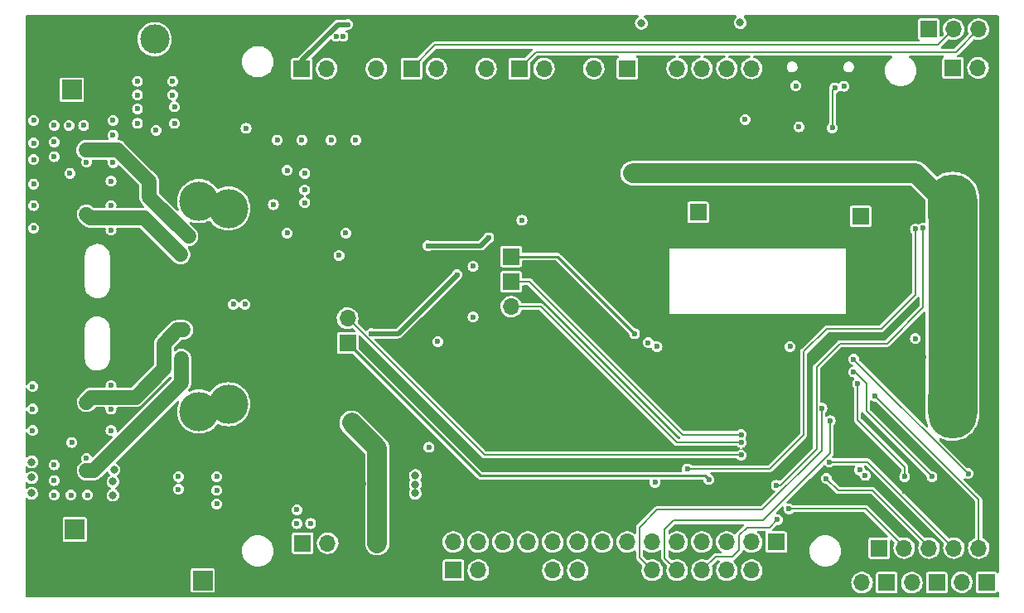
<source format=gbr>
%TF.GenerationSoftware,KiCad,Pcbnew,(6.0.1)*%
%TF.CreationDate,2022-09-27T15:52:50+02:00*%
%TF.ProjectId,WetterStationPCB,57657474-6572-4537-9461-74696f6e5043,rev?*%
%TF.SameCoordinates,Original*%
%TF.FileFunction,Copper,L3,Inr*%
%TF.FilePolarity,Positive*%
%FSLAX46Y46*%
G04 Gerber Fmt 4.6, Leading zero omitted, Abs format (unit mm)*
G04 Created by KiCad (PCBNEW (6.0.1)) date 2022-09-27 15:52:50*
%MOMM*%
%LPD*%
G01*
G04 APERTURE LIST*
%TA.AperFunction,ComponentPad*%
%ADD10R,1.700000X1.700000*%
%TD*%
%TA.AperFunction,ComponentPad*%
%ADD11O,1.700000X1.700000*%
%TD*%
%TA.AperFunction,ComponentPad*%
%ADD12R,2.000000X2.000000*%
%TD*%
%TA.AperFunction,ComponentPad*%
%ADD13C,2.000000*%
%TD*%
%TA.AperFunction,ComponentPad*%
%ADD14O,1.200000X2.000000*%
%TD*%
%TA.AperFunction,ComponentPad*%
%ADD15O,1.200000X2.300000*%
%TD*%
%TA.AperFunction,ComponentPad*%
%ADD16R,3.000000X3.000000*%
%TD*%
%TA.AperFunction,ComponentPad*%
%ADD17C,3.000000*%
%TD*%
%TA.AperFunction,ComponentPad*%
%ADD18C,4.000000*%
%TD*%
%TA.AperFunction,ComponentPad*%
%ADD19O,5.000000X7.000000*%
%TD*%
%TA.AperFunction,ViaPad*%
%ADD20C,0.600000*%
%TD*%
%TA.AperFunction,ViaPad*%
%ADD21C,0.800000*%
%TD*%
%TA.AperFunction,Conductor*%
%ADD22C,0.200000*%
%TD*%
%TA.AperFunction,Conductor*%
%ADD23C,0.250000*%
%TD*%
%TA.AperFunction,Conductor*%
%ADD24C,0.500000*%
%TD*%
%TA.AperFunction,Conductor*%
%ADD25C,2.000000*%
%TD*%
%TA.AperFunction,Conductor*%
%ADD26C,1.500000*%
%TD*%
%TA.AperFunction,Conductor*%
%ADD27C,5.000000*%
%TD*%
G04 APERTURE END LIST*
D10*
%TO.N,IO9*%
%TO.C,J1*%
X50175000Y-137750000D03*
D11*
%TO.N,IO8*%
X50175000Y-135210000D03*
%TD*%
D12*
%TO.N,VCC*%
%TO.C,C33*%
X22300000Y-156800000D03*
D13*
%TO.N,GND*%
X22300000Y-161800000D03*
%TD*%
D10*
%TO.N,Net-(D1-Pad2)*%
%TO.C,J16*%
X112064729Y-109628803D03*
D11*
%TO.N,+5V*%
X114604729Y-109628803D03*
%TD*%
D10*
%TO.N,IO6*%
%TO.C,J13*%
X105289398Y-162238140D03*
D11*
%TO.N,+3V3*%
X102749398Y-162238140D03*
%TD*%
D10*
%TO.N,+5V*%
%TO.C,J2*%
X61000000Y-160975000D03*
D11*
X63540000Y-160975000D03*
%TO.N,GND*%
X66080000Y-160975000D03*
X68620000Y-160975000D03*
%TO.N,+3V3*%
X71160000Y-160975000D03*
X73700000Y-160975000D03*
%TO.N,GND*%
X76240000Y-160975000D03*
X78780000Y-160975000D03*
%TO.N,IO15*%
X81320000Y-160975000D03*
%TO.N,IO16*%
X83860000Y-160975000D03*
%TO.N,IO11*%
X86400000Y-160975000D03*
%TO.N,IO46*%
X88940000Y-160975000D03*
%TO.N,IO3*%
X91480000Y-160975000D03*
%TO.N,GND*%
X94020000Y-160975000D03*
%TD*%
D10*
%TO.N,IO17*%
%TO.C,J6*%
X66900000Y-131500000D03*
D11*
%TO.N,IO18*%
X66900000Y-134040000D03*
%TD*%
D10*
%TO.N,+3V3*%
%TO.C,J4*%
X78780000Y-109675000D03*
D11*
%TO.N,GND*%
X81320000Y-109675000D03*
%TO.N,IO0*%
X83860000Y-109675000D03*
%TO.N,RXD0*%
X86400000Y-109675000D03*
%TO.N,TXD0*%
X88940000Y-109675000D03*
%TO.N,EN*%
X91480000Y-109675000D03*
%TD*%
D10*
%TO.N,Net-(U7-Pad1)*%
%TO.C,U7*%
X67705000Y-109700000D03*
D11*
%TO.N,Net-(JP3-Pad2)*%
X70245000Y-109700000D03*
%TO.N,GND*%
X72785000Y-109700000D03*
%TO.N,+3V3*%
X75325000Y-109700000D03*
%TD*%
D10*
%TO.N,Net-(U4-Pad1)*%
%TO.C,U4*%
X45505000Y-109700000D03*
D11*
%TO.N,+VSW*%
X48045000Y-109700000D03*
%TO.N,GND*%
X50585000Y-109700000D03*
%TO.N,Net-(JP2-Pad2)*%
X53125000Y-109700000D03*
%TD*%
D10*
%TO.N,IO4*%
%TO.C,J15*%
X115475000Y-162200000D03*
D11*
%TO.N,+3V3*%
X112935000Y-162200000D03*
%TD*%
D10*
%TO.N,Net-(U5-Pad1)*%
%TO.C,U5*%
X56705000Y-109700000D03*
D11*
%TO.N,VCC*%
X59245000Y-109700000D03*
%TO.N,GND*%
X61785000Y-109700000D03*
%TO.N,+5V*%
X64325000Y-109700000D03*
%TD*%
D12*
%TO.N,/BuckBoost/+Vin*%
%TO.C,C21*%
X22000000Y-111867677D03*
D13*
%TO.N,GND*%
X22000000Y-106867677D03*
%TD*%
D12*
%TO.N,VCC*%
%TO.C,C28*%
X35367677Y-162000000D03*
D13*
%TO.N,GND*%
X30367677Y-162000000D03*
%TD*%
D10*
%TO.N,Net-(U4-Pad1)*%
%TO.C,J8*%
X109575000Y-105675000D03*
D11*
%TO.N,Net-(U5-Pad1)*%
X112115000Y-105675000D03*
%TO.N,Net-(U7-Pad1)*%
X114655000Y-105675000D03*
%TD*%
D10*
%TO.N,IO5*%
%TO.C,J14*%
X110383635Y-162239472D03*
D11*
%TO.N,+3V3*%
X107843635Y-162239472D03*
%TD*%
D10*
%TO.N,IO1*%
%TO.C,J7*%
X66887500Y-128900000D03*
%TD*%
D14*
%TO.N,GND*%
%TO.C,P1*%
X94180000Y-105835000D03*
D15*
X102820000Y-110005000D03*
D14*
X102820000Y-105835000D03*
D15*
X94180000Y-110005000D03*
%TD*%
D16*
%TO.N,GND*%
%TO.C,J17*%
X35540000Y-106700000D03*
D17*
%TO.N,+VSW*%
X30460000Y-106700000D03*
%TD*%
D18*
%TO.N,Net-(BT1-Pad1)*%
%TO.C,BT1*%
X35000000Y-144750000D03*
X38000000Y-144000000D03*
%TO.N,Net-(BT1-Pad2)*%
X35000000Y-123250000D03*
X38000000Y-124000000D03*
D19*
%TO.N,Net-(BT1-Pad3)*%
X112000000Y-124000000D03*
X112000000Y-144000000D03*
%TD*%
D10*
%TO.N,unconnected-(U1-Pad1)*%
%TO.C,U1*%
X45600000Y-158200000D03*
D11*
%TO.N,Net-(JP1-Pad2)*%
X48140000Y-158200000D03*
%TO.N,GND*%
X50680000Y-158200000D03*
%TO.N,+12V*%
X53220000Y-158200000D03*
%TD*%
D10*
%TO.N,+3V3*%
%TO.C,J3*%
X104525000Y-158700000D03*
D11*
%TO.N,IO10*%
X107065000Y-158700000D03*
%TO.N,IO38*%
X109605000Y-158700000D03*
%TO.N,IO2*%
X112145000Y-158700000D03*
%TO.N,IO7*%
X114685000Y-158700000D03*
%TD*%
D10*
%TO.N,IO12*%
%TO.C,J5*%
X94000000Y-158100000D03*
D11*
%TO.N,IO13*%
X91460000Y-158100000D03*
%TO.N,IO14*%
X88920000Y-158100000D03*
%TO.N,IO21*%
X86380000Y-158100000D03*
%TO.N,IO47*%
X83840000Y-158100000D03*
%TO.N,IO48*%
X81300000Y-158100000D03*
%TO.N,IO45*%
X78760000Y-158100000D03*
%TO.N,IO35*%
X76220000Y-158100000D03*
%TO.N,IO36*%
X73680000Y-158100000D03*
%TO.N,IO37*%
X71140000Y-158100000D03*
%TO.N,IO39*%
X68600000Y-158100000D03*
%TO.N,IO40*%
X66060000Y-158100000D03*
%TO.N,IO41*%
X63520000Y-158100000D03*
%TO.N,IO42*%
X60980000Y-158100000D03*
%TD*%
D10*
%TO.N,Net-(IC2-Pad6)*%
%TO.C,J10*%
X86000000Y-124398209D03*
%TD*%
%TO.N,Net-(IC3-Pad6)*%
%TO.C,J11*%
X102600000Y-124800000D03*
%TD*%
D20*
%TO.N,Phase_Buck*%
X21800000Y-120400000D03*
%TO.N,Phase_Boost*%
X22000000Y-147900000D03*
%TO.N,IO16*%
X99500000Y-145700000D03*
%TO.N,IO9*%
X87100000Y-151700000D03*
%TO.N,IO15*%
X98649500Y-144400000D03*
%TO.N,IO8*%
X90400000Y-149200000D03*
%TO.N,IO2*%
X99400000Y-149900000D03*
%TO.N,IO7*%
X104100000Y-143200000D03*
%TO.N,IO38*%
X99100000Y-151600000D03*
%TO.N,IO10*%
X95300000Y-154700000D03*
%TO.N,+3V3*%
X45000000Y-156200000D03*
X46400000Y-156200000D03*
X52622881Y-136777119D03*
X63000000Y-129900000D03*
X68000000Y-125200000D03*
X63000000Y-135100000D03*
X45000000Y-154800000D03*
X61363372Y-130763372D03*
%TO.N,GND*%
X92600000Y-116700000D03*
D21*
X45500000Y-112800000D03*
X87700000Y-142500000D03*
D20*
X38500000Y-148900000D03*
D21*
X46000000Y-136200000D03*
X64200000Y-128900000D03*
D20*
X91600000Y-142600000D03*
D21*
X77900000Y-113300000D03*
D20*
X95700000Y-141200000D03*
X109050500Y-139200000D03*
X51500000Y-120300000D03*
D21*
X89200000Y-104900000D03*
X73200000Y-133000000D03*
D20*
X91600000Y-141200000D03*
D21*
X89200000Y-104900000D03*
X102700000Y-147700000D03*
D20*
X91600000Y-144000000D03*
X104200000Y-133400000D03*
X41600000Y-128400000D03*
X61400000Y-141000000D03*
D21*
X48400000Y-112800000D03*
D20*
X20400000Y-122900000D03*
X91600000Y-145300000D03*
X21800000Y-125400000D03*
X92900000Y-144000000D03*
X28800000Y-159700000D03*
D21*
X44100000Y-129200000D03*
X66800000Y-138000000D03*
D20*
X94300000Y-144000000D03*
X23139167Y-125977452D03*
X21200000Y-142900000D03*
X39100000Y-112700000D03*
X94300000Y-141200000D03*
X20400000Y-145100000D03*
X114589753Y-118316622D03*
D21*
X70800000Y-145900000D03*
X69000000Y-133000000D03*
D20*
X92900000Y-145300000D03*
X20400000Y-141900000D03*
X21900000Y-141900000D03*
X22600000Y-142900000D03*
X50000000Y-120300000D03*
D21*
X103500000Y-115400000D03*
D20*
X42900000Y-154200000D03*
X21600000Y-122400000D03*
X21700000Y-145900000D03*
X22000000Y-126400000D03*
X60400000Y-137500000D03*
X53100000Y-120300000D03*
X50400000Y-132700000D03*
D21*
X110200000Y-117700000D03*
D20*
X48200000Y-123400000D03*
X95700000Y-145300000D03*
X48000000Y-121700000D03*
X24800000Y-159700000D03*
X26800000Y-159700000D03*
X35400000Y-117000000D03*
D21*
X92800000Y-104900000D03*
D20*
X94300000Y-145300000D03*
X99600000Y-135600480D03*
X51800000Y-121800000D03*
X20400000Y-125300000D03*
D21*
X43100000Y-147000000D03*
D20*
X53100000Y-121800000D03*
X98100000Y-124200000D03*
D21*
X71900000Y-115200000D03*
D20*
X20600000Y-126400000D03*
X20400000Y-143600000D03*
X43600000Y-149800000D03*
D21*
X84600000Y-104900000D03*
D20*
X51775500Y-140800000D03*
X94300000Y-142500000D03*
X62400000Y-121900000D03*
X61800000Y-138500000D03*
X38500000Y-117000000D03*
X23300000Y-122600000D03*
D21*
X71000000Y-119500000D03*
D20*
X95700000Y-144000000D03*
D21*
X70000000Y-131200000D03*
X66500000Y-119300000D03*
D20*
X107138175Y-152916063D03*
X95700000Y-142600000D03*
X48400000Y-120300000D03*
X92900000Y-141200000D03*
D21*
X78400000Y-105000000D03*
X62000000Y-113000000D03*
D20*
X63200000Y-141000000D03*
D21*
X116000000Y-135200000D03*
X39400000Y-155000000D03*
D20*
X35300000Y-119000000D03*
X92900000Y-142600000D03*
X36300000Y-140800000D03*
X58399500Y-129800000D03*
X23200000Y-141900000D03*
X66487020Y-123500000D03*
X61300000Y-128500000D03*
X52300000Y-123200000D03*
X109000000Y-135800000D03*
X51800000Y-152100000D03*
X103800000Y-139100000D03*
D21*
X66000000Y-152900000D03*
D20*
X37000000Y-111100000D03*
D21*
X105400000Y-105300000D03*
X76200000Y-106100000D03*
X60000000Y-152400000D03*
D20*
X56149011Y-119300000D03*
X84600000Y-135600000D03*
X20400000Y-124200000D03*
X111000000Y-152800000D03*
D21*
X90600000Y-151500000D03*
X97300000Y-116656250D03*
X115500000Y-149300000D03*
D20*
X114600000Y-152800000D03*
D21*
X33200000Y-133700000D03*
D20*
X23300000Y-145600000D03*
D21*
%TO.N,EN*%
X90300000Y-105000000D03*
D20*
X95400000Y-138100000D03*
X90800000Y-114900000D03*
D21*
%TO.N,IO0*%
X80200000Y-105050500D03*
D20*
X81600000Y-152000000D03*
%TO.N,RXD0*%
X80900000Y-137700000D03*
%TO.N,TXD0*%
X81800000Y-138100000D03*
%TO.N,IO17*%
X90400000Y-147100000D03*
%TO.N,IO18*%
X90400000Y-147900000D03*
%TO.N,IO1*%
X79500000Y-136800000D03*
D21*
%TO.N,+5V*%
X57100000Y-151300000D03*
D20*
X49000000Y-106400000D03*
X100900000Y-111500000D03*
X95993222Y-111473024D03*
D21*
X57100000Y-152200000D03*
X57100000Y-153100000D03*
D20*
X39800000Y-115800000D03*
X49700000Y-106400000D03*
%TO.N,/BuckBoost/+Vin*%
X28700000Y-113800000D03*
X32500000Y-113600000D03*
X18100000Y-119000000D03*
X30600000Y-116000000D03*
X26200000Y-116500000D03*
X18100000Y-115000000D03*
X28700000Y-115300000D03*
X26200000Y-115000000D03*
X32500000Y-115300000D03*
X18100000Y-117300000D03*
X26200000Y-119300000D03*
%TO.N,VCC*%
X32900000Y-151400000D03*
D21*
X17900000Y-153100000D03*
D20*
X36800000Y-152800000D03*
D21*
X17900000Y-151500000D03*
X17900000Y-149900000D03*
D20*
X36800000Y-154200000D03*
D21*
X17900000Y-149900000D03*
X17900000Y-151500000D03*
X26200000Y-151900000D03*
X26200000Y-153300000D03*
D20*
X36800000Y-151400000D03*
D21*
X26300000Y-150700000D03*
D20*
X32900000Y-152700000D03*
%TO.N,+VSW*%
X28700000Y-112400000D03*
X32300000Y-111000000D03*
X32300000Y-112400000D03*
X28700000Y-111000000D03*
%TO.N,IO35*%
X108200000Y-126100000D03*
X84900000Y-150600000D03*
%TO.N,IO12*%
X108200000Y-137300000D03*
%TO.N,IO11*%
X109000000Y-126000000D03*
X94000000Y-152300000D03*
X94100000Y-155800000D03*
%TO.N,IO6*%
X107100000Y-151400000D03*
X102300000Y-141900000D03*
%TO.N,IO5*%
X101900000Y-140700000D03*
X109900000Y-151400000D03*
%TO.N,IO4*%
X101900000Y-139400000D03*
X113600000Y-151100000D03*
%TO.N,+12V*%
X38500000Y-133800000D03*
X50600000Y-145900000D03*
X49300000Y-128800000D03*
X39700000Y-133800000D03*
%TO.N,Net-(C10-Pad2)*%
X58399500Y-127800000D03*
X64600000Y-127000000D03*
%TO.N,Net-(Q9-Pad2)*%
X23450156Y-118000000D03*
X33924499Y-126849502D03*
%TO.N,Net-(Q10-Pad2)*%
X23500000Y-124600000D03*
X33100000Y-128699500D03*
%TO.N,Net-(Q13-Pad2)*%
X33200000Y-139349500D03*
X23500000Y-150800000D03*
%TO.N,Net-(Q14-Pad2)*%
X33400000Y-136400000D03*
X23500000Y-143800000D03*
%TO.N,Net-(BT1-Pad3)*%
X79300000Y-120400000D03*
X95400000Y-120400000D03*
%TO.N,Net-(C7-Pad1)*%
X59400000Y-137600000D03*
X58500000Y-148400000D03*
%TO.N,Net-(BT1-Pad2)*%
X45800000Y-120400000D03*
X42600000Y-123600000D03*
X44000000Y-120100000D03*
X45800000Y-122100000D03*
X45800000Y-123400000D03*
%TO.N,Net-(Q2-Pad1)*%
X45500000Y-117000000D03*
X48500000Y-117000000D03*
X43000000Y-117000000D03*
X51000000Y-117000000D03*
X50000000Y-126500000D03*
X44000000Y-126500000D03*
%TO.N,D-*%
X102517157Y-150717157D03*
%TO.N,D+*%
X103082843Y-151282843D03*
%TO.N,Phase_Buck*%
X18100000Y-121500000D03*
X26000000Y-123700000D03*
X21700000Y-115500000D03*
X23500000Y-119249500D03*
X20200000Y-118700000D03*
X20200000Y-115500000D03*
X26000000Y-126200000D03*
X23200000Y-115500000D03*
X18100000Y-126000000D03*
X20200000Y-117200000D03*
X26000000Y-121200000D03*
X18100000Y-123700000D03*
%TO.N,Phase_Boost*%
X18000000Y-142200000D03*
X20200000Y-151800000D03*
X23600000Y-153300000D03*
X26000000Y-146700000D03*
X20200000Y-153300000D03*
X26000000Y-144500000D03*
X23500000Y-149550500D03*
X18000000Y-144500000D03*
X18000000Y-146700000D03*
X21900000Y-153300000D03*
X26000000Y-142100000D03*
X20200000Y-150200000D03*
%TO.N,Net-(U4-Pad1)*%
X50200000Y-105200000D03*
%TO.N,Net-(P1-PadB5)*%
X96300000Y-115656250D03*
%TO.N,Net-(P1-PadA5)*%
X99724500Y-115756250D03*
X99983118Y-111650500D03*
%TD*%
D22*
%TO.N,IO16*%
X83500000Y-155900000D02*
X82600000Y-156800000D01*
X82600000Y-159715000D02*
X83860000Y-160975000D01*
X92622873Y-155900000D02*
X83500000Y-155900000D01*
X99500000Y-149022873D02*
X92622873Y-155900000D01*
X82600000Y-156800000D02*
X82600000Y-159715000D01*
X99500000Y-145700000D02*
X99500000Y-149022873D01*
D23*
%TO.N,IO9*%
X87100000Y-151700000D02*
X86700000Y-151300000D01*
X86700000Y-151300000D02*
X63725000Y-151300000D01*
X63725000Y-151300000D02*
X50175000Y-137750000D01*
D22*
%TO.N,IO15*%
X80000000Y-159655000D02*
X81320000Y-160975000D01*
X98649500Y-144400000D02*
X98649500Y-148719839D01*
X81800000Y-154800000D02*
X80000000Y-156600000D01*
X98649500Y-148719839D02*
X92569339Y-154800000D01*
X80000000Y-156600000D02*
X80000000Y-159655000D01*
X92569339Y-154800000D02*
X81800000Y-154800000D01*
%TO.N,IO8*%
X50210000Y-135210000D02*
X50175000Y-135210000D01*
X90400000Y-149200000D02*
X64200000Y-149200000D01*
X64200000Y-149200000D02*
X50210000Y-135210000D01*
%TO.N,IO2*%
X99400000Y-149900000D02*
X103345000Y-149900000D01*
X103345000Y-149900000D02*
X112145000Y-158700000D01*
%TO.N,IO7*%
X104100000Y-143200000D02*
X114685000Y-153785000D01*
X114685000Y-153785000D02*
X114685000Y-158700000D01*
%TO.N,IO38*%
X100300000Y-152800000D02*
X103805000Y-152800000D01*
X99100000Y-151600000D02*
X100300000Y-152800000D01*
X103805000Y-152800000D02*
X109705000Y-158700000D01*
%TO.N,IO10*%
X107165000Y-158700000D02*
X103165000Y-154700000D01*
X103165000Y-154700000D02*
X95300000Y-154700000D01*
D24*
%TO.N,+3V3*%
X61363372Y-130763372D02*
X61363372Y-130763387D01*
X61363372Y-130763387D02*
X55349640Y-136777119D01*
X55349640Y-136777119D02*
X52622881Y-136777119D01*
D22*
%TO.N,IO17*%
X90400000Y-147100000D02*
X84400000Y-147100000D01*
X68800000Y-131500000D02*
X66900000Y-131500000D01*
X84400000Y-147100000D02*
X68800000Y-131500000D01*
%TO.N,IO18*%
X69940000Y-134040000D02*
X66900000Y-134040000D01*
X90400000Y-147900000D02*
X83800000Y-147900000D01*
X83800000Y-147900000D02*
X69940000Y-134040000D01*
D23*
%TO.N,IO1*%
X71600000Y-128900000D02*
X66887500Y-128900000D01*
X79500000Y-136800000D02*
X71600000Y-128900000D01*
D22*
%TO.N,IO35*%
X104700009Y-136299991D02*
X99122882Y-136299991D01*
X108200000Y-126100000D02*
X108200000Y-132800000D01*
X96800000Y-147100000D02*
X93300000Y-150600000D01*
X108200000Y-132800000D02*
X104700009Y-136299991D01*
X99122882Y-136299991D02*
X96800000Y-138622873D01*
X96800000Y-138622873D02*
X96800000Y-147100000D01*
X93300000Y-150600000D02*
X84900000Y-150600000D01*
%TO.N,IO11*%
X100500000Y-137800000D02*
X105300000Y-137800000D01*
X90200000Y-157400000D02*
X90200000Y-158900000D01*
X109000000Y-134100000D02*
X109000000Y-126000000D01*
X94000000Y-152300000D02*
X94400000Y-152300000D01*
X98100000Y-148600000D02*
X98100000Y-140200000D01*
X105300000Y-137800000D02*
X109000000Y-134100000D01*
X93300000Y-156600000D02*
X91000000Y-156600000D01*
X89500000Y-159600000D02*
X87775000Y-159600000D01*
X90200000Y-158900000D02*
X89500000Y-159600000D01*
X98100000Y-140200000D02*
X100500000Y-137800000D01*
X94400000Y-152300000D02*
X98100000Y-148600000D01*
X91000000Y-156600000D02*
X90200000Y-157400000D01*
X87775000Y-159600000D02*
X86400000Y-160975000D01*
X94100000Y-155800000D02*
X93300000Y-156600000D01*
%TO.N,IO6*%
X107100000Y-150400000D02*
X102300000Y-145600000D01*
X102300000Y-145600000D02*
X102300000Y-141900000D01*
X107100000Y-151400000D02*
X107100000Y-150400000D01*
%TO.N,IO5*%
X103200000Y-144700000D02*
X103200000Y-141900000D01*
X109900000Y-151400000D02*
X103200000Y-144700000D01*
X102000000Y-140700000D02*
X101900000Y-140700000D01*
X103200000Y-141900000D02*
X102000000Y-140700000D01*
%TO.N,IO4*%
X113600000Y-151100000D02*
X101900000Y-139400000D01*
D25*
%TO.N,+12V*%
X53220000Y-158200000D02*
X53220000Y-148520000D01*
X53220000Y-148520000D02*
X50600000Y-145900000D01*
D24*
%TO.N,Net-(C10-Pad2)*%
X64600000Y-127000000D02*
X63800000Y-127800000D01*
X63800000Y-127800000D02*
X58399500Y-127800000D01*
D26*
%TO.N,Net-(Q9-Pad2)*%
X26667076Y-118000000D02*
X29900000Y-121232924D01*
X29900000Y-121232924D02*
X29900000Y-122825003D01*
X23450156Y-118000000D02*
X26667076Y-118000000D01*
X29900000Y-122825003D02*
X33924499Y-126849502D01*
%TO.N,Net-(Q10-Pad2)*%
X23500000Y-124600000D02*
X23849511Y-124949511D01*
X29350011Y-124949511D02*
X33100000Y-128699500D01*
X23849511Y-124949511D02*
X29350011Y-124949511D01*
%TO.N,Net-(Q13-Pad2)*%
X24200000Y-150800000D02*
X33200000Y-141800000D01*
X23500000Y-150800000D02*
X24200000Y-150800000D01*
X33200000Y-141800000D02*
X33200000Y-139349500D01*
%TO.N,Net-(Q14-Pad2)*%
X28500000Y-143300000D02*
X31400000Y-140400000D01*
X24000000Y-143300000D02*
X28500000Y-143300000D01*
X23500000Y-143800000D02*
X24000000Y-143300000D01*
X31400000Y-137800000D02*
X32800000Y-136400000D01*
X31400000Y-140400000D02*
X31400000Y-137800000D01*
X32800000Y-136400000D02*
X33400000Y-136400000D01*
D25*
%TO.N,Net-(BT1-Pad3)*%
X111849103Y-124000000D02*
X108249103Y-120400000D01*
X108249103Y-120400000D02*
X95400000Y-120400000D01*
X95400000Y-120400000D02*
X79300000Y-120400000D01*
X112000000Y-124000000D02*
X111849103Y-124000000D01*
D27*
X112000000Y-124000000D02*
X112000000Y-144000000D01*
D24*
%TO.N,Net-(U4-Pad1)*%
X45505000Y-109700000D02*
X45505000Y-108895000D01*
X45505000Y-108895000D02*
X49200000Y-105200000D01*
X49200000Y-105200000D02*
X50200000Y-105200000D01*
D22*
%TO.N,Net-(U5-Pad1)*%
X59105000Y-107300000D02*
X110490000Y-107300000D01*
X56705000Y-109700000D02*
X59105000Y-107300000D01*
X110490000Y-107300000D02*
X112115000Y-105675000D01*
%TO.N,Net-(U7-Pad1)*%
X69405000Y-108000000D02*
X112330000Y-108000000D01*
X112330000Y-108000000D02*
X114655000Y-105675000D01*
X67705000Y-109700000D02*
X69405000Y-108000000D01*
%TO.N,Net-(P1-PadA5)*%
X99983118Y-111650500D02*
X99724500Y-111909118D01*
X99724500Y-111909118D02*
X99724500Y-115756250D01*
%TD*%
%TA.AperFunction,Conductor*%
%TO.N,GND*%
G36*
X79881856Y-104270002D02*
G01*
X79928349Y-104323658D01*
X79938453Y-104393932D01*
X79908959Y-104458512D01*
X79871525Y-104487966D01*
X79831679Y-104508532D01*
X79825957Y-104513524D01*
X79825955Y-104513525D01*
X79718759Y-104607038D01*
X79718756Y-104607041D01*
X79713034Y-104612033D01*
X79683037Y-104654714D01*
X79632051Y-104727260D01*
X79622501Y-104740848D01*
X79565309Y-104887539D01*
X79561198Y-104918762D01*
X79548159Y-105017807D01*
X79544758Y-105043638D01*
X79562035Y-105200133D01*
X79616143Y-105347990D01*
X79620380Y-105354296D01*
X79620382Y-105354299D01*
X79660709Y-105414311D01*
X79703958Y-105478672D01*
X79820410Y-105584635D01*
X79841885Y-105596295D01*
X79952099Y-105656137D01*
X79952101Y-105656138D01*
X79958776Y-105659762D01*
X79966125Y-105661690D01*
X80103719Y-105697787D01*
X80103721Y-105697787D01*
X80111069Y-105699715D01*
X80194380Y-105701024D01*
X80260898Y-105702069D01*
X80260901Y-105702069D01*
X80268495Y-105702188D01*
X80421968Y-105667038D01*
X80562625Y-105596295D01*
X80635405Y-105534135D01*
X80676574Y-105498974D01*
X80676576Y-105498971D01*
X80682348Y-105494042D01*
X80774224Y-105366183D01*
X80786551Y-105335520D01*
X80799302Y-105303799D01*
X80832950Y-105220098D01*
X80841208Y-105162072D01*
X80854553Y-105068307D01*
X80854553Y-105068304D01*
X80855134Y-105064223D01*
X80855278Y-105050500D01*
X80836363Y-104894194D01*
X80812092Y-104829963D01*
X80783394Y-104754014D01*
X80783393Y-104754011D01*
X80780710Y-104746912D01*
X80691531Y-104617157D01*
X80623494Y-104556538D01*
X80579648Y-104517472D01*
X80579645Y-104517470D01*
X80573976Y-104512419D01*
X80526635Y-104487353D01*
X80475793Y-104437801D01*
X80459812Y-104368627D01*
X80483766Y-104301793D01*
X80540051Y-104258520D01*
X80585596Y-104250000D01*
X89834043Y-104250000D01*
X89902164Y-104270002D01*
X89948657Y-104323658D01*
X89958761Y-104393932D01*
X89929267Y-104458512D01*
X89916872Y-104470949D01*
X89818759Y-104556538D01*
X89818756Y-104556541D01*
X89813034Y-104561533D01*
X89780767Y-104607444D01*
X89731567Y-104677449D01*
X89722501Y-104690348D01*
X89665309Y-104837039D01*
X89664318Y-104844568D01*
X89645927Y-104984260D01*
X89644758Y-104993138D01*
X89662035Y-105149633D01*
X89716143Y-105297490D01*
X89720380Y-105303796D01*
X89720382Y-105303799D01*
X89747201Y-105343709D01*
X89803958Y-105428172D01*
X89822686Y-105445213D01*
X89881769Y-105498974D01*
X89920410Y-105534135D01*
X89927085Y-105537759D01*
X90052099Y-105605637D01*
X90052101Y-105605638D01*
X90058776Y-105609262D01*
X90066125Y-105611190D01*
X90203719Y-105647287D01*
X90203721Y-105647287D01*
X90211069Y-105649215D01*
X90294380Y-105650524D01*
X90360898Y-105651569D01*
X90360901Y-105651569D01*
X90368495Y-105651688D01*
X90521968Y-105616538D01*
X90662625Y-105545795D01*
X90703524Y-105510864D01*
X90776574Y-105448474D01*
X90776576Y-105448471D01*
X90782348Y-105443542D01*
X90874224Y-105315683D01*
X90877578Y-105307341D01*
X90912649Y-105220098D01*
X90932950Y-105169598D01*
X90950877Y-105043638D01*
X90954553Y-105017807D01*
X90954553Y-105017804D01*
X90955134Y-105013723D01*
X90955278Y-105000000D01*
X90954615Y-104994517D01*
X90949045Y-104948497D01*
X90936363Y-104843694D01*
X90919976Y-104800326D01*
X90883394Y-104703514D01*
X90883393Y-104703511D01*
X90880710Y-104696412D01*
X90791531Y-104566657D01*
X90683131Y-104470076D01*
X90645575Y-104409826D01*
X90646555Y-104338836D01*
X90685760Y-104279646D01*
X90750742Y-104251047D01*
X90766950Y-104250000D01*
X116624000Y-104250000D01*
X116692121Y-104270002D01*
X116738614Y-104323658D01*
X116750000Y-104376000D01*
X116750000Y-161119802D01*
X116729998Y-161187923D01*
X116676342Y-161234416D01*
X116606068Y-161244520D01*
X116541488Y-161215026D01*
X116519234Y-161189802D01*
X116512495Y-161179716D01*
X116512493Y-161179714D01*
X116505601Y-161169399D01*
X116460361Y-161139171D01*
X116433058Y-161120928D01*
X116433057Y-161120928D01*
X116422740Y-161114034D01*
X116349674Y-161099500D01*
X114600326Y-161099500D01*
X114527260Y-161114034D01*
X114516943Y-161120928D01*
X114516942Y-161120928D01*
X114489639Y-161139171D01*
X114444399Y-161169399D01*
X114389034Y-161252260D01*
X114374500Y-161325326D01*
X114374500Y-163074674D01*
X114389034Y-163147740D01*
X114444399Y-163230601D01*
X114474915Y-163250991D01*
X114501481Y-163268741D01*
X114527260Y-163285966D01*
X114600326Y-163300500D01*
X116349674Y-163300500D01*
X116422740Y-163285966D01*
X116448520Y-163268741D01*
X116475085Y-163250991D01*
X116505601Y-163230601D01*
X116512493Y-163220286D01*
X116512495Y-163220284D01*
X116519234Y-163210198D01*
X116573710Y-163164669D01*
X116644153Y-163155820D01*
X116708197Y-163186460D01*
X116745510Y-163246861D01*
X116750000Y-163280198D01*
X116750000Y-163624000D01*
X116729998Y-163692121D01*
X116676342Y-163738614D01*
X116624000Y-163750000D01*
X17376000Y-163750000D01*
X17307879Y-163729998D01*
X17261386Y-163676342D01*
X17250000Y-163624000D01*
X17250000Y-163024674D01*
X34117177Y-163024674D01*
X34131711Y-163097740D01*
X34187076Y-163180601D01*
X34269937Y-163235966D01*
X34343003Y-163250500D01*
X36392351Y-163250500D01*
X36465417Y-163235966D01*
X36548278Y-163180601D01*
X36603643Y-163097740D01*
X36618177Y-163024674D01*
X36618177Y-162209209D01*
X101644562Y-162209209D01*
X101657790Y-162411034D01*
X101707576Y-162607068D01*
X101792254Y-162790747D01*
X101908986Y-162955920D01*
X102053864Y-163097053D01*
X102058668Y-163100263D01*
X102068192Y-163106627D01*
X102222035Y-163209422D01*
X102227338Y-163211700D01*
X102227341Y-163211702D01*
X102379246Y-163276965D01*
X102407868Y-163289262D01*
X102605138Y-163333900D01*
X102610907Y-163334127D01*
X102610910Y-163334127D01*
X102687081Y-163337119D01*
X102807240Y-163341840D01*
X102903667Y-163327859D01*
X103001684Y-163313648D01*
X103001689Y-163313647D01*
X103007405Y-163312818D01*
X103012877Y-163310960D01*
X103012879Y-163310960D01*
X103193465Y-163249659D01*
X103193467Y-163249658D01*
X103198929Y-163247804D01*
X103363180Y-163155820D01*
X103370362Y-163151798D01*
X103370363Y-163151797D01*
X103375399Y-163148977D01*
X103418881Y-163112814D01*
X104188898Y-163112814D01*
X104203432Y-163185880D01*
X104258797Y-163268741D01*
X104286097Y-163286982D01*
X104326758Y-163314150D01*
X104341658Y-163324106D01*
X104414724Y-163338640D01*
X106164072Y-163338640D01*
X106237138Y-163324106D01*
X106252039Y-163314150D01*
X106292699Y-163286982D01*
X106319999Y-163268741D01*
X106375364Y-163185880D01*
X106389898Y-163112814D01*
X106389898Y-162210541D01*
X106738799Y-162210541D01*
X106752027Y-162412366D01*
X106801813Y-162608400D01*
X106886491Y-162792079D01*
X106889824Y-162796795D01*
X106940556Y-162868579D01*
X107003223Y-162957252D01*
X107148101Y-163098385D01*
X107152905Y-163101595D01*
X107171689Y-163114146D01*
X107316272Y-163210754D01*
X107321575Y-163213032D01*
X107321578Y-163213034D01*
X107491333Y-163285966D01*
X107502105Y-163290594D01*
X107699375Y-163335232D01*
X107705144Y-163335459D01*
X107705147Y-163335459D01*
X107781318Y-163338451D01*
X107901477Y-163343172D01*
X107987767Y-163330661D01*
X108095921Y-163314980D01*
X108095926Y-163314979D01*
X108101642Y-163314150D01*
X108107114Y-163312292D01*
X108107116Y-163312292D01*
X108287702Y-163250991D01*
X108287704Y-163250990D01*
X108293166Y-163249136D01*
X108455799Y-163158058D01*
X108464599Y-163153130D01*
X108464600Y-163153129D01*
X108469636Y-163150309D01*
X108475676Y-163145286D01*
X108513117Y-163114146D01*
X109283135Y-163114146D01*
X109297669Y-163187212D01*
X109353034Y-163270073D01*
X109376820Y-163285966D01*
X109417008Y-163312818D01*
X109435895Y-163325438D01*
X109508961Y-163339972D01*
X111258309Y-163339972D01*
X111331375Y-163325438D01*
X111350263Y-163312818D01*
X111390450Y-163285966D01*
X111414236Y-163270073D01*
X111469601Y-163187212D01*
X111484135Y-163114146D01*
X111484135Y-162171069D01*
X111830164Y-162171069D01*
X111843392Y-162372894D01*
X111851952Y-162406598D01*
X111876423Y-162502953D01*
X111893178Y-162568928D01*
X111977856Y-162752607D01*
X111981189Y-162757323D01*
X112054062Y-162860436D01*
X112094588Y-162917780D01*
X112239466Y-163058913D01*
X112407637Y-163171282D01*
X112412940Y-163173560D01*
X112412943Y-163173562D01*
X112563828Y-163238387D01*
X112593470Y-163251122D01*
X112790740Y-163295760D01*
X112796509Y-163295987D01*
X112796512Y-163295987D01*
X112872683Y-163298979D01*
X112992842Y-163303700D01*
X113092421Y-163289262D01*
X113187286Y-163275508D01*
X113187291Y-163275507D01*
X113193007Y-163274678D01*
X113198479Y-163272820D01*
X113198481Y-163272820D01*
X113379067Y-163211519D01*
X113379069Y-163211518D01*
X113384531Y-163209664D01*
X113544259Y-163120213D01*
X113555964Y-163113658D01*
X113555965Y-163113657D01*
X113561001Y-163110837D01*
X113582424Y-163093020D01*
X113712073Y-162985191D01*
X113716505Y-162981505D01*
X113845837Y-162826001D01*
X113944664Y-162649531D01*
X113959079Y-162607068D01*
X114007820Y-162463481D01*
X114007820Y-162463479D01*
X114009678Y-162458007D01*
X114010507Y-162452291D01*
X114010508Y-162452286D01*
X114038167Y-162261516D01*
X114038700Y-162257842D01*
X114040215Y-162200000D01*
X114021708Y-161998591D01*
X114018304Y-161986519D01*
X113977939Y-161843398D01*
X113966807Y-161803926D01*
X113877351Y-161622527D01*
X113859079Y-161598057D01*
X113759788Y-161465091D01*
X113759787Y-161465090D01*
X113756335Y-161460467D01*
X113733350Y-161439220D01*
X113612053Y-161327094D01*
X113612051Y-161327092D01*
X113607812Y-161323174D01*
X113577269Y-161303903D01*
X113441637Y-161218325D01*
X113436757Y-161215246D01*
X113248898Y-161140298D01*
X113050526Y-161100839D01*
X113044752Y-161100763D01*
X113044748Y-161100763D01*
X112942257Y-161099422D01*
X112848286Y-161098192D01*
X112842589Y-161099171D01*
X112842588Y-161099171D01*
X112654646Y-161131465D01*
X112654645Y-161131465D01*
X112648949Y-161132444D01*
X112459193Y-161202449D01*
X112454232Y-161205401D01*
X112454231Y-161205401D01*
X112290903Y-161302571D01*
X112285371Y-161305862D01*
X112133305Y-161439220D01*
X112008089Y-161598057D01*
X111913914Y-161777053D01*
X111853937Y-161970213D01*
X111830164Y-162171069D01*
X111484135Y-162171069D01*
X111484135Y-161364798D01*
X111469601Y-161291732D01*
X111414236Y-161208871D01*
X111357463Y-161170937D01*
X111341693Y-161160400D01*
X111341692Y-161160400D01*
X111331375Y-161153506D01*
X111258309Y-161138972D01*
X109508961Y-161138972D01*
X109435895Y-161153506D01*
X109425578Y-161160400D01*
X109425577Y-161160400D01*
X109409807Y-161170937D01*
X109353034Y-161208871D01*
X109297669Y-161291732D01*
X109283135Y-161364798D01*
X109283135Y-163114146D01*
X108513117Y-163114146D01*
X108620708Y-163024663D01*
X108625140Y-163020977D01*
X108707613Y-162921815D01*
X108750781Y-162869911D01*
X108754472Y-162865473D01*
X108853299Y-162689003D01*
X108881113Y-162607068D01*
X108916455Y-162502953D01*
X108916455Y-162502951D01*
X108918313Y-162497479D01*
X108919142Y-162491763D01*
X108919143Y-162491758D01*
X108946802Y-162300988D01*
X108947335Y-162297314D01*
X108948850Y-162239472D01*
X108930343Y-162038063D01*
X108920835Y-162004348D01*
X108894386Y-161910569D01*
X108875442Y-161843398D01*
X108803155Y-161696815D01*
X108788541Y-161667180D01*
X108785986Y-161661999D01*
X108767714Y-161637529D01*
X108668423Y-161504563D01*
X108668422Y-161504562D01*
X108664970Y-161499939D01*
X108640544Y-161477360D01*
X108520688Y-161366566D01*
X108520686Y-161366564D01*
X108516447Y-161362646D01*
X108486781Y-161343928D01*
X108350272Y-161257797D01*
X108345392Y-161254718D01*
X108157533Y-161179770D01*
X107959161Y-161140311D01*
X107953387Y-161140235D01*
X107953383Y-161140235D01*
X107850892Y-161138894D01*
X107756921Y-161137664D01*
X107751224Y-161138643D01*
X107751223Y-161138643D01*
X107563281Y-161170937D01*
X107563280Y-161170937D01*
X107557584Y-161171916D01*
X107367828Y-161241921D01*
X107362867Y-161244873D01*
X107362866Y-161244873D01*
X107231254Y-161323174D01*
X107194006Y-161345334D01*
X107041940Y-161478692D01*
X106916724Y-161637529D01*
X106822549Y-161816525D01*
X106762572Y-162009685D01*
X106738799Y-162210541D01*
X106389898Y-162210541D01*
X106389898Y-161363466D01*
X106375364Y-161290400D01*
X106319999Y-161207539D01*
X106267686Y-161172585D01*
X106247456Y-161159068D01*
X106247455Y-161159068D01*
X106237138Y-161152174D01*
X106164072Y-161137640D01*
X104414724Y-161137640D01*
X104341658Y-161152174D01*
X104331341Y-161159068D01*
X104331340Y-161159068D01*
X104311110Y-161172585D01*
X104258797Y-161207539D01*
X104203432Y-161290400D01*
X104188898Y-161363466D01*
X104188898Y-163112814D01*
X103418881Y-163112814D01*
X103424599Y-163108058D01*
X103524856Y-163024674D01*
X103530903Y-163019645D01*
X103660235Y-162864141D01*
X103759062Y-162687671D01*
X103770301Y-162654564D01*
X103822218Y-162501621D01*
X103822218Y-162501619D01*
X103824076Y-162496147D01*
X103824905Y-162490431D01*
X103824906Y-162490426D01*
X103852565Y-162299656D01*
X103853098Y-162295982D01*
X103854613Y-162238140D01*
X103836106Y-162036731D01*
X103827327Y-162005601D01*
X103785062Y-161855741D01*
X103781205Y-161842066D01*
X103691749Y-161660667D01*
X103673477Y-161636197D01*
X103574186Y-161503231D01*
X103574185Y-161503230D01*
X103570733Y-161498607D01*
X103547748Y-161477360D01*
X103426451Y-161365234D01*
X103426449Y-161365232D01*
X103422210Y-161361314D01*
X103392202Y-161342380D01*
X103256035Y-161256465D01*
X103251155Y-161253386D01*
X103063296Y-161178438D01*
X102888659Y-161143700D01*
X102870590Y-161140106D01*
X102870589Y-161140106D01*
X102864924Y-161138979D01*
X102859150Y-161138903D01*
X102859146Y-161138903D01*
X102756655Y-161137562D01*
X102662684Y-161136332D01*
X102656987Y-161137311D01*
X102656986Y-161137311D01*
X102469044Y-161169605D01*
X102469043Y-161169605D01*
X102463347Y-161170584D01*
X102273591Y-161240589D01*
X102268630Y-161243541D01*
X102268629Y-161243541D01*
X102109310Y-161338326D01*
X102099769Y-161344002D01*
X101947703Y-161477360D01*
X101822487Y-161636197D01*
X101728312Y-161815193D01*
X101668335Y-162008353D01*
X101644562Y-162209209D01*
X36618177Y-162209209D01*
X36618177Y-161849674D01*
X59899500Y-161849674D01*
X59914034Y-161922740D01*
X59969399Y-162005601D01*
X60052260Y-162060966D01*
X60125326Y-162075500D01*
X61874674Y-162075500D01*
X61947740Y-162060966D01*
X62030601Y-162005601D01*
X62085966Y-161922740D01*
X62100500Y-161849674D01*
X62100500Y-160946069D01*
X62435164Y-160946069D01*
X62448392Y-161147894D01*
X62466279Y-161218325D01*
X62493903Y-161327094D01*
X62498178Y-161343928D01*
X62582856Y-161527607D01*
X62699588Y-161692780D01*
X62844466Y-161833913D01*
X63012637Y-161946282D01*
X63017940Y-161948560D01*
X63017943Y-161948562D01*
X63173565Y-162015422D01*
X63198470Y-162026122D01*
X63395740Y-162070760D01*
X63401509Y-162070987D01*
X63401512Y-162070987D01*
X63477683Y-162073979D01*
X63597842Y-162078700D01*
X63684132Y-162066189D01*
X63792286Y-162050508D01*
X63792291Y-162050507D01*
X63798007Y-162049678D01*
X63803479Y-162047820D01*
X63803481Y-162047820D01*
X63984067Y-161986519D01*
X63984069Y-161986518D01*
X63989531Y-161984664D01*
X64166001Y-161885837D01*
X64228433Y-161833913D01*
X64317073Y-161760191D01*
X64321505Y-161756505D01*
X64401213Y-161660667D01*
X64447146Y-161605439D01*
X64450837Y-161601001D01*
X64549664Y-161424531D01*
X64571124Y-161361314D01*
X64612820Y-161238481D01*
X64612820Y-161238479D01*
X64614678Y-161233007D01*
X64615507Y-161227291D01*
X64615508Y-161227286D01*
X64643167Y-161036516D01*
X64643700Y-161032842D01*
X64645215Y-160975000D01*
X64642557Y-160946069D01*
X70055164Y-160946069D01*
X70068392Y-161147894D01*
X70086279Y-161218325D01*
X70113903Y-161327094D01*
X70118178Y-161343928D01*
X70202856Y-161527607D01*
X70319588Y-161692780D01*
X70464466Y-161833913D01*
X70632637Y-161946282D01*
X70637940Y-161948560D01*
X70637943Y-161948562D01*
X70793565Y-162015422D01*
X70818470Y-162026122D01*
X71015740Y-162070760D01*
X71021509Y-162070987D01*
X71021512Y-162070987D01*
X71097683Y-162073979D01*
X71217842Y-162078700D01*
X71304132Y-162066189D01*
X71412286Y-162050508D01*
X71412291Y-162050507D01*
X71418007Y-162049678D01*
X71423479Y-162047820D01*
X71423481Y-162047820D01*
X71604067Y-161986519D01*
X71604069Y-161986518D01*
X71609531Y-161984664D01*
X71786001Y-161885837D01*
X71848433Y-161833913D01*
X71937073Y-161760191D01*
X71941505Y-161756505D01*
X72021213Y-161660667D01*
X72067146Y-161605439D01*
X72070837Y-161601001D01*
X72169664Y-161424531D01*
X72191124Y-161361314D01*
X72232820Y-161238481D01*
X72232820Y-161238479D01*
X72234678Y-161233007D01*
X72235507Y-161227291D01*
X72235508Y-161227286D01*
X72263167Y-161036516D01*
X72263700Y-161032842D01*
X72265215Y-160975000D01*
X72262557Y-160946069D01*
X72595164Y-160946069D01*
X72608392Y-161147894D01*
X72626279Y-161218325D01*
X72653903Y-161327094D01*
X72658178Y-161343928D01*
X72742856Y-161527607D01*
X72859588Y-161692780D01*
X73004466Y-161833913D01*
X73172637Y-161946282D01*
X73177940Y-161948560D01*
X73177943Y-161948562D01*
X73333565Y-162015422D01*
X73358470Y-162026122D01*
X73555740Y-162070760D01*
X73561509Y-162070987D01*
X73561512Y-162070987D01*
X73637683Y-162073979D01*
X73757842Y-162078700D01*
X73844132Y-162066189D01*
X73952286Y-162050508D01*
X73952291Y-162050507D01*
X73958007Y-162049678D01*
X73963479Y-162047820D01*
X73963481Y-162047820D01*
X74144067Y-161986519D01*
X74144069Y-161986518D01*
X74149531Y-161984664D01*
X74326001Y-161885837D01*
X74388433Y-161833913D01*
X74477073Y-161760191D01*
X74481505Y-161756505D01*
X74561213Y-161660667D01*
X74607146Y-161605439D01*
X74610837Y-161601001D01*
X74709664Y-161424531D01*
X74731124Y-161361314D01*
X74772820Y-161238481D01*
X74772820Y-161238479D01*
X74774678Y-161233007D01*
X74775507Y-161227291D01*
X74775508Y-161227286D01*
X74803167Y-161036516D01*
X74803700Y-161032842D01*
X74805215Y-160975000D01*
X74786708Y-160773591D01*
X74731807Y-160578926D01*
X74642351Y-160397527D01*
X74624079Y-160373057D01*
X74524788Y-160240091D01*
X74524787Y-160240090D01*
X74521335Y-160235467D01*
X74498350Y-160214220D01*
X74377053Y-160102094D01*
X74377051Y-160102092D01*
X74372812Y-160098174D01*
X74345374Y-160080862D01*
X74206637Y-159993325D01*
X74201757Y-159990246D01*
X74022030Y-159918542D01*
X74019267Y-159917440D01*
X74013898Y-159915298D01*
X73815526Y-159875839D01*
X73809752Y-159875763D01*
X73809748Y-159875763D01*
X73707257Y-159874422D01*
X73613286Y-159873192D01*
X73607589Y-159874171D01*
X73607588Y-159874171D01*
X73419646Y-159906465D01*
X73419645Y-159906465D01*
X73413949Y-159907444D01*
X73224193Y-159977449D01*
X73050371Y-160080862D01*
X72898305Y-160214220D01*
X72773089Y-160373057D01*
X72678914Y-160552053D01*
X72618937Y-160745213D01*
X72595164Y-160946069D01*
X72262557Y-160946069D01*
X72246708Y-160773591D01*
X72191807Y-160578926D01*
X72102351Y-160397527D01*
X72084079Y-160373057D01*
X71984788Y-160240091D01*
X71984787Y-160240090D01*
X71981335Y-160235467D01*
X71958350Y-160214220D01*
X71837053Y-160102094D01*
X71837051Y-160102092D01*
X71832812Y-160098174D01*
X71805374Y-160080862D01*
X71666637Y-159993325D01*
X71661757Y-159990246D01*
X71482030Y-159918542D01*
X71479267Y-159917440D01*
X71473898Y-159915298D01*
X71275526Y-159875839D01*
X71269752Y-159875763D01*
X71269748Y-159875763D01*
X71167257Y-159874422D01*
X71073286Y-159873192D01*
X71067589Y-159874171D01*
X71067588Y-159874171D01*
X70879646Y-159906465D01*
X70879645Y-159906465D01*
X70873949Y-159907444D01*
X70684193Y-159977449D01*
X70510371Y-160080862D01*
X70358305Y-160214220D01*
X70233089Y-160373057D01*
X70138914Y-160552053D01*
X70078937Y-160745213D01*
X70055164Y-160946069D01*
X64642557Y-160946069D01*
X64626708Y-160773591D01*
X64571807Y-160578926D01*
X64482351Y-160397527D01*
X64464079Y-160373057D01*
X64364788Y-160240091D01*
X64364787Y-160240090D01*
X64361335Y-160235467D01*
X64338350Y-160214220D01*
X64217053Y-160102094D01*
X64217051Y-160102092D01*
X64212812Y-160098174D01*
X64185374Y-160080862D01*
X64046637Y-159993325D01*
X64041757Y-159990246D01*
X63862030Y-159918542D01*
X63859267Y-159917440D01*
X63853898Y-159915298D01*
X63655526Y-159875839D01*
X63649752Y-159875763D01*
X63649748Y-159875763D01*
X63547257Y-159874422D01*
X63453286Y-159873192D01*
X63447589Y-159874171D01*
X63447588Y-159874171D01*
X63259646Y-159906465D01*
X63259645Y-159906465D01*
X63253949Y-159907444D01*
X63064193Y-159977449D01*
X62890371Y-160080862D01*
X62738305Y-160214220D01*
X62613089Y-160373057D01*
X62518914Y-160552053D01*
X62458937Y-160745213D01*
X62435164Y-160946069D01*
X62100500Y-160946069D01*
X62100500Y-160100326D01*
X62085966Y-160027260D01*
X62030601Y-159944399D01*
X61947740Y-159889034D01*
X61874674Y-159874500D01*
X60125326Y-159874500D01*
X60052260Y-159889034D01*
X59969399Y-159944399D01*
X59914034Y-160027260D01*
X59899500Y-160100326D01*
X59899500Y-161849674D01*
X36618177Y-161849674D01*
X36618177Y-160975326D01*
X36603643Y-160902260D01*
X36548278Y-160819399D01*
X36507327Y-160792037D01*
X36475735Y-160770928D01*
X36475734Y-160770928D01*
X36465417Y-160764034D01*
X36392351Y-160749500D01*
X34343003Y-160749500D01*
X34269937Y-160764034D01*
X34259620Y-160770928D01*
X34259619Y-160770928D01*
X34228027Y-160792037D01*
X34187076Y-160819399D01*
X34131711Y-160902260D01*
X34117177Y-160975326D01*
X34117177Y-163024674D01*
X17250000Y-163024674D01*
X17250000Y-159000000D01*
X39390539Y-159000000D01*
X39410354Y-159251775D01*
X39411508Y-159256582D01*
X39411509Y-159256588D01*
X39435289Y-159355636D01*
X39469312Y-159497351D01*
X39471205Y-159501922D01*
X39471206Y-159501924D01*
X39561655Y-159720286D01*
X39565960Y-159730680D01*
X39697919Y-159946017D01*
X39861939Y-160138061D01*
X40053983Y-160302081D01*
X40269320Y-160434040D01*
X40273890Y-160435933D01*
X40273894Y-160435935D01*
X40498076Y-160528794D01*
X40502649Y-160530688D01*
X40588865Y-160551387D01*
X40743412Y-160588491D01*
X40743418Y-160588492D01*
X40748225Y-160589646D01*
X40836253Y-160596574D01*
X40934507Y-160604307D01*
X40934516Y-160604307D01*
X40936964Y-160604500D01*
X41063036Y-160604500D01*
X41065484Y-160604307D01*
X41065493Y-160604307D01*
X41163747Y-160596574D01*
X41251775Y-160589646D01*
X41256582Y-160588492D01*
X41256588Y-160588491D01*
X41411135Y-160551387D01*
X41497351Y-160530688D01*
X41501924Y-160528794D01*
X41726106Y-160435935D01*
X41726110Y-160435933D01*
X41730680Y-160434040D01*
X41946017Y-160302081D01*
X42138061Y-160138061D01*
X42302081Y-159946017D01*
X42434040Y-159730680D01*
X42438346Y-159720286D01*
X42528794Y-159501924D01*
X42528795Y-159501922D01*
X42530688Y-159497351D01*
X42564711Y-159355636D01*
X42588491Y-159256588D01*
X42588492Y-159256582D01*
X42589646Y-159251775D01*
X42603584Y-159074674D01*
X44499500Y-159074674D01*
X44514034Y-159147740D01*
X44520928Y-159158057D01*
X44520928Y-159158058D01*
X44532033Y-159174678D01*
X44569399Y-159230601D01*
X44603257Y-159253224D01*
X44616042Y-159261766D01*
X44652260Y-159285966D01*
X44725326Y-159300500D01*
X46474674Y-159300500D01*
X46547740Y-159285966D01*
X46583959Y-159261766D01*
X46596743Y-159253224D01*
X46630601Y-159230601D01*
X46667967Y-159174678D01*
X46679072Y-159158058D01*
X46679072Y-159158057D01*
X46685966Y-159147740D01*
X46700500Y-159074674D01*
X46700500Y-158171069D01*
X47035164Y-158171069D01*
X47048392Y-158372894D01*
X47098178Y-158568928D01*
X47182856Y-158752607D01*
X47186189Y-158757323D01*
X47291514Y-158906355D01*
X47299588Y-158917780D01*
X47303730Y-158921815D01*
X47357992Y-158974674D01*
X47444466Y-159058913D01*
X47612637Y-159171282D01*
X47617940Y-159173560D01*
X47617943Y-159173562D01*
X47784246Y-159245011D01*
X47798470Y-159251122D01*
X47951443Y-159285737D01*
X47953421Y-159286184D01*
X47995740Y-159295760D01*
X48001509Y-159295987D01*
X48001512Y-159295987D01*
X48077683Y-159298979D01*
X48197842Y-159303700D01*
X48300049Y-159288881D01*
X48392286Y-159275508D01*
X48392291Y-159275507D01*
X48398007Y-159274678D01*
X48403479Y-159272820D01*
X48403481Y-159272820D01*
X48584067Y-159211519D01*
X48584069Y-159211518D01*
X48589531Y-159209664D01*
X48726276Y-159133084D01*
X48760964Y-159113658D01*
X48760965Y-159113657D01*
X48766001Y-159110837D01*
X48828433Y-159058913D01*
X48890680Y-159007142D01*
X48921505Y-158981505D01*
X49036132Y-158843682D01*
X49047146Y-158830439D01*
X49050837Y-158826001D01*
X49149664Y-158649531D01*
X49151979Y-158642713D01*
X49212820Y-158463481D01*
X49212820Y-158463479D01*
X49214678Y-158458007D01*
X49215507Y-158452291D01*
X49215508Y-158452286D01*
X49232809Y-158332956D01*
X49243700Y-158257842D01*
X49245215Y-158200000D01*
X49226708Y-157998591D01*
X49171807Y-157803926D01*
X49082351Y-157622527D01*
X49066998Y-157601966D01*
X48964788Y-157465091D01*
X48964787Y-157465090D01*
X48961335Y-157460467D01*
X48950662Y-157450601D01*
X48817053Y-157327094D01*
X48817051Y-157327092D01*
X48812812Y-157323174D01*
X48784793Y-157305495D01*
X48646637Y-157218325D01*
X48641757Y-157215246D01*
X48453898Y-157140298D01*
X48255526Y-157100839D01*
X48249752Y-157100763D01*
X48249748Y-157100763D01*
X48147257Y-157099422D01*
X48053286Y-157098192D01*
X48047589Y-157099171D01*
X48047588Y-157099171D01*
X47859646Y-157131465D01*
X47859645Y-157131465D01*
X47853949Y-157132444D01*
X47664193Y-157202449D01*
X47659232Y-157205401D01*
X47659231Y-157205401D01*
X47501544Y-157299215D01*
X47490371Y-157305862D01*
X47338305Y-157439220D01*
X47213089Y-157598057D01*
X47118914Y-157777053D01*
X47058937Y-157970213D01*
X47035164Y-158171069D01*
X46700500Y-158171069D01*
X46700500Y-157325326D01*
X46685966Y-157252260D01*
X46675628Y-157236787D01*
X46645587Y-157191827D01*
X46630601Y-157169399D01*
X46571463Y-157129885D01*
X46558058Y-157120928D01*
X46558057Y-157120928D01*
X46547740Y-157114034D01*
X46474674Y-157099500D01*
X44725326Y-157099500D01*
X44652260Y-157114034D01*
X44641943Y-157120928D01*
X44641942Y-157120928D01*
X44628537Y-157129885D01*
X44569399Y-157169399D01*
X44554413Y-157191827D01*
X44524373Y-157236787D01*
X44514034Y-157252260D01*
X44499500Y-157325326D01*
X44499500Y-159074674D01*
X42603584Y-159074674D01*
X42609461Y-159000000D01*
X42589646Y-158748225D01*
X42588492Y-158743418D01*
X42588491Y-158743412D01*
X42531843Y-158507461D01*
X42530688Y-158502649D01*
X42528794Y-158498076D01*
X42435935Y-158273894D01*
X42435933Y-158273890D01*
X42434040Y-158269320D01*
X42302081Y-158053983D01*
X42138061Y-157861939D01*
X41946017Y-157697919D01*
X41730680Y-157565960D01*
X41726110Y-157564067D01*
X41726106Y-157564065D01*
X41501924Y-157471206D01*
X41501922Y-157471205D01*
X41497351Y-157469312D01*
X41403237Y-157446717D01*
X41256588Y-157411509D01*
X41256582Y-157411508D01*
X41251775Y-157410354D01*
X41163747Y-157403426D01*
X41065493Y-157395693D01*
X41065484Y-157395693D01*
X41063036Y-157395500D01*
X40936964Y-157395500D01*
X40934516Y-157395693D01*
X40934507Y-157395693D01*
X40836253Y-157403426D01*
X40748225Y-157410354D01*
X40743418Y-157411508D01*
X40743412Y-157411509D01*
X40596763Y-157446717D01*
X40502649Y-157469312D01*
X40498078Y-157471205D01*
X40498076Y-157471206D01*
X40273894Y-157564065D01*
X40273890Y-157564067D01*
X40269320Y-157565960D01*
X40053983Y-157697919D01*
X39861939Y-157861939D01*
X39697919Y-158053983D01*
X39565960Y-158269320D01*
X39564067Y-158273890D01*
X39564065Y-158273894D01*
X39471206Y-158498076D01*
X39469312Y-158502649D01*
X39468157Y-158507461D01*
X39411509Y-158743412D01*
X39411508Y-158743418D01*
X39410354Y-158748225D01*
X39390539Y-159000000D01*
X17250000Y-159000000D01*
X17250000Y-157824674D01*
X21049500Y-157824674D01*
X21064034Y-157897740D01*
X21119399Y-157980601D01*
X21202260Y-158035966D01*
X21275326Y-158050500D01*
X23324674Y-158050500D01*
X23397740Y-158035966D01*
X23480601Y-157980601D01*
X23535966Y-157897740D01*
X23550500Y-157824674D01*
X23550500Y-156200000D01*
X44444750Y-156200000D01*
X44463670Y-156343709D01*
X44519139Y-156477625D01*
X44607379Y-156592621D01*
X44722375Y-156680861D01*
X44856291Y-156736330D01*
X45000000Y-156755250D01*
X45143709Y-156736330D01*
X45277625Y-156680861D01*
X45392621Y-156592621D01*
X45480861Y-156477625D01*
X45536330Y-156343709D01*
X45555250Y-156200000D01*
X45844750Y-156200000D01*
X45863670Y-156343709D01*
X45919139Y-156477625D01*
X46007379Y-156592621D01*
X46122375Y-156680861D01*
X46256291Y-156736330D01*
X46400000Y-156755250D01*
X46543709Y-156736330D01*
X46677625Y-156680861D01*
X46792621Y-156592621D01*
X46880861Y-156477625D01*
X46936330Y-156343709D01*
X46955250Y-156200000D01*
X46936330Y-156056291D01*
X46880861Y-155922375D01*
X46792621Y-155807379D01*
X46677625Y-155719139D01*
X46543709Y-155663670D01*
X46400000Y-155644750D01*
X46256291Y-155663670D01*
X46122375Y-155719139D01*
X46007379Y-155807379D01*
X45919139Y-155922375D01*
X45863670Y-156056291D01*
X45844750Y-156200000D01*
X45555250Y-156200000D01*
X45536330Y-156056291D01*
X45480861Y-155922375D01*
X45392621Y-155807379D01*
X45277625Y-155719139D01*
X45143709Y-155663670D01*
X45000000Y-155644750D01*
X44856291Y-155663670D01*
X44722375Y-155719139D01*
X44607379Y-155807379D01*
X44519139Y-155922375D01*
X44463670Y-156056291D01*
X44444750Y-156200000D01*
X23550500Y-156200000D01*
X23550500Y-155775326D01*
X23535966Y-155702260D01*
X23480601Y-155619399D01*
X23397740Y-155564034D01*
X23324674Y-155549500D01*
X21275326Y-155549500D01*
X21202260Y-155564034D01*
X21119399Y-155619399D01*
X21064034Y-155702260D01*
X21049500Y-155775326D01*
X21049500Y-157824674D01*
X17250000Y-157824674D01*
X17250000Y-154800000D01*
X44444750Y-154800000D01*
X44463670Y-154943709D01*
X44519139Y-155077625D01*
X44607379Y-155192621D01*
X44722375Y-155280861D01*
X44856291Y-155336330D01*
X45000000Y-155355250D01*
X45143709Y-155336330D01*
X45277625Y-155280861D01*
X45392621Y-155192621D01*
X45480861Y-155077625D01*
X45536330Y-154943709D01*
X45555250Y-154800000D01*
X45536330Y-154656291D01*
X45480861Y-154522375D01*
X45392621Y-154407379D01*
X45277625Y-154319139D01*
X45143709Y-154263670D01*
X45000000Y-154244750D01*
X44856291Y-154263670D01*
X44722375Y-154319139D01*
X44607379Y-154407379D01*
X44519139Y-154522375D01*
X44463670Y-154656291D01*
X44444750Y-154800000D01*
X17250000Y-154800000D01*
X17250000Y-154200000D01*
X36244750Y-154200000D01*
X36263670Y-154343709D01*
X36319139Y-154477625D01*
X36407379Y-154592621D01*
X36522375Y-154680861D01*
X36656291Y-154736330D01*
X36800000Y-154755250D01*
X36943709Y-154736330D01*
X37077625Y-154680861D01*
X37192621Y-154592621D01*
X37280861Y-154477625D01*
X37336330Y-154343709D01*
X37355250Y-154200000D01*
X37336330Y-154056291D01*
X37280861Y-153922375D01*
X37192621Y-153807379D01*
X37077625Y-153719139D01*
X36943709Y-153663670D01*
X36800000Y-153644750D01*
X36656291Y-153663670D01*
X36522375Y-153719139D01*
X36407379Y-153807379D01*
X36319139Y-153922375D01*
X36263670Y-154056291D01*
X36244750Y-154200000D01*
X17250000Y-154200000D01*
X17250000Y-153673088D01*
X17270002Y-153604967D01*
X17323658Y-153558474D01*
X17393932Y-153548370D01*
X17460800Y-153579895D01*
X17514789Y-153629021D01*
X17514793Y-153629024D01*
X17520410Y-153634135D01*
X17541885Y-153645795D01*
X17652099Y-153705637D01*
X17652101Y-153705638D01*
X17658776Y-153709262D01*
X17666125Y-153711190D01*
X17803719Y-153747287D01*
X17803721Y-153747287D01*
X17811069Y-153749215D01*
X17894380Y-153750524D01*
X17960898Y-153751569D01*
X17960901Y-153751569D01*
X17968495Y-153751688D01*
X18121968Y-153716538D01*
X18262625Y-153645795D01*
X18306133Y-153608636D01*
X18376574Y-153548474D01*
X18376576Y-153548471D01*
X18382348Y-153543542D01*
X18474224Y-153415683D01*
X18520728Y-153300000D01*
X19644750Y-153300000D01*
X19663670Y-153443709D01*
X19719139Y-153577625D01*
X19807379Y-153692621D01*
X19922375Y-153780861D01*
X20056291Y-153836330D01*
X20200000Y-153855250D01*
X20343709Y-153836330D01*
X20477625Y-153780861D01*
X20592621Y-153692621D01*
X20680861Y-153577625D01*
X20736330Y-153443709D01*
X20755250Y-153300000D01*
X21344750Y-153300000D01*
X21363670Y-153443709D01*
X21419139Y-153577625D01*
X21507379Y-153692621D01*
X21622375Y-153780861D01*
X21756291Y-153836330D01*
X21900000Y-153855250D01*
X22043709Y-153836330D01*
X22177625Y-153780861D01*
X22292621Y-153692621D01*
X22380861Y-153577625D01*
X22436330Y-153443709D01*
X22455250Y-153300000D01*
X23044750Y-153300000D01*
X23063670Y-153443709D01*
X23119139Y-153577625D01*
X23207379Y-153692621D01*
X23322375Y-153780861D01*
X23456291Y-153836330D01*
X23600000Y-153855250D01*
X23743709Y-153836330D01*
X23877625Y-153780861D01*
X23992621Y-153692621D01*
X24080861Y-153577625D01*
X24136330Y-153443709D01*
X24155250Y-153300000D01*
X24136330Y-153156291D01*
X24080861Y-153022375D01*
X23992621Y-152907379D01*
X23877625Y-152819139D01*
X23743709Y-152763670D01*
X23600000Y-152744750D01*
X23456291Y-152763670D01*
X23322375Y-152819139D01*
X23207379Y-152907379D01*
X23119139Y-153022375D01*
X23063670Y-153156291D01*
X23044750Y-153300000D01*
X22455250Y-153300000D01*
X22436330Y-153156291D01*
X22380861Y-153022375D01*
X22292621Y-152907379D01*
X22177625Y-152819139D01*
X22043709Y-152763670D01*
X21900000Y-152744750D01*
X21756291Y-152763670D01*
X21622375Y-152819139D01*
X21507379Y-152907379D01*
X21419139Y-153022375D01*
X21363670Y-153156291D01*
X21344750Y-153300000D01*
X20755250Y-153300000D01*
X20736330Y-153156291D01*
X20680861Y-153022375D01*
X20592621Y-152907379D01*
X20477625Y-152819139D01*
X20343709Y-152763670D01*
X20200000Y-152744750D01*
X20056291Y-152763670D01*
X19922375Y-152819139D01*
X19807379Y-152907379D01*
X19719139Y-153022375D01*
X19663670Y-153156291D01*
X19644750Y-153300000D01*
X18520728Y-153300000D01*
X18532950Y-153269598D01*
X18544648Y-153187405D01*
X18554553Y-153117807D01*
X18554553Y-153117804D01*
X18555134Y-153113723D01*
X18555278Y-153100000D01*
X18536363Y-152943694D01*
X18502943Y-152855250D01*
X18483394Y-152803514D01*
X18483393Y-152803511D01*
X18480710Y-152796412D01*
X18391531Y-152666657D01*
X18326858Y-152609035D01*
X18279648Y-152566972D01*
X18279645Y-152566970D01*
X18273976Y-152561919D01*
X18249983Y-152549215D01*
X18188267Y-152516538D01*
X18134831Y-152488245D01*
X18118122Y-152484048D01*
X17989498Y-152451740D01*
X17989496Y-152451740D01*
X17982128Y-152449889D01*
X17974530Y-152449849D01*
X17974528Y-152449849D01*
X17907319Y-152449497D01*
X17824684Y-152449065D01*
X17817305Y-152450837D01*
X17817301Y-152450837D01*
X17678967Y-152484048D01*
X17678963Y-152484049D01*
X17671588Y-152485820D01*
X17648978Y-152497490D01*
X17539158Y-152554172D01*
X17531679Y-152558032D01*
X17525957Y-152563024D01*
X17525955Y-152563025D01*
X17458829Y-152621583D01*
X17394347Y-152651291D01*
X17324040Y-152641421D01*
X17270230Y-152595107D01*
X17250000Y-152526634D01*
X17250000Y-152073088D01*
X17270002Y-152004967D01*
X17323658Y-151958474D01*
X17393932Y-151948370D01*
X17460800Y-151979895D01*
X17514789Y-152029021D01*
X17514793Y-152029024D01*
X17520410Y-152034135D01*
X17557914Y-152054498D01*
X17652099Y-152105637D01*
X17652101Y-152105638D01*
X17658776Y-152109262D01*
X17666125Y-152111190D01*
X17803719Y-152147287D01*
X17803721Y-152147287D01*
X17811069Y-152149215D01*
X17894380Y-152150524D01*
X17960898Y-152151569D01*
X17960901Y-152151569D01*
X17968495Y-152151688D01*
X18121968Y-152116538D01*
X18262625Y-152045795D01*
X18306657Y-152008188D01*
X18376574Y-151948474D01*
X18376576Y-151948471D01*
X18382348Y-151943542D01*
X18474224Y-151815683D01*
X18479785Y-151801851D01*
X18480529Y-151800000D01*
X19644750Y-151800000D01*
X19663670Y-151943709D01*
X19719139Y-152077625D01*
X19807379Y-152192621D01*
X19922375Y-152280861D01*
X20056291Y-152336330D01*
X20200000Y-152355250D01*
X20343709Y-152336330D01*
X20477625Y-152280861D01*
X20592621Y-152192621D01*
X20680861Y-152077625D01*
X20736330Y-151943709D01*
X20755250Y-151800000D01*
X20736330Y-151656291D01*
X20680861Y-151522375D01*
X20592621Y-151407379D01*
X20477625Y-151319139D01*
X20343709Y-151263670D01*
X20200000Y-151244750D01*
X20056291Y-151263670D01*
X19922375Y-151319139D01*
X19807379Y-151407379D01*
X19719139Y-151522375D01*
X19663670Y-151656291D01*
X19644750Y-151800000D01*
X18480529Y-151800000D01*
X18495133Y-151763670D01*
X18532950Y-151669598D01*
X18543953Y-151592283D01*
X18554553Y-151517807D01*
X18554553Y-151517804D01*
X18555134Y-151513723D01*
X18555202Y-151507254D01*
X18555235Y-151504134D01*
X18555235Y-151504128D01*
X18555278Y-151500000D01*
X18553885Y-151488484D01*
X18547313Y-151434183D01*
X18536363Y-151343694D01*
X18528138Y-151321926D01*
X18483394Y-151203514D01*
X18483393Y-151203511D01*
X18480710Y-151196412D01*
X18391531Y-151066657D01*
X18340941Y-151021583D01*
X18279648Y-150966972D01*
X18279645Y-150966970D01*
X18273976Y-150961919D01*
X18252410Y-150950500D01*
X18187211Y-150915979D01*
X18134831Y-150888245D01*
X18125177Y-150885820D01*
X17989498Y-150851740D01*
X17989496Y-150851740D01*
X17982128Y-150849889D01*
X17974530Y-150849849D01*
X17974528Y-150849849D01*
X17907319Y-150849497D01*
X17824684Y-150849065D01*
X17817305Y-150850837D01*
X17817301Y-150850837D01*
X17678967Y-150884048D01*
X17678963Y-150884049D01*
X17671588Y-150885820D01*
X17620086Y-150912402D01*
X17544581Y-150951373D01*
X17531679Y-150958032D01*
X17525957Y-150963024D01*
X17525955Y-150963025D01*
X17458829Y-151021583D01*
X17394347Y-151051291D01*
X17324040Y-151041421D01*
X17270230Y-150995107D01*
X17250000Y-150926634D01*
X17250000Y-150473088D01*
X17270002Y-150404967D01*
X17323658Y-150358474D01*
X17393932Y-150348370D01*
X17460800Y-150379895D01*
X17514789Y-150429021D01*
X17514793Y-150429024D01*
X17520410Y-150434135D01*
X17559299Y-150455250D01*
X17652099Y-150505637D01*
X17652101Y-150505638D01*
X17658776Y-150509262D01*
X17666125Y-150511190D01*
X17803719Y-150547287D01*
X17803721Y-150547287D01*
X17811069Y-150549215D01*
X17894380Y-150550524D01*
X17960898Y-150551569D01*
X17960901Y-150551569D01*
X17968495Y-150551688D01*
X18121968Y-150516538D01*
X18262625Y-150445795D01*
X18308751Y-150406400D01*
X18376574Y-150348474D01*
X18376576Y-150348471D01*
X18382348Y-150343542D01*
X18474224Y-150215683D01*
X18479584Y-150202351D01*
X18480529Y-150200000D01*
X19644750Y-150200000D01*
X19663670Y-150343709D01*
X19719139Y-150477625D01*
X19807379Y-150592621D01*
X19922375Y-150680861D01*
X20056291Y-150736330D01*
X20200000Y-150755250D01*
X20343709Y-150736330D01*
X20477625Y-150680861D01*
X20592621Y-150592621D01*
X20680861Y-150477625D01*
X20736330Y-150343709D01*
X20755250Y-150200000D01*
X20736330Y-150056291D01*
X20680861Y-149922375D01*
X20592621Y-149807379D01*
X20477625Y-149719139D01*
X20343709Y-149663670D01*
X20200000Y-149644750D01*
X20056291Y-149663670D01*
X19922375Y-149719139D01*
X19807379Y-149807379D01*
X19719139Y-149922375D01*
X19663670Y-150056291D01*
X19644750Y-150200000D01*
X18480529Y-150200000D01*
X18511013Y-150124168D01*
X18532950Y-150069598D01*
X18555134Y-149913723D01*
X18555278Y-149900000D01*
X18536363Y-149743694D01*
X18528985Y-149724168D01*
X18483394Y-149603514D01*
X18483393Y-149603511D01*
X18480710Y-149596412D01*
X18391531Y-149466657D01*
X18330072Y-149411899D01*
X18279648Y-149366972D01*
X18279645Y-149366970D01*
X18273976Y-149361919D01*
X18134831Y-149288245D01*
X18106891Y-149281227D01*
X17989498Y-149251740D01*
X17989496Y-149251740D01*
X17982128Y-149249889D01*
X17974530Y-149249849D01*
X17974528Y-149249849D01*
X17907319Y-149249497D01*
X17824684Y-149249065D01*
X17817305Y-149250837D01*
X17817301Y-149250837D01*
X17678967Y-149284048D01*
X17678963Y-149284049D01*
X17671588Y-149285820D01*
X17664843Y-149289301D01*
X17664844Y-149289301D01*
X17544645Y-149351340D01*
X17531679Y-149358032D01*
X17525957Y-149363024D01*
X17525955Y-149363025D01*
X17458829Y-149421583D01*
X17394347Y-149451291D01*
X17324040Y-149441421D01*
X17270230Y-149395107D01*
X17250000Y-149326634D01*
X17250000Y-147900000D01*
X21444750Y-147900000D01*
X21463670Y-148043709D01*
X21519139Y-148177625D01*
X21607379Y-148292621D01*
X21722375Y-148380861D01*
X21856291Y-148436330D01*
X22000000Y-148455250D01*
X22143709Y-148436330D01*
X22277625Y-148380861D01*
X22392621Y-148292621D01*
X22480861Y-148177625D01*
X22536330Y-148043709D01*
X22555250Y-147900000D01*
X22536330Y-147756291D01*
X22480861Y-147622375D01*
X22392621Y-147507379D01*
X22277625Y-147419139D01*
X22143709Y-147363670D01*
X22000000Y-147344750D01*
X21856291Y-147363670D01*
X21722375Y-147419139D01*
X21607379Y-147507379D01*
X21519139Y-147622375D01*
X21463670Y-147756291D01*
X21444750Y-147900000D01*
X17250000Y-147900000D01*
X17250000Y-146961310D01*
X17270002Y-146893189D01*
X17323658Y-146846696D01*
X17393932Y-146836592D01*
X17458512Y-146866086D01*
X17492409Y-146913093D01*
X17515977Y-146969993D01*
X17515979Y-146969996D01*
X17519139Y-146977625D01*
X17607379Y-147092621D01*
X17722375Y-147180861D01*
X17856291Y-147236330D01*
X18000000Y-147255250D01*
X18143709Y-147236330D01*
X18277625Y-147180861D01*
X18392621Y-147092621D01*
X18480861Y-146977625D01*
X18536330Y-146843709D01*
X18555250Y-146700000D01*
X18536330Y-146556291D01*
X18480861Y-146422375D01*
X18392621Y-146307379D01*
X18277625Y-146219139D01*
X18143709Y-146163670D01*
X18000000Y-146144750D01*
X17856291Y-146163670D01*
X17722375Y-146219139D01*
X17607379Y-146307379D01*
X17519139Y-146422375D01*
X17515980Y-146430002D01*
X17515977Y-146430007D01*
X17492409Y-146486907D01*
X17447861Y-146542189D01*
X17380498Y-146564610D01*
X17311707Y-146547052D01*
X17263328Y-146495090D01*
X17250000Y-146438690D01*
X17250000Y-144761310D01*
X17270002Y-144693189D01*
X17323658Y-144646696D01*
X17393932Y-144636592D01*
X17458512Y-144666086D01*
X17492409Y-144713093D01*
X17515977Y-144769993D01*
X17515979Y-144769996D01*
X17519139Y-144777625D01*
X17607379Y-144892621D01*
X17722375Y-144980861D01*
X17856291Y-145036330D01*
X18000000Y-145055250D01*
X18143709Y-145036330D01*
X18277625Y-144980861D01*
X18392621Y-144892621D01*
X18480861Y-144777625D01*
X18536330Y-144643709D01*
X18555250Y-144500000D01*
X18536330Y-144356291D01*
X18480861Y-144222375D01*
X18392621Y-144107379D01*
X18277625Y-144019139D01*
X18143709Y-143963670D01*
X18000000Y-143944750D01*
X17856291Y-143963670D01*
X17722375Y-144019139D01*
X17607379Y-144107379D01*
X17519139Y-144222375D01*
X17515980Y-144230002D01*
X17515977Y-144230007D01*
X17492409Y-144286907D01*
X17447861Y-144342189D01*
X17380498Y-144364610D01*
X17311707Y-144347052D01*
X17263328Y-144295090D01*
X17250000Y-144238690D01*
X17250000Y-143824571D01*
X22494640Y-143824571D01*
X22495440Y-143830903D01*
X22518821Y-144015979D01*
X22520115Y-144026224D01*
X22524182Y-144038171D01*
X22583563Y-144212602D01*
X22583565Y-144212606D01*
X22585618Y-144218637D01*
X22588845Y-144224137D01*
X22676063Y-144372797D01*
X22688472Y-144393948D01*
X22824478Y-144544997D01*
X22829616Y-144548785D01*
X22829617Y-144548786D01*
X22970161Y-144652404D01*
X22988077Y-144665613D01*
X23172589Y-144750870D01*
X23254133Y-144769996D01*
X23364267Y-144795828D01*
X23364270Y-144795828D01*
X23370476Y-144797284D01*
X23412051Y-144798445D01*
X23567271Y-144802782D01*
X23567274Y-144802782D01*
X23573653Y-144802960D01*
X23680168Y-144784178D01*
X23767540Y-144768772D01*
X23767544Y-144768771D01*
X23773821Y-144767664D01*
X23962805Y-144692840D01*
X24000323Y-144668289D01*
X24128833Y-144584195D01*
X24128837Y-144584192D01*
X24132882Y-144581545D01*
X24137838Y-144577083D01*
X24377516Y-144337405D01*
X24439828Y-144303379D01*
X24466611Y-144300500D01*
X25327339Y-144300500D01*
X25395460Y-144320502D01*
X25441953Y-144374158D01*
X25452261Y-144442946D01*
X25450051Y-144459735D01*
X25444750Y-144500000D01*
X25463670Y-144643709D01*
X25519139Y-144777625D01*
X25607379Y-144892621D01*
X25722375Y-144980861D01*
X25856291Y-145036330D01*
X26000000Y-145055250D01*
X26143709Y-145036330D01*
X26277625Y-144980861D01*
X26392621Y-144892621D01*
X26480861Y-144777625D01*
X26536330Y-144643709D01*
X26555250Y-144500000D01*
X26549949Y-144459735D01*
X26547739Y-144442946D01*
X26558678Y-144372797D01*
X26605807Y-144319699D01*
X26672661Y-144300500D01*
X28483830Y-144300500D01*
X28487349Y-144300549D01*
X28567271Y-144302782D01*
X28567274Y-144302782D01*
X28573653Y-144302960D01*
X28579938Y-144301852D01*
X28579948Y-144301851D01*
X28633066Y-144292484D01*
X28642208Y-144291215D01*
X28702216Y-144285120D01*
X28729693Y-144276509D01*
X28745479Y-144272662D01*
X28749703Y-144271917D01*
X28767535Y-144268773D01*
X28767541Y-144268771D01*
X28773821Y-144267664D01*
X28811356Y-144252803D01*
X28829898Y-144245462D01*
X28838601Y-144242380D01*
X28890085Y-144226246D01*
X28890089Y-144226244D01*
X28896172Y-144224338D01*
X28921342Y-144210385D01*
X28936049Y-144203433D01*
X28937303Y-144202937D01*
X28962805Y-144192840D01*
X29013277Y-144159812D01*
X29021181Y-144155044D01*
X29068363Y-144128891D01*
X29068366Y-144128889D01*
X29073944Y-144125797D01*
X29095797Y-144107067D01*
X29108800Y-144097304D01*
X29128835Y-144084193D01*
X29132882Y-144081545D01*
X29136475Y-144078310D01*
X29136479Y-144078307D01*
X29136604Y-144078194D01*
X29137838Y-144077083D01*
X29176750Y-144038171D01*
X29183848Y-144031598D01*
X29202071Y-144015979D01*
X29228271Y-143993523D01*
X29247182Y-143969143D01*
X29257647Y-143957274D01*
X31984405Y-141230516D01*
X32046717Y-141196490D01*
X32117532Y-141201555D01*
X32174368Y-141244102D01*
X32199179Y-141310622D01*
X32199500Y-141319611D01*
X32199500Y-141333389D01*
X32179498Y-141401510D01*
X32162595Y-141422484D01*
X28130262Y-145454818D01*
X26767710Y-146817370D01*
X26705398Y-146851396D01*
X26634583Y-146846331D01*
X26577747Y-146803784D01*
X26552936Y-146737264D01*
X26553693Y-146711831D01*
X26554172Y-146708192D01*
X26554172Y-146708188D01*
X26555250Y-146700000D01*
X26536330Y-146556291D01*
X26480861Y-146422375D01*
X26392621Y-146307379D01*
X26277625Y-146219139D01*
X26143709Y-146163670D01*
X26000000Y-146144750D01*
X25856291Y-146163670D01*
X25722375Y-146219139D01*
X25607379Y-146307379D01*
X25519139Y-146422375D01*
X25463670Y-146556291D01*
X25444750Y-146700000D01*
X25463670Y-146843709D01*
X25519139Y-146977625D01*
X25607379Y-147092621D01*
X25722375Y-147180861D01*
X25856291Y-147236330D01*
X26000000Y-147255250D01*
X26008188Y-147254172D01*
X26008192Y-147254172D01*
X26011831Y-147253693D01*
X26014902Y-147254172D01*
X26016447Y-147254172D01*
X26016447Y-147254413D01*
X26081979Y-147264633D01*
X26135077Y-147311762D01*
X26154266Y-147380116D01*
X26133454Y-147447994D01*
X26117370Y-147467710D01*
X24211250Y-149373830D01*
X24148938Y-149407856D01*
X24078123Y-149402791D01*
X24021287Y-149360244D01*
X24005746Y-149332953D01*
X23988699Y-149291799D01*
X23980861Y-149272875D01*
X23892621Y-149157879D01*
X23777625Y-149069639D01*
X23643709Y-149014170D01*
X23500000Y-148995250D01*
X23356291Y-149014170D01*
X23222375Y-149069639D01*
X23107379Y-149157879D01*
X23019139Y-149272875D01*
X22963670Y-149406791D01*
X22944750Y-149550500D01*
X22963670Y-149694209D01*
X22981564Y-149737408D01*
X23007931Y-149801065D01*
X23015520Y-149871655D01*
X22983741Y-149935142D01*
X22952608Y-149959485D01*
X22926056Y-149974203D01*
X22771729Y-150106477D01*
X22767822Y-150111514D01*
X22767820Y-150111516D01*
X22740397Y-150146870D01*
X22647152Y-150267081D01*
X22557413Y-150449455D01*
X22555804Y-150455633D01*
X22555803Y-150455635D01*
X22518199Y-150600000D01*
X22506178Y-150646148D01*
X22504359Y-150680861D01*
X22495886Y-150842552D01*
X22495541Y-150849126D01*
X22525935Y-151050097D01*
X22528141Y-151056092D01*
X22528141Y-151056093D01*
X22534331Y-151072917D01*
X22596119Y-151240852D01*
X22599479Y-151246272D01*
X22599480Y-151246273D01*
X22699863Y-151408176D01*
X22699866Y-151408180D01*
X22703226Y-151413599D01*
X22707612Y-151418237D01*
X22838087Y-151556210D01*
X22842881Y-151561280D01*
X23009379Y-151677863D01*
X23195919Y-151758586D01*
X23210026Y-151761533D01*
X23390144Y-151799162D01*
X23390149Y-151799163D01*
X23394880Y-151800151D01*
X23399762Y-151800407D01*
X23399871Y-151800413D01*
X23399887Y-151800413D01*
X23401539Y-151800500D01*
X24183830Y-151800500D01*
X24187349Y-151800549D01*
X24267271Y-151802782D01*
X24267274Y-151802782D01*
X24273653Y-151802960D01*
X24279938Y-151801852D01*
X24279948Y-151801851D01*
X24333066Y-151792484D01*
X24342208Y-151791215D01*
X24402216Y-151785120D01*
X24429693Y-151776509D01*
X24445479Y-151772662D01*
X24449703Y-151771917D01*
X24467535Y-151768773D01*
X24467541Y-151768771D01*
X24473821Y-151767664D01*
X24515319Y-151751234D01*
X24529898Y-151745462D01*
X24538601Y-151742380D01*
X24590085Y-151726246D01*
X24590089Y-151726244D01*
X24596172Y-151724338D01*
X24621342Y-151710385D01*
X24636049Y-151703433D01*
X24644720Y-151700000D01*
X24662805Y-151692840D01*
X24713277Y-151659812D01*
X24721181Y-151655044D01*
X24768363Y-151628891D01*
X24768366Y-151628889D01*
X24773944Y-151625797D01*
X24795797Y-151607067D01*
X24808800Y-151597304D01*
X24816473Y-151592283D01*
X24832882Y-151581545D01*
X24836475Y-151578310D01*
X24836479Y-151578307D01*
X24836604Y-151578194D01*
X24837838Y-151577083D01*
X24876750Y-151538171D01*
X24883848Y-151531598D01*
X24888405Y-151527692D01*
X24928271Y-151493523D01*
X24934052Y-151486071D01*
X24947182Y-151469143D01*
X24957647Y-151457274D01*
X25496533Y-150918388D01*
X25558845Y-150884362D01*
X25629660Y-150889427D01*
X25686496Y-150931974D01*
X25703954Y-150964182D01*
X25713460Y-150990157D01*
X25716143Y-150997490D01*
X25720380Y-151003796D01*
X25720382Y-151003799D01*
X25752296Y-151051291D01*
X25803958Y-151128172D01*
X25809573Y-151133281D01*
X25809577Y-151133286D01*
X25842897Y-151163604D01*
X25879820Y-151224244D01*
X25878097Y-151295219D01*
X25838276Y-151353997D01*
X25835578Y-151356020D01*
X25831679Y-151358032D01*
X25825954Y-151363027D01*
X25825953Y-151363027D01*
X25718759Y-151456538D01*
X25718756Y-151456541D01*
X25713034Y-151461533D01*
X25691185Y-151492621D01*
X25626948Y-151584021D01*
X25622501Y-151590348D01*
X25565309Y-151737039D01*
X25561277Y-151767664D01*
X25545938Y-151884178D01*
X25544758Y-151893138D01*
X25562035Y-152049633D01*
X25616143Y-152197490D01*
X25620380Y-152203796D01*
X25620382Y-152203799D01*
X25648625Y-152245828D01*
X25703958Y-152328172D01*
X25820410Y-152434135D01*
X25922593Y-152489616D01*
X25972913Y-152539697D01*
X25988170Y-152609035D01*
X25963518Y-152675614D01*
X25920260Y-152712312D01*
X25855324Y-152745828D01*
X25831679Y-152758032D01*
X25825957Y-152763024D01*
X25825955Y-152763025D01*
X25718759Y-152856538D01*
X25718756Y-152856541D01*
X25713034Y-152861533D01*
X25708667Y-152867747D01*
X25636805Y-152969996D01*
X25622501Y-152990348D01*
X25565309Y-153137039D01*
X25560202Y-153175832D01*
X25549547Y-153256765D01*
X25544758Y-153293138D01*
X25562035Y-153449633D01*
X25616143Y-153597490D01*
X25620380Y-153603796D01*
X25620382Y-153603799D01*
X25648603Y-153645795D01*
X25703958Y-153728172D01*
X25820410Y-153834135D01*
X25859299Y-153855250D01*
X25952099Y-153905637D01*
X25952101Y-153905638D01*
X25958776Y-153909262D01*
X25966125Y-153911190D01*
X26103719Y-153947287D01*
X26103721Y-153947287D01*
X26111069Y-153949215D01*
X26194380Y-153950524D01*
X26260898Y-153951569D01*
X26260901Y-153951569D01*
X26268495Y-153951688D01*
X26421968Y-153916538D01*
X26562625Y-153845795D01*
X26599935Y-153813929D01*
X26676574Y-153748474D01*
X26676576Y-153748471D01*
X26682348Y-153743542D01*
X26774224Y-153615683D01*
X26785425Y-153587821D01*
X26830114Y-153476652D01*
X26832950Y-153469598D01*
X26851917Y-153336330D01*
X26854553Y-153317807D01*
X26854553Y-153317804D01*
X26855134Y-153313723D01*
X26855278Y-153300000D01*
X26836363Y-153143694D01*
X26821415Y-153104134D01*
X26783394Y-153003514D01*
X26783393Y-153003511D01*
X26780710Y-152996412D01*
X26691531Y-152866657D01*
X26636012Y-152817191D01*
X26579648Y-152766972D01*
X26579645Y-152766970D01*
X26573976Y-152761919D01*
X26477994Y-152711099D01*
X26466606Y-152700000D01*
X32344750Y-152700000D01*
X32363670Y-152843709D01*
X32419139Y-152977625D01*
X32507379Y-153092621D01*
X32622375Y-153180861D01*
X32756291Y-153236330D01*
X32900000Y-153255250D01*
X33043709Y-153236330D01*
X33177625Y-153180861D01*
X33292621Y-153092621D01*
X33380861Y-152977625D01*
X33436330Y-152843709D01*
X33442085Y-152800000D01*
X36244750Y-152800000D01*
X36263670Y-152943709D01*
X36319139Y-153077625D01*
X36407379Y-153192621D01*
X36522375Y-153280861D01*
X36656291Y-153336330D01*
X36800000Y-153355250D01*
X36943709Y-153336330D01*
X37077625Y-153280861D01*
X37192621Y-153192621D01*
X37280861Y-153077625D01*
X37336330Y-152943709D01*
X37355250Y-152800000D01*
X37336330Y-152656291D01*
X37280861Y-152522375D01*
X37192621Y-152407379D01*
X37077625Y-152319139D01*
X36943709Y-152263670D01*
X36800000Y-152244750D01*
X36656291Y-152263670D01*
X36522375Y-152319139D01*
X36407379Y-152407379D01*
X36319139Y-152522375D01*
X36263670Y-152656291D01*
X36244750Y-152800000D01*
X33442085Y-152800000D01*
X33455250Y-152700000D01*
X33436330Y-152556291D01*
X33380861Y-152422375D01*
X33292621Y-152307379D01*
X33177625Y-152219139D01*
X33050322Y-152166409D01*
X32995041Y-152121861D01*
X32972620Y-152054498D01*
X32990178Y-151985706D01*
X33042140Y-151937328D01*
X33050322Y-151933591D01*
X33088428Y-151917807D01*
X33177625Y-151880861D01*
X33292621Y-151792621D01*
X33380861Y-151677625D01*
X33436330Y-151543709D01*
X33455250Y-151400000D01*
X36244750Y-151400000D01*
X36263670Y-151543709D01*
X36319139Y-151677625D01*
X36407379Y-151792621D01*
X36522375Y-151880861D01*
X36530004Y-151884021D01*
X36530383Y-151884178D01*
X36656291Y-151936330D01*
X36800000Y-151955250D01*
X36943709Y-151936330D01*
X37069617Y-151884178D01*
X37069996Y-151884021D01*
X37077625Y-151880861D01*
X37192621Y-151792621D01*
X37280861Y-151677625D01*
X37336330Y-151543709D01*
X37355250Y-151400000D01*
X37336330Y-151256291D01*
X37280861Y-151122375D01*
X37192621Y-151007379D01*
X37077625Y-150919139D01*
X36943709Y-150863670D01*
X36800000Y-150844750D01*
X36656291Y-150863670D01*
X36522375Y-150919139D01*
X36407379Y-151007379D01*
X36319139Y-151122375D01*
X36263670Y-151256291D01*
X36244750Y-151400000D01*
X33455250Y-151400000D01*
X33436330Y-151256291D01*
X33380861Y-151122375D01*
X33292621Y-151007379D01*
X33177625Y-150919139D01*
X33043709Y-150863670D01*
X32900000Y-150844750D01*
X32756291Y-150863670D01*
X32622375Y-150919139D01*
X32507379Y-151007379D01*
X32419139Y-151122375D01*
X32363670Y-151256291D01*
X32344750Y-151400000D01*
X32363670Y-151543709D01*
X32419139Y-151677625D01*
X32507379Y-151792621D01*
X32622375Y-151880861D01*
X32711572Y-151917807D01*
X32749678Y-151933591D01*
X32804959Y-151978139D01*
X32827380Y-152045502D01*
X32809822Y-152114294D01*
X32757860Y-152162672D01*
X32749678Y-152166409D01*
X32622375Y-152219139D01*
X32507379Y-152307379D01*
X32419139Y-152422375D01*
X32363670Y-152556291D01*
X32344750Y-152700000D01*
X26466606Y-152700000D01*
X26427151Y-152661546D01*
X26411170Y-152592371D01*
X26435124Y-152525538D01*
X26480340Y-152487180D01*
X26521382Y-152466538D01*
X26562625Y-152445795D01*
X26601497Y-152412595D01*
X26676574Y-152348474D01*
X26676576Y-152348471D01*
X26682348Y-152343542D01*
X26774224Y-152215683D01*
X26781475Y-152197647D01*
X26795534Y-152162672D01*
X26832950Y-152069598D01*
X26843905Y-151992621D01*
X26854553Y-151917807D01*
X26854553Y-151917804D01*
X26855134Y-151913723D01*
X26855278Y-151900000D01*
X26836363Y-151743694D01*
X26823777Y-151710385D01*
X26783394Y-151603514D01*
X26783393Y-151603511D01*
X26780710Y-151596412D01*
X26691531Y-151466657D01*
X26658419Y-151437155D01*
X26620863Y-151376905D01*
X26621844Y-151305915D01*
X26661048Y-151246724D01*
X26661599Y-151246311D01*
X26662625Y-151245795D01*
X26665044Y-151243729D01*
X26665048Y-151243726D01*
X26776574Y-151148474D01*
X26776576Y-151148471D01*
X26782348Y-151143542D01*
X26874224Y-151015683D01*
X26932950Y-150869598D01*
X26947556Y-150766972D01*
X26954553Y-150717807D01*
X26954553Y-150717804D01*
X26955134Y-150713723D01*
X26955278Y-150700000D01*
X26953856Y-150688245D01*
X26945110Y-150615979D01*
X26936363Y-150543694D01*
X26911398Y-150477625D01*
X26883394Y-150403514D01*
X26883393Y-150403511D01*
X26880710Y-150396412D01*
X26791531Y-150266657D01*
X26703022Y-150187798D01*
X26679648Y-150166972D01*
X26679645Y-150166970D01*
X26673976Y-150161919D01*
X26549495Y-150096010D01*
X26498653Y-150046457D01*
X26482671Y-149977283D01*
X26506625Y-149910449D01*
X26519360Y-149895561D01*
X29611137Y-146803784D01*
X32754553Y-143660367D01*
X32816865Y-143626341D01*
X32887680Y-143631406D01*
X32944516Y-143673953D01*
X32969327Y-143740473D01*
X32956654Y-143805190D01*
X32943974Y-143830903D01*
X32916348Y-143886923D01*
X32915025Y-143890821D01*
X32915024Y-143890823D01*
X32835261Y-144125797D01*
X32821519Y-144166278D01*
X32820715Y-144170322D01*
X32820713Y-144170328D01*
X32766487Y-144442946D01*
X32763966Y-144455620D01*
X32763697Y-144459731D01*
X32763696Y-144459735D01*
X32748395Y-144693189D01*
X32744671Y-144750000D01*
X32744941Y-144754119D01*
X32759803Y-144980861D01*
X32763966Y-145044380D01*
X32764770Y-145048420D01*
X32764770Y-145048423D01*
X32799728Y-145224168D01*
X32821519Y-145333722D01*
X32822845Y-145337628D01*
X32822846Y-145337632D01*
X32899209Y-145562587D01*
X32916348Y-145613077D01*
X32918169Y-145616770D01*
X32918170Y-145616772D01*
X33034682Y-145853034D01*
X33046828Y-145877664D01*
X33210727Y-146122957D01*
X33213441Y-146126051D01*
X33213445Y-146126057D01*
X33402533Y-146341669D01*
X33405242Y-146344758D01*
X33408331Y-146347467D01*
X33623943Y-146536555D01*
X33623949Y-146536559D01*
X33627043Y-146539273D01*
X33630469Y-146541562D01*
X33630474Y-146541566D01*
X33746571Y-146619139D01*
X33872335Y-146703172D01*
X33876034Y-146704996D01*
X33876039Y-146704999D01*
X34133228Y-146831830D01*
X34136923Y-146833652D01*
X34140821Y-146834975D01*
X34140823Y-146834976D01*
X34412368Y-146927154D01*
X34412372Y-146927155D01*
X34416278Y-146928481D01*
X34420322Y-146929285D01*
X34420328Y-146929287D01*
X34701577Y-146985230D01*
X34701580Y-146985230D01*
X34705620Y-146986034D01*
X34709731Y-146986303D01*
X34709735Y-146986304D01*
X34995881Y-147005059D01*
X35000000Y-147005329D01*
X35004119Y-147005059D01*
X35290265Y-146986304D01*
X35290269Y-146986303D01*
X35294380Y-146986034D01*
X35298420Y-146985230D01*
X35298423Y-146985230D01*
X35579672Y-146929287D01*
X35579678Y-146929285D01*
X35583722Y-146928481D01*
X35587628Y-146927155D01*
X35587632Y-146927154D01*
X35859177Y-146834976D01*
X35859179Y-146834975D01*
X35863077Y-146833652D01*
X35866772Y-146831830D01*
X36123961Y-146704999D01*
X36123966Y-146704996D01*
X36127665Y-146703172D01*
X36253429Y-146619139D01*
X36369526Y-146541566D01*
X36369531Y-146541562D01*
X36372957Y-146539273D01*
X36376051Y-146536559D01*
X36376057Y-146536555D01*
X36591669Y-146347467D01*
X36594758Y-146344758D01*
X36597467Y-146341669D01*
X36786555Y-146126057D01*
X36786559Y-146126051D01*
X36789273Y-146122957D01*
X36833800Y-146056317D01*
X36888275Y-146010791D01*
X36958718Y-146001942D01*
X36994292Y-146013314D01*
X37121133Y-146075865D01*
X37136923Y-146083652D01*
X37140821Y-146084975D01*
X37140823Y-146084976D01*
X37412368Y-146177154D01*
X37412372Y-146177155D01*
X37416278Y-146178481D01*
X37420322Y-146179285D01*
X37420328Y-146179287D01*
X37701577Y-146235230D01*
X37701580Y-146235230D01*
X37705620Y-146236034D01*
X37709731Y-146236303D01*
X37709735Y-146236304D01*
X37995881Y-146255059D01*
X38000000Y-146255329D01*
X38004119Y-146255059D01*
X38290265Y-146236304D01*
X38290269Y-146236303D01*
X38294380Y-146236034D01*
X38298420Y-146235230D01*
X38298423Y-146235230D01*
X38579672Y-146179287D01*
X38579678Y-146179285D01*
X38583722Y-146178481D01*
X38587628Y-146177155D01*
X38587632Y-146177154D01*
X38859177Y-146084976D01*
X38859179Y-146084975D01*
X38863077Y-146083652D01*
X38889954Y-146070398D01*
X39123961Y-145954999D01*
X39123966Y-145954996D01*
X39127665Y-145953172D01*
X39246214Y-145873960D01*
X39285931Y-145847422D01*
X49345547Y-145847422D01*
X49356063Y-146070398D01*
X49357315Y-146075864D01*
X49357315Y-146075865D01*
X49359402Y-146084976D01*
X49405897Y-146287987D01*
X49408097Y-146293145D01*
X49408098Y-146293148D01*
X49491277Y-146488158D01*
X49493476Y-146493313D01*
X49525582Y-146542189D01*
X49555287Y-146587410D01*
X49616031Y-146679884D01*
X49653784Y-146722258D01*
X51932595Y-149001069D01*
X51966621Y-149063381D01*
X51969500Y-149090164D01*
X51969500Y-158256630D01*
X51969749Y-158259417D01*
X51969749Y-158259423D01*
X51972431Y-158289474D01*
X51984289Y-158422339D01*
X51985770Y-158427753D01*
X51985771Y-158427758D01*
X51998955Y-158475950D01*
X52043192Y-158637651D01*
X52045604Y-158642709D01*
X52045606Y-158642713D01*
X52082481Y-158720022D01*
X52139292Y-158839129D01*
X52269552Y-159020405D01*
X52313726Y-159063213D01*
X52416518Y-159162825D01*
X52429854Y-159175749D01*
X52615132Y-159300250D01*
X52620278Y-159302509D01*
X52620280Y-159302510D01*
X52651820Y-159316355D01*
X52819529Y-159389974D01*
X52824977Y-159391282D01*
X52824983Y-159391284D01*
X53031128Y-159440775D01*
X53031129Y-159440775D01*
X53036585Y-159442085D01*
X53120803Y-159446941D01*
X53253831Y-159454611D01*
X53253834Y-159454611D01*
X53259438Y-159454934D01*
X53481044Y-159428117D01*
X53694400Y-159362481D01*
X53756480Y-159330439D01*
X53887774Y-159262672D01*
X53892759Y-159260099D01*
X53897201Y-159256690D01*
X53897205Y-159256688D01*
X54065410Y-159127620D01*
X54069854Y-159124210D01*
X54220086Y-158959107D01*
X54338707Y-158770010D01*
X54421966Y-158562895D01*
X54423692Y-158554564D01*
X54460153Y-158378496D01*
X54467233Y-158344310D01*
X54469562Y-158303926D01*
X54470395Y-158289474D01*
X54470395Y-158289470D01*
X54470500Y-158287651D01*
X54470500Y-158071069D01*
X59875164Y-158071069D01*
X59888392Y-158272894D01*
X59938178Y-158468928D01*
X60022856Y-158652607D01*
X60035904Y-158671069D01*
X60093529Y-158752607D01*
X60139588Y-158817780D01*
X60143730Y-158821815D01*
X60166177Y-158843682D01*
X60284466Y-158958913D01*
X60452637Y-159071282D01*
X60457940Y-159073560D01*
X60457943Y-159073562D01*
X60610055Y-159138914D01*
X60638470Y-159151122D01*
X60835740Y-159195760D01*
X60841509Y-159195987D01*
X60841512Y-159195987D01*
X60917683Y-159198979D01*
X61037842Y-159203700D01*
X61124132Y-159191189D01*
X61232286Y-159175508D01*
X61232291Y-159175507D01*
X61238007Y-159174678D01*
X61243479Y-159172820D01*
X61243481Y-159172820D01*
X61424067Y-159111519D01*
X61424069Y-159111518D01*
X61429531Y-159109664D01*
X61561838Y-159035569D01*
X61600964Y-159013658D01*
X61600965Y-159013657D01*
X61606001Y-159010837D01*
X61668433Y-158958913D01*
X61744626Y-158895543D01*
X61761505Y-158881505D01*
X61872353Y-158748225D01*
X61887146Y-158730439D01*
X61890837Y-158726001D01*
X61894186Y-158720022D01*
X61943345Y-158632240D01*
X61989664Y-158549531D01*
X62005579Y-158502649D01*
X62052820Y-158363481D01*
X62052820Y-158363479D01*
X62054678Y-158358007D01*
X62055507Y-158352291D01*
X62055508Y-158352286D01*
X62081782Y-158171069D01*
X62083700Y-158157842D01*
X62085215Y-158100000D01*
X62082557Y-158071069D01*
X62415164Y-158071069D01*
X62428392Y-158272894D01*
X62478178Y-158468928D01*
X62562856Y-158652607D01*
X62575904Y-158671069D01*
X62633529Y-158752607D01*
X62679588Y-158817780D01*
X62683730Y-158821815D01*
X62706177Y-158843682D01*
X62824466Y-158958913D01*
X62992637Y-159071282D01*
X62997940Y-159073560D01*
X62997943Y-159073562D01*
X63150055Y-159138914D01*
X63178470Y-159151122D01*
X63375740Y-159195760D01*
X63381509Y-159195987D01*
X63381512Y-159195987D01*
X63457683Y-159198979D01*
X63577842Y-159203700D01*
X63664132Y-159191189D01*
X63772286Y-159175508D01*
X63772291Y-159175507D01*
X63778007Y-159174678D01*
X63783479Y-159172820D01*
X63783481Y-159172820D01*
X63964067Y-159111519D01*
X63964069Y-159111518D01*
X63969531Y-159109664D01*
X64101838Y-159035569D01*
X64140964Y-159013658D01*
X64140965Y-159013657D01*
X64146001Y-159010837D01*
X64208433Y-158958913D01*
X64284626Y-158895543D01*
X64301505Y-158881505D01*
X64412353Y-158748225D01*
X64427146Y-158730439D01*
X64430837Y-158726001D01*
X64434186Y-158720022D01*
X64483345Y-158632240D01*
X64529664Y-158549531D01*
X64545579Y-158502649D01*
X64592820Y-158363481D01*
X64592820Y-158363479D01*
X64594678Y-158358007D01*
X64595507Y-158352291D01*
X64595508Y-158352286D01*
X64621782Y-158171069D01*
X64623700Y-158157842D01*
X64625215Y-158100000D01*
X64622557Y-158071069D01*
X64955164Y-158071069D01*
X64968392Y-158272894D01*
X65018178Y-158468928D01*
X65102856Y-158652607D01*
X65115904Y-158671069D01*
X65173529Y-158752607D01*
X65219588Y-158817780D01*
X65223730Y-158821815D01*
X65246177Y-158843682D01*
X65364466Y-158958913D01*
X65532637Y-159071282D01*
X65537940Y-159073560D01*
X65537943Y-159073562D01*
X65690055Y-159138914D01*
X65718470Y-159151122D01*
X65915740Y-159195760D01*
X65921509Y-159195987D01*
X65921512Y-159195987D01*
X65997683Y-159198979D01*
X66117842Y-159203700D01*
X66204132Y-159191189D01*
X66312286Y-159175508D01*
X66312291Y-159175507D01*
X66318007Y-159174678D01*
X66323479Y-159172820D01*
X66323481Y-159172820D01*
X66504067Y-159111519D01*
X66504069Y-159111518D01*
X66509531Y-159109664D01*
X66641838Y-159035569D01*
X66680964Y-159013658D01*
X66680965Y-159013657D01*
X66686001Y-159010837D01*
X66748433Y-158958913D01*
X66824626Y-158895543D01*
X66841505Y-158881505D01*
X66952353Y-158748225D01*
X66967146Y-158730439D01*
X66970837Y-158726001D01*
X66974186Y-158720022D01*
X67023345Y-158632240D01*
X67069664Y-158549531D01*
X67085579Y-158502649D01*
X67132820Y-158363481D01*
X67132820Y-158363479D01*
X67134678Y-158358007D01*
X67135507Y-158352291D01*
X67135508Y-158352286D01*
X67161782Y-158171069D01*
X67163700Y-158157842D01*
X67165215Y-158100000D01*
X67162557Y-158071069D01*
X67495164Y-158071069D01*
X67508392Y-158272894D01*
X67558178Y-158468928D01*
X67642856Y-158652607D01*
X67655904Y-158671069D01*
X67713529Y-158752607D01*
X67759588Y-158817780D01*
X67763730Y-158821815D01*
X67786177Y-158843682D01*
X67904466Y-158958913D01*
X68072637Y-159071282D01*
X68077940Y-159073560D01*
X68077943Y-159073562D01*
X68230055Y-159138914D01*
X68258470Y-159151122D01*
X68455740Y-159195760D01*
X68461509Y-159195987D01*
X68461512Y-159195987D01*
X68537683Y-159198979D01*
X68657842Y-159203700D01*
X68744132Y-159191189D01*
X68852286Y-159175508D01*
X68852291Y-159175507D01*
X68858007Y-159174678D01*
X68863479Y-159172820D01*
X68863481Y-159172820D01*
X69044067Y-159111519D01*
X69044069Y-159111518D01*
X69049531Y-159109664D01*
X69181838Y-159035569D01*
X69220964Y-159013658D01*
X69220965Y-159013657D01*
X69226001Y-159010837D01*
X69288433Y-158958913D01*
X69364626Y-158895543D01*
X69381505Y-158881505D01*
X69492353Y-158748225D01*
X69507146Y-158730439D01*
X69510837Y-158726001D01*
X69514186Y-158720022D01*
X69563345Y-158632240D01*
X69609664Y-158549531D01*
X69625579Y-158502649D01*
X69672820Y-158363481D01*
X69672820Y-158363479D01*
X69674678Y-158358007D01*
X69675507Y-158352291D01*
X69675508Y-158352286D01*
X69701782Y-158171069D01*
X69703700Y-158157842D01*
X69705215Y-158100000D01*
X69702557Y-158071069D01*
X70035164Y-158071069D01*
X70048392Y-158272894D01*
X70098178Y-158468928D01*
X70182856Y-158652607D01*
X70195904Y-158671069D01*
X70253529Y-158752607D01*
X70299588Y-158817780D01*
X70303730Y-158821815D01*
X70326177Y-158843682D01*
X70444466Y-158958913D01*
X70612637Y-159071282D01*
X70617940Y-159073560D01*
X70617943Y-159073562D01*
X70770055Y-159138914D01*
X70798470Y-159151122D01*
X70995740Y-159195760D01*
X71001509Y-159195987D01*
X71001512Y-159195987D01*
X71077683Y-159198979D01*
X71197842Y-159203700D01*
X71284132Y-159191189D01*
X71392286Y-159175508D01*
X71392291Y-159175507D01*
X71398007Y-159174678D01*
X71403479Y-159172820D01*
X71403481Y-159172820D01*
X71584067Y-159111519D01*
X71584069Y-159111518D01*
X71589531Y-159109664D01*
X71721838Y-159035569D01*
X71760964Y-159013658D01*
X71760965Y-159013657D01*
X71766001Y-159010837D01*
X71828433Y-158958913D01*
X71904626Y-158895543D01*
X71921505Y-158881505D01*
X72032353Y-158748225D01*
X72047146Y-158730439D01*
X72050837Y-158726001D01*
X72054186Y-158720022D01*
X72103345Y-158632240D01*
X72149664Y-158549531D01*
X72165579Y-158502649D01*
X72212820Y-158363481D01*
X72212820Y-158363479D01*
X72214678Y-158358007D01*
X72215507Y-158352291D01*
X72215508Y-158352286D01*
X72241782Y-158171069D01*
X72243700Y-158157842D01*
X72245215Y-158100000D01*
X72242557Y-158071069D01*
X72575164Y-158071069D01*
X72588392Y-158272894D01*
X72638178Y-158468928D01*
X72722856Y-158652607D01*
X72735904Y-158671069D01*
X72793529Y-158752607D01*
X72839588Y-158817780D01*
X72843730Y-158821815D01*
X72866177Y-158843682D01*
X72984466Y-158958913D01*
X73152637Y-159071282D01*
X73157940Y-159073560D01*
X73157943Y-159073562D01*
X73310055Y-159138914D01*
X73338470Y-159151122D01*
X73535740Y-159195760D01*
X73541509Y-159195987D01*
X73541512Y-159195987D01*
X73617683Y-159198979D01*
X73737842Y-159203700D01*
X73824132Y-159191189D01*
X73932286Y-159175508D01*
X73932291Y-159175507D01*
X73938007Y-159174678D01*
X73943479Y-159172820D01*
X73943481Y-159172820D01*
X74124067Y-159111519D01*
X74124069Y-159111518D01*
X74129531Y-159109664D01*
X74261838Y-159035569D01*
X74300964Y-159013658D01*
X74300965Y-159013657D01*
X74306001Y-159010837D01*
X74368433Y-158958913D01*
X74444626Y-158895543D01*
X74461505Y-158881505D01*
X74572353Y-158748225D01*
X74587146Y-158730439D01*
X74590837Y-158726001D01*
X74594186Y-158720022D01*
X74643345Y-158632240D01*
X74689664Y-158549531D01*
X74705579Y-158502649D01*
X74752820Y-158363481D01*
X74752820Y-158363479D01*
X74754678Y-158358007D01*
X74755507Y-158352291D01*
X74755508Y-158352286D01*
X74781782Y-158171069D01*
X74783700Y-158157842D01*
X74785215Y-158100000D01*
X74782557Y-158071069D01*
X75115164Y-158071069D01*
X75128392Y-158272894D01*
X75178178Y-158468928D01*
X75262856Y-158652607D01*
X75275904Y-158671069D01*
X75333529Y-158752607D01*
X75379588Y-158817780D01*
X75383730Y-158821815D01*
X75406177Y-158843682D01*
X75524466Y-158958913D01*
X75692637Y-159071282D01*
X75697940Y-159073560D01*
X75697943Y-159073562D01*
X75850055Y-159138914D01*
X75878470Y-159151122D01*
X76075740Y-159195760D01*
X76081509Y-159195987D01*
X76081512Y-159195987D01*
X76157683Y-159198979D01*
X76277842Y-159203700D01*
X76364132Y-159191189D01*
X76472286Y-159175508D01*
X76472291Y-159175507D01*
X76478007Y-159174678D01*
X76483479Y-159172820D01*
X76483481Y-159172820D01*
X76664067Y-159111519D01*
X76664069Y-159111518D01*
X76669531Y-159109664D01*
X76801838Y-159035569D01*
X76840964Y-159013658D01*
X76840965Y-159013657D01*
X76846001Y-159010837D01*
X76908433Y-158958913D01*
X76984626Y-158895543D01*
X77001505Y-158881505D01*
X77112353Y-158748225D01*
X77127146Y-158730439D01*
X77130837Y-158726001D01*
X77134186Y-158720022D01*
X77183345Y-158632240D01*
X77229664Y-158549531D01*
X77245579Y-158502649D01*
X77292820Y-158363481D01*
X77292820Y-158363479D01*
X77294678Y-158358007D01*
X77295507Y-158352291D01*
X77295508Y-158352286D01*
X77321782Y-158171069D01*
X77323700Y-158157842D01*
X77325215Y-158100000D01*
X77306708Y-157898591D01*
X77303036Y-157885569D01*
X77268871Y-157764431D01*
X77251807Y-157703926D01*
X77162351Y-157522527D01*
X77144079Y-157498057D01*
X77044788Y-157365091D01*
X77044787Y-157365090D01*
X77041335Y-157360467D01*
X77018350Y-157339220D01*
X76897053Y-157227094D01*
X76897051Y-157227092D01*
X76892812Y-157223174D01*
X76861693Y-157203539D01*
X76726637Y-157118325D01*
X76721757Y-157115246D01*
X76533898Y-157040298D01*
X76335526Y-157000839D01*
X76329752Y-157000763D01*
X76329748Y-157000763D01*
X76227257Y-156999422D01*
X76133286Y-156998192D01*
X76127589Y-156999171D01*
X76127588Y-156999171D01*
X75939646Y-157031465D01*
X75939645Y-157031465D01*
X75933949Y-157032444D01*
X75744193Y-157102449D01*
X75739232Y-157105401D01*
X75739231Y-157105401D01*
X75713133Y-157120928D01*
X75570371Y-157205862D01*
X75418305Y-157339220D01*
X75293089Y-157498057D01*
X75198914Y-157677053D01*
X75138937Y-157870213D01*
X75115164Y-158071069D01*
X74782557Y-158071069D01*
X74766708Y-157898591D01*
X74763036Y-157885569D01*
X74728871Y-157764431D01*
X74711807Y-157703926D01*
X74622351Y-157522527D01*
X74604079Y-157498057D01*
X74504788Y-157365091D01*
X74504787Y-157365090D01*
X74501335Y-157360467D01*
X74478350Y-157339220D01*
X74357053Y-157227094D01*
X74357051Y-157227092D01*
X74352812Y-157223174D01*
X74321693Y-157203539D01*
X74186637Y-157118325D01*
X74181757Y-157115246D01*
X73993898Y-157040298D01*
X73795526Y-157000839D01*
X73789752Y-157000763D01*
X73789748Y-157000763D01*
X73687257Y-156999422D01*
X73593286Y-156998192D01*
X73587589Y-156999171D01*
X73587588Y-156999171D01*
X73399646Y-157031465D01*
X73399645Y-157031465D01*
X73393949Y-157032444D01*
X73204193Y-157102449D01*
X73199232Y-157105401D01*
X73199231Y-157105401D01*
X73173133Y-157120928D01*
X73030371Y-157205862D01*
X72878305Y-157339220D01*
X72753089Y-157498057D01*
X72658914Y-157677053D01*
X72598937Y-157870213D01*
X72575164Y-158071069D01*
X72242557Y-158071069D01*
X72226708Y-157898591D01*
X72223036Y-157885569D01*
X72188871Y-157764431D01*
X72171807Y-157703926D01*
X72082351Y-157522527D01*
X72064079Y-157498057D01*
X71964788Y-157365091D01*
X71964787Y-157365090D01*
X71961335Y-157360467D01*
X71938350Y-157339220D01*
X71817053Y-157227094D01*
X71817051Y-157227092D01*
X71812812Y-157223174D01*
X71781693Y-157203539D01*
X71646637Y-157118325D01*
X71641757Y-157115246D01*
X71453898Y-157040298D01*
X71255526Y-157000839D01*
X71249752Y-157000763D01*
X71249748Y-157000763D01*
X71147257Y-156999422D01*
X71053286Y-156998192D01*
X71047589Y-156999171D01*
X71047588Y-156999171D01*
X70859646Y-157031465D01*
X70859645Y-157031465D01*
X70853949Y-157032444D01*
X70664193Y-157102449D01*
X70659232Y-157105401D01*
X70659231Y-157105401D01*
X70633133Y-157120928D01*
X70490371Y-157205862D01*
X70338305Y-157339220D01*
X70213089Y-157498057D01*
X70118914Y-157677053D01*
X70058937Y-157870213D01*
X70035164Y-158071069D01*
X69702557Y-158071069D01*
X69686708Y-157898591D01*
X69683036Y-157885569D01*
X69648871Y-157764431D01*
X69631807Y-157703926D01*
X69542351Y-157522527D01*
X69524079Y-157498057D01*
X69424788Y-157365091D01*
X69424787Y-157365090D01*
X69421335Y-157360467D01*
X69398350Y-157339220D01*
X69277053Y-157227094D01*
X69277051Y-157227092D01*
X69272812Y-157223174D01*
X69241693Y-157203539D01*
X69106637Y-157118325D01*
X69101757Y-157115246D01*
X68913898Y-157040298D01*
X68715526Y-157000839D01*
X68709752Y-157000763D01*
X68709748Y-157000763D01*
X68607257Y-156999422D01*
X68513286Y-156998192D01*
X68507589Y-156999171D01*
X68507588Y-156999171D01*
X68319646Y-157031465D01*
X68319645Y-157031465D01*
X68313949Y-157032444D01*
X68124193Y-157102449D01*
X68119232Y-157105401D01*
X68119231Y-157105401D01*
X68093133Y-157120928D01*
X67950371Y-157205862D01*
X67798305Y-157339220D01*
X67673089Y-157498057D01*
X67578914Y-157677053D01*
X67518937Y-157870213D01*
X67495164Y-158071069D01*
X67162557Y-158071069D01*
X67146708Y-157898591D01*
X67143036Y-157885569D01*
X67108871Y-157764431D01*
X67091807Y-157703926D01*
X67002351Y-157522527D01*
X66984079Y-157498057D01*
X66884788Y-157365091D01*
X66884787Y-157365090D01*
X66881335Y-157360467D01*
X66858350Y-157339220D01*
X66737053Y-157227094D01*
X66737051Y-157227092D01*
X66732812Y-157223174D01*
X66701693Y-157203539D01*
X66566637Y-157118325D01*
X66561757Y-157115246D01*
X66373898Y-157040298D01*
X66175526Y-157000839D01*
X66169752Y-157000763D01*
X66169748Y-157000763D01*
X66067257Y-156999422D01*
X65973286Y-156998192D01*
X65967589Y-156999171D01*
X65967588Y-156999171D01*
X65779646Y-157031465D01*
X65779645Y-157031465D01*
X65773949Y-157032444D01*
X65584193Y-157102449D01*
X65579232Y-157105401D01*
X65579231Y-157105401D01*
X65553133Y-157120928D01*
X65410371Y-157205862D01*
X65258305Y-157339220D01*
X65133089Y-157498057D01*
X65038914Y-157677053D01*
X64978937Y-157870213D01*
X64955164Y-158071069D01*
X64622557Y-158071069D01*
X64606708Y-157898591D01*
X64603036Y-157885569D01*
X64568871Y-157764431D01*
X64551807Y-157703926D01*
X64462351Y-157522527D01*
X64444079Y-157498057D01*
X64344788Y-157365091D01*
X64344787Y-157365090D01*
X64341335Y-157360467D01*
X64318350Y-157339220D01*
X64197053Y-157227094D01*
X64197051Y-157227092D01*
X64192812Y-157223174D01*
X64161693Y-157203539D01*
X64026637Y-157118325D01*
X64021757Y-157115246D01*
X63833898Y-157040298D01*
X63635526Y-157000839D01*
X63629752Y-157000763D01*
X63629748Y-157000763D01*
X63527257Y-156999422D01*
X63433286Y-156998192D01*
X63427589Y-156999171D01*
X63427588Y-156999171D01*
X63239646Y-157031465D01*
X63239645Y-157031465D01*
X63233949Y-157032444D01*
X63044193Y-157102449D01*
X63039232Y-157105401D01*
X63039231Y-157105401D01*
X63013133Y-157120928D01*
X62870371Y-157205862D01*
X62718305Y-157339220D01*
X62593089Y-157498057D01*
X62498914Y-157677053D01*
X62438937Y-157870213D01*
X62415164Y-158071069D01*
X62082557Y-158071069D01*
X62066708Y-157898591D01*
X62063036Y-157885569D01*
X62028871Y-157764431D01*
X62011807Y-157703926D01*
X61922351Y-157522527D01*
X61904079Y-157498057D01*
X61804788Y-157365091D01*
X61804787Y-157365090D01*
X61801335Y-157360467D01*
X61778350Y-157339220D01*
X61657053Y-157227094D01*
X61657051Y-157227092D01*
X61652812Y-157223174D01*
X61621693Y-157203539D01*
X61486637Y-157118325D01*
X61481757Y-157115246D01*
X61293898Y-157040298D01*
X61095526Y-157000839D01*
X61089752Y-157000763D01*
X61089748Y-157000763D01*
X60987257Y-156999422D01*
X60893286Y-156998192D01*
X60887589Y-156999171D01*
X60887588Y-156999171D01*
X60699646Y-157031465D01*
X60699645Y-157031465D01*
X60693949Y-157032444D01*
X60504193Y-157102449D01*
X60499232Y-157105401D01*
X60499231Y-157105401D01*
X60473133Y-157120928D01*
X60330371Y-157205862D01*
X60178305Y-157339220D01*
X60053089Y-157498057D01*
X59958914Y-157677053D01*
X59898937Y-157870213D01*
X59875164Y-158071069D01*
X54470500Y-158071069D01*
X54470500Y-153093138D01*
X56444758Y-153093138D01*
X56462035Y-153249633D01*
X56516143Y-153397490D01*
X56520380Y-153403796D01*
X56520382Y-153403799D01*
X56541698Y-153435520D01*
X56603958Y-153528172D01*
X56720410Y-153634135D01*
X56741885Y-153645795D01*
X56852099Y-153705637D01*
X56852101Y-153705638D01*
X56858776Y-153709262D01*
X56866125Y-153711190D01*
X57003719Y-153747287D01*
X57003721Y-153747287D01*
X57011069Y-153749215D01*
X57094380Y-153750524D01*
X57160898Y-153751569D01*
X57160901Y-153751569D01*
X57168495Y-153751688D01*
X57321968Y-153716538D01*
X57462625Y-153645795D01*
X57506133Y-153608636D01*
X57576574Y-153548474D01*
X57576576Y-153548471D01*
X57582348Y-153543542D01*
X57674224Y-153415683D01*
X57732950Y-153269598D01*
X57744648Y-153187405D01*
X57754553Y-153117807D01*
X57754553Y-153117804D01*
X57755134Y-153113723D01*
X57755278Y-153100000D01*
X57736363Y-152943694D01*
X57702943Y-152855250D01*
X57683394Y-152803514D01*
X57683393Y-152803511D01*
X57680710Y-152796412D01*
X57676411Y-152790157D01*
X57676408Y-152790151D01*
X57629081Y-152721291D01*
X57606980Y-152653822D01*
X57624865Y-152585115D01*
X57630597Y-152576397D01*
X57661659Y-152533169D01*
X57674224Y-152515683D01*
X57732950Y-152369598D01*
X57742855Y-152300000D01*
X57754553Y-152217807D01*
X57754553Y-152217804D01*
X57755134Y-152213723D01*
X57755278Y-152200000D01*
X57736363Y-152043694D01*
X57725831Y-152015822D01*
X57683394Y-151903514D01*
X57683393Y-151903511D01*
X57680710Y-151896412D01*
X57676412Y-151890158D01*
X57676408Y-151890151D01*
X57629081Y-151821291D01*
X57606980Y-151753822D01*
X57624865Y-151685115D01*
X57630597Y-151676397D01*
X57669793Y-151621849D01*
X57674224Y-151615683D01*
X57732950Y-151469598D01*
X57743752Y-151393699D01*
X57754553Y-151317807D01*
X57754553Y-151317804D01*
X57755134Y-151313723D01*
X57755278Y-151300000D01*
X57754700Y-151295219D01*
X57749649Y-151253487D01*
X57736363Y-151143694D01*
X57728115Y-151121866D01*
X57683394Y-151003514D01*
X57683393Y-151003511D01*
X57680710Y-150996412D01*
X57591531Y-150866657D01*
X57541830Y-150822375D01*
X57479648Y-150766972D01*
X57479645Y-150766970D01*
X57473976Y-150761919D01*
X57334831Y-150688245D01*
X57318122Y-150684048D01*
X57189498Y-150651740D01*
X57189496Y-150651740D01*
X57182128Y-150649889D01*
X57174530Y-150649849D01*
X57174528Y-150649849D01*
X57107319Y-150649497D01*
X57024684Y-150649065D01*
X57017305Y-150650837D01*
X57017301Y-150650837D01*
X56878967Y-150684048D01*
X56878963Y-150684049D01*
X56871588Y-150685820D01*
X56810873Y-150717157D01*
X56739158Y-150754172D01*
X56731679Y-150758032D01*
X56725957Y-150763024D01*
X56725955Y-150763025D01*
X56618759Y-150856538D01*
X56618756Y-150856541D01*
X56613034Y-150861533D01*
X56577283Y-150912402D01*
X56527868Y-150982712D01*
X56522501Y-150990348D01*
X56465309Y-151137039D01*
X56463804Y-151148474D01*
X56447696Y-151270825D01*
X56444758Y-151293138D01*
X56462035Y-151449633D01*
X56464645Y-151456765D01*
X56513460Y-151590157D01*
X56516143Y-151597490D01*
X56520380Y-151603796D01*
X56520382Y-151603799D01*
X56547972Y-151644856D01*
X56568518Y-151675431D01*
X56571555Y-151679951D01*
X56592948Y-151747648D01*
X56574344Y-151816164D01*
X56570060Y-151822678D01*
X56526873Y-151884126D01*
X56526870Y-151884131D01*
X56522501Y-151890348D01*
X56465309Y-152037039D01*
X56460970Y-152069996D01*
X56447255Y-152174174D01*
X56444758Y-152193138D01*
X56462035Y-152349633D01*
X56516143Y-152497490D01*
X56520380Y-152503796D01*
X56520382Y-152503799D01*
X56571555Y-152579951D01*
X56592948Y-152647648D01*
X56574344Y-152716164D01*
X56570060Y-152722678D01*
X56526873Y-152784126D01*
X56526870Y-152784131D01*
X56522501Y-152790348D01*
X56465309Y-152937039D01*
X56464318Y-152944568D01*
X56445938Y-153084178D01*
X56444758Y-153093138D01*
X54470500Y-153093138D01*
X54470500Y-148610862D01*
X54471578Y-148594415D01*
X54473721Y-148578136D01*
X54474453Y-148572578D01*
X54473452Y-148551340D01*
X54470640Y-148491722D01*
X54470500Y-148485787D01*
X54470500Y-148463370D01*
X54470252Y-148460586D01*
X54470251Y-148460574D01*
X54468197Y-148437561D01*
X54467838Y-148432298D01*
X54466315Y-148400000D01*
X57944750Y-148400000D01*
X57963670Y-148543709D01*
X58019139Y-148677625D01*
X58107379Y-148792621D01*
X58222375Y-148880861D01*
X58356291Y-148936330D01*
X58500000Y-148955250D01*
X58643709Y-148936330D01*
X58777625Y-148880861D01*
X58892621Y-148792621D01*
X58980861Y-148677625D01*
X59036330Y-148543709D01*
X59055250Y-148400000D01*
X59036330Y-148256291D01*
X58980861Y-148122375D01*
X58892621Y-148007379D01*
X58777625Y-147919139D01*
X58643709Y-147863670D01*
X58500000Y-147844750D01*
X58356291Y-147863670D01*
X58222375Y-147919139D01*
X58107379Y-148007379D01*
X58019139Y-148122375D01*
X57963670Y-148256291D01*
X57944750Y-148400000D01*
X54466315Y-148400000D01*
X54463938Y-148349602D01*
X54459970Y-148332275D01*
X54457291Y-148315360D01*
X54456210Y-148303247D01*
X54456209Y-148303243D01*
X54455711Y-148297661D01*
X54454232Y-148292255D01*
X54454231Y-148292249D01*
X54433875Y-148217841D01*
X54432589Y-148212723D01*
X54426051Y-148184178D01*
X54414104Y-148132013D01*
X54409994Y-148122375D01*
X54407131Y-148115664D01*
X54401494Y-148099477D01*
X54398289Y-148087760D01*
X54398286Y-148087753D01*
X54396808Y-148082349D01*
X54382018Y-148051340D01*
X54361175Y-148007644D01*
X54359014Y-148002859D01*
X54326524Y-147926688D01*
X54323447Y-147922004D01*
X54323444Y-147921998D01*
X54316767Y-147911834D01*
X54308355Y-147896903D01*
X54300708Y-147880871D01*
X54252399Y-147813643D01*
X54249410Y-147809293D01*
X54206510Y-147743983D01*
X54203970Y-147740116D01*
X54200896Y-147736666D01*
X54200890Y-147736658D01*
X54185596Y-147719492D01*
X54177352Y-147709203D01*
X54170448Y-147699595D01*
X54094209Y-147625714D01*
X54092799Y-147624325D01*
X51444194Y-144975720D01*
X51316562Y-144869003D01*
X51122663Y-144758405D01*
X51117386Y-144756536D01*
X51117381Y-144756534D01*
X50917534Y-144685765D01*
X50917531Y-144685764D01*
X50912244Y-144683892D01*
X50782143Y-144662587D01*
X50697493Y-144648725D01*
X50697492Y-144648725D01*
X50691954Y-144647818D01*
X50686340Y-144647906D01*
X50686338Y-144647906D01*
X50567476Y-144649773D01*
X50468759Y-144651324D01*
X50463254Y-144652404D01*
X50255220Y-144693218D01*
X50255216Y-144693219D01*
X50249712Y-144694299D01*
X50244486Y-144696337D01*
X50244481Y-144696338D01*
X50046963Y-144773348D01*
X50046959Y-144773350D01*
X50041737Y-144775386D01*
X50036954Y-144778317D01*
X49856194Y-144889085D01*
X49856190Y-144889088D01*
X49851407Y-144892019D01*
X49684741Y-145040515D01*
X49547004Y-145216176D01*
X49544378Y-145221135D01*
X49544377Y-145221137D01*
X49473030Y-145355887D01*
X49442550Y-145413453D01*
X49374684Y-145626109D01*
X49373952Y-145631667D01*
X49373952Y-145631668D01*
X49348517Y-145824865D01*
X49345547Y-145847422D01*
X39285931Y-145847422D01*
X39369526Y-145791566D01*
X39369531Y-145791562D01*
X39372957Y-145789273D01*
X39376051Y-145786559D01*
X39376057Y-145786555D01*
X39591669Y-145597467D01*
X39594758Y-145594758D01*
X39628493Y-145556291D01*
X39786555Y-145376057D01*
X39786559Y-145376051D01*
X39789273Y-145372957D01*
X39953172Y-145127664D01*
X39967939Y-145097721D01*
X40081830Y-144866772D01*
X40081831Y-144866770D01*
X40083652Y-144863077D01*
X40097026Y-144823679D01*
X40177154Y-144587632D01*
X40177155Y-144587628D01*
X40178481Y-144583722D01*
X40179559Y-144578307D01*
X40235230Y-144298423D01*
X40235230Y-144298420D01*
X40236034Y-144294380D01*
X40237713Y-144268773D01*
X40255059Y-144004119D01*
X40255329Y-144000000D01*
X40248173Y-143890823D01*
X40236304Y-143709735D01*
X40236303Y-143709731D01*
X40236034Y-143705620D01*
X40217637Y-143613132D01*
X40179287Y-143420328D01*
X40179285Y-143420322D01*
X40178481Y-143416278D01*
X40165163Y-143377043D01*
X40084976Y-143140823D01*
X40084975Y-143140821D01*
X40083652Y-143136923D01*
X40043889Y-143056291D01*
X39954999Y-142876040D01*
X39954996Y-142876035D01*
X39953172Y-142872336D01*
X39789273Y-142627043D01*
X39786559Y-142623949D01*
X39786555Y-142623943D01*
X39597467Y-142408331D01*
X39594758Y-142405242D01*
X39550109Y-142366086D01*
X39376057Y-142213445D01*
X39376051Y-142213441D01*
X39372957Y-142210727D01*
X39369527Y-142208435D01*
X39369526Y-142208434D01*
X39141827Y-142056291D01*
X39127665Y-142046828D01*
X39123966Y-142045004D01*
X39123961Y-142045001D01*
X38866772Y-141918170D01*
X38866770Y-141918169D01*
X38863077Y-141916348D01*
X38839039Y-141908188D01*
X38587632Y-141822846D01*
X38587628Y-141822845D01*
X38583722Y-141821519D01*
X38579678Y-141820715D01*
X38579672Y-141820713D01*
X38298423Y-141764770D01*
X38298420Y-141764770D01*
X38294380Y-141763966D01*
X38290269Y-141763697D01*
X38290265Y-141763696D01*
X38004119Y-141744941D01*
X38000000Y-141744671D01*
X37995881Y-141744941D01*
X37709735Y-141763696D01*
X37709731Y-141763697D01*
X37705620Y-141763966D01*
X37701580Y-141764770D01*
X37701577Y-141764770D01*
X37420328Y-141820713D01*
X37420322Y-141820715D01*
X37416278Y-141821519D01*
X37412372Y-141822845D01*
X37412368Y-141822846D01*
X37160961Y-141908188D01*
X37136923Y-141916348D01*
X37133230Y-141918169D01*
X37133228Y-141918170D01*
X36876040Y-142045001D01*
X36876035Y-142045004D01*
X36872336Y-142046828D01*
X36627043Y-142210727D01*
X36623949Y-142213441D01*
X36623943Y-142213445D01*
X36449891Y-142366086D01*
X36405242Y-142405242D01*
X36402533Y-142408331D01*
X36213445Y-142623943D01*
X36213441Y-142623949D01*
X36210727Y-142627043D01*
X36208438Y-142630468D01*
X36208437Y-142630470D01*
X36207498Y-142631876D01*
X36166200Y-142693683D01*
X36111725Y-142739209D01*
X36041282Y-142748058D01*
X36005708Y-142736686D01*
X35998577Y-142733169D01*
X35898914Y-142684021D01*
X35866772Y-142668170D01*
X35866770Y-142668169D01*
X35863077Y-142666348D01*
X35855188Y-142663670D01*
X35587632Y-142572846D01*
X35587628Y-142572845D01*
X35583722Y-142571519D01*
X35579678Y-142570715D01*
X35579672Y-142570713D01*
X35298423Y-142514770D01*
X35298420Y-142514770D01*
X35294380Y-142513966D01*
X35290269Y-142513697D01*
X35290265Y-142513696D01*
X35004119Y-142494941D01*
X35000000Y-142494671D01*
X34995881Y-142494941D01*
X34709735Y-142513696D01*
X34709731Y-142513697D01*
X34705620Y-142513966D01*
X34701580Y-142514770D01*
X34701577Y-142514770D01*
X34420328Y-142570713D01*
X34420322Y-142570715D01*
X34416278Y-142571519D01*
X34412372Y-142572845D01*
X34412368Y-142572846D01*
X34144812Y-142663670D01*
X34136923Y-142666348D01*
X34133230Y-142668169D01*
X34133228Y-142668170D01*
X34056913Y-142705804D01*
X33986970Y-142717994D01*
X33921541Y-142690434D01*
X33881398Y-142631876D01*
X33879287Y-142560911D01*
X33914612Y-142501251D01*
X33961280Y-142457119D01*
X33995880Y-142407705D01*
X34001450Y-142400340D01*
X34035541Y-142358541D01*
X34035542Y-142358539D01*
X34039573Y-142353597D01*
X34042528Y-142347945D01*
X34042531Y-142347940D01*
X34052908Y-142328090D01*
X34061358Y-142314192D01*
X34072592Y-142298149D01*
X34077863Y-142290621D01*
X34080395Y-142284770D01*
X34080401Y-142284759D01*
X34101819Y-142235264D01*
X34105795Y-142226928D01*
X34130785Y-142179128D01*
X34130788Y-142179120D01*
X34133742Y-142173470D01*
X34141677Y-142145796D01*
X34147158Y-142130489D01*
X34156052Y-142109936D01*
X34158586Y-142104081D01*
X34159890Y-142097837D01*
X34159892Y-142097832D01*
X34170500Y-142047052D01*
X34170922Y-142045033D01*
X34173138Y-142036076D01*
X34189766Y-141978087D01*
X34191974Y-141949388D01*
X34194265Y-141933295D01*
X34200151Y-141905120D01*
X34200500Y-141898461D01*
X34200500Y-141843435D01*
X34200871Y-141833768D01*
X34204871Y-141781789D01*
X34204871Y-141781785D01*
X34205360Y-141775429D01*
X34201494Y-141744827D01*
X34200500Y-141729035D01*
X34200500Y-139298700D01*
X34185120Y-139147284D01*
X34124338Y-138953328D01*
X34025797Y-138775556D01*
X33893523Y-138621229D01*
X33834998Y-138575832D01*
X33797174Y-138546493D01*
X33732919Y-138496652D01*
X33550545Y-138406913D01*
X33544367Y-138405304D01*
X33544365Y-138405303D01*
X33360034Y-138357288D01*
X33360031Y-138357288D01*
X33353852Y-138355678D01*
X33267791Y-138351168D01*
X33157256Y-138345375D01*
X33157252Y-138345375D01*
X33150874Y-138345041D01*
X32949903Y-138375435D01*
X32759148Y-138445619D01*
X32753728Y-138448979D01*
X32753727Y-138448980D01*
X32592896Y-138548699D01*
X32524461Y-138567595D01*
X32456673Y-138546493D01*
X32411054Y-138492092D01*
X32400500Y-138441612D01*
X32400500Y-138266612D01*
X32420502Y-138198491D01*
X32437404Y-138177517D01*
X33177515Y-137437405D01*
X33239828Y-137403380D01*
X33266611Y-137400500D01*
X33450800Y-137400500D01*
X33498793Y-137395625D01*
X33595868Y-137385765D01*
X33595870Y-137385765D01*
X33602216Y-137385120D01*
X33796172Y-137324338D01*
X33973944Y-137225797D01*
X34128271Y-137093523D01*
X34142351Y-137075372D01*
X34211459Y-136986277D01*
X34252848Y-136932919D01*
X34342587Y-136750545D01*
X34363326Y-136670928D01*
X34392212Y-136560034D01*
X34392212Y-136560031D01*
X34393822Y-136553852D01*
X34401498Y-136407379D01*
X34404125Y-136357256D01*
X34404125Y-136357252D01*
X34404459Y-136350874D01*
X34374065Y-136149903D01*
X34303881Y-135959148D01*
X34300204Y-135953218D01*
X34200137Y-135791824D01*
X34200134Y-135791820D01*
X34196774Y-135786401D01*
X34155473Y-135742726D01*
X34061508Y-135643361D01*
X34061507Y-135643360D01*
X34057119Y-135638720D01*
X33910446Y-135536019D01*
X33895851Y-135525799D01*
X33895850Y-135525799D01*
X33890621Y-135522137D01*
X33704081Y-135441414D01*
X33636708Y-135427339D01*
X33509856Y-135400838D01*
X33509851Y-135400837D01*
X33505120Y-135399849D01*
X33500238Y-135399593D01*
X33500129Y-135399587D01*
X33500113Y-135399587D01*
X33498461Y-135399500D01*
X32816170Y-135399500D01*
X32812651Y-135399451D01*
X32732729Y-135397218D01*
X32732726Y-135397218D01*
X32726347Y-135397040D01*
X32720062Y-135398148D01*
X32720052Y-135398149D01*
X32666934Y-135407516D01*
X32657792Y-135408785D01*
X32597784Y-135414880D01*
X32570307Y-135423491D01*
X32554521Y-135427338D01*
X32550297Y-135428083D01*
X32532465Y-135431227D01*
X32532459Y-135431229D01*
X32526179Y-135432336D01*
X32506549Y-135440108D01*
X32470102Y-135454538D01*
X32461399Y-135457620D01*
X32409915Y-135473754D01*
X32409911Y-135473756D01*
X32403828Y-135475662D01*
X32381496Y-135488042D01*
X32378657Y-135489615D01*
X32363951Y-135496567D01*
X32337195Y-135507160D01*
X32331851Y-135510657D01*
X32286726Y-135540186D01*
X32278819Y-135544956D01*
X32231637Y-135571109D01*
X32231634Y-135571111D01*
X32226056Y-135574203D01*
X32221212Y-135578355D01*
X32204203Y-135592933D01*
X32191200Y-135602696D01*
X32167118Y-135618455D01*
X32163525Y-135621690D01*
X32163521Y-135621693D01*
X32163396Y-135621806D01*
X32162162Y-135622917D01*
X32123250Y-135661829D01*
X32116152Y-135668402D01*
X32071729Y-135706477D01*
X32067822Y-135711514D01*
X32067820Y-135711516D01*
X32052818Y-135730857D01*
X32042353Y-135742726D01*
X30703986Y-137081094D01*
X30701464Y-137083547D01*
X30667804Y-137115378D01*
X30638720Y-137142881D01*
X30620130Y-137169431D01*
X30604120Y-137192295D01*
X30598550Y-137199660D01*
X30564759Y-137241092D01*
X30560427Y-137246403D01*
X30557472Y-137252055D01*
X30557469Y-137252060D01*
X30547092Y-137271910D01*
X30538643Y-137285807D01*
X30522137Y-137309379D01*
X30519605Y-137315230D01*
X30519599Y-137315241D01*
X30498181Y-137364736D01*
X30494205Y-137373072D01*
X30469215Y-137420872D01*
X30469212Y-137420880D01*
X30466258Y-137426530D01*
X30458704Y-137452876D01*
X30458323Y-137454203D01*
X30452844Y-137469506D01*
X30441414Y-137495919D01*
X30440110Y-137502163D01*
X30440108Y-137502168D01*
X30429080Y-137554960D01*
X30426864Y-137563917D01*
X30410234Y-137621913D01*
X30409745Y-137628273D01*
X30408026Y-137650610D01*
X30405735Y-137666705D01*
X30399849Y-137694880D01*
X30399500Y-137701539D01*
X30399500Y-137756565D01*
X30399129Y-137766232D01*
X30394640Y-137824571D01*
X30395440Y-137830903D01*
X30398506Y-137855173D01*
X30399500Y-137870965D01*
X30399500Y-139933389D01*
X30379498Y-140001510D01*
X30362595Y-140022484D01*
X28122485Y-142262595D01*
X28060173Y-142296620D01*
X28033390Y-142299500D01*
X26672661Y-142299500D01*
X26604540Y-142279498D01*
X26558047Y-142225842D01*
X26547739Y-142157054D01*
X26554172Y-142108189D01*
X26554172Y-142108188D01*
X26555250Y-142100000D01*
X26536330Y-141956291D01*
X26480861Y-141822375D01*
X26392621Y-141707379D01*
X26277625Y-141619139D01*
X26143709Y-141563670D01*
X26000000Y-141544750D01*
X25856291Y-141563670D01*
X25722375Y-141619139D01*
X25607379Y-141707379D01*
X25519139Y-141822375D01*
X25463670Y-141956291D01*
X25444750Y-142100000D01*
X25445828Y-142108188D01*
X25445828Y-142108189D01*
X25452261Y-142157054D01*
X25441322Y-142227203D01*
X25394193Y-142280301D01*
X25327339Y-142299500D01*
X24016170Y-142299500D01*
X24012651Y-142299451D01*
X23932729Y-142297218D01*
X23932726Y-142297218D01*
X23926347Y-142297040D01*
X23920062Y-142298148D01*
X23920052Y-142298149D01*
X23866934Y-142307516D01*
X23857792Y-142308785D01*
X23797784Y-142314880D01*
X23770307Y-142323491D01*
X23754521Y-142327338D01*
X23726179Y-142332336D01*
X23672478Y-142353597D01*
X23670101Y-142354538D01*
X23661401Y-142357619D01*
X23644916Y-142362786D01*
X23603828Y-142375662D01*
X23578926Y-142389466D01*
X23578664Y-142389611D01*
X23563962Y-142396561D01*
X23543133Y-142404808D01*
X23537195Y-142407159D01*
X23531852Y-142410655D01*
X23531849Y-142410657D01*
X23486729Y-142440184D01*
X23478820Y-142444956D01*
X23431637Y-142471109D01*
X23431634Y-142471111D01*
X23426056Y-142474203D01*
X23421211Y-142478356D01*
X23404205Y-142492932D01*
X23391199Y-142502697D01*
X23374391Y-142513696D01*
X23367118Y-142518455D01*
X23362162Y-142522917D01*
X23323257Y-142561822D01*
X23316160Y-142568395D01*
X23271729Y-142606477D01*
X23267818Y-142611518D01*
X23267816Y-142611521D01*
X23252820Y-142630854D01*
X23242357Y-142642722D01*
X22756619Y-143128461D01*
X22660427Y-143246403D01*
X22566258Y-143426530D01*
X22510234Y-143621913D01*
X22509745Y-143628272D01*
X22496983Y-143794127D01*
X22494640Y-143824571D01*
X17250000Y-143824571D01*
X17250000Y-142461310D01*
X17270002Y-142393189D01*
X17323658Y-142346696D01*
X17393932Y-142336592D01*
X17458512Y-142366086D01*
X17492409Y-142413093D01*
X17515977Y-142469993D01*
X17515979Y-142469996D01*
X17519139Y-142477625D01*
X17607379Y-142592621D01*
X17722375Y-142680861D01*
X17856291Y-142736330D01*
X18000000Y-142755250D01*
X18143709Y-142736330D01*
X18277625Y-142680861D01*
X18392621Y-142592621D01*
X18480861Y-142477625D01*
X18536330Y-142343709D01*
X18555250Y-142200000D01*
X18536330Y-142056291D01*
X18480861Y-141922375D01*
X18392621Y-141807379D01*
X18277625Y-141719139D01*
X18143709Y-141663670D01*
X18000000Y-141644750D01*
X17856291Y-141663670D01*
X17722375Y-141719139D01*
X17607379Y-141807379D01*
X17519139Y-141922375D01*
X17515980Y-141930002D01*
X17515977Y-141930007D01*
X17492409Y-141986907D01*
X17447861Y-142042189D01*
X17380498Y-142064610D01*
X17311707Y-142047052D01*
X17263328Y-141995090D01*
X17250000Y-141938690D01*
X17250000Y-139352727D01*
X23330500Y-139352727D01*
X23345572Y-139521607D01*
X23353706Y-139551340D01*
X23384762Y-139664860D01*
X23405605Y-139741051D01*
X23503550Y-139946396D01*
X23636310Y-140131151D01*
X23799689Y-140289476D01*
X23804353Y-140292610D01*
X23983863Y-140413237D01*
X23983866Y-140413239D01*
X23988523Y-140416368D01*
X24196843Y-140507814D01*
X24202294Y-140509123D01*
X24202298Y-140509124D01*
X24412608Y-140559614D01*
X24418065Y-140560924D01*
X24531630Y-140567472D01*
X24639589Y-140573698D01*
X24639592Y-140573698D01*
X24645195Y-140574021D01*
X24871055Y-140546689D01*
X25088505Y-140479792D01*
X25093485Y-140477222D01*
X25093489Y-140477220D01*
X25285691Y-140378017D01*
X25285692Y-140378016D01*
X25290672Y-140375446D01*
X25471166Y-140236948D01*
X25567186Y-140131423D01*
X25620508Y-140072823D01*
X25620510Y-140072820D01*
X25624281Y-140068676D01*
X25666414Y-140001510D01*
X25742193Y-139880709D01*
X25742194Y-139880706D01*
X25745178Y-139875950D01*
X25830036Y-139664860D01*
X25876171Y-139442080D01*
X25878234Y-139406300D01*
X25879395Y-139386170D01*
X25879395Y-139386168D01*
X25879500Y-139384348D01*
X25879500Y-136237273D01*
X25878222Y-136222947D01*
X25871937Y-136152533D01*
X25864428Y-136068393D01*
X25825961Y-135927780D01*
X25805877Y-135854365D01*
X25805876Y-135854361D01*
X25804395Y-135848949D01*
X25706450Y-135643604D01*
X25573690Y-135458849D01*
X25410311Y-135300524D01*
X25325762Y-135243709D01*
X25232545Y-135181069D01*
X49070164Y-135181069D01*
X49083392Y-135382894D01*
X49098254Y-135441414D01*
X49123982Y-135542717D01*
X49133178Y-135578928D01*
X49217856Y-135762607D01*
X49221189Y-135767323D01*
X49275297Y-135843884D01*
X49334588Y-135927780D01*
X49338730Y-135931815D01*
X49365128Y-135957531D01*
X49479466Y-136068913D01*
X49647637Y-136181282D01*
X49652940Y-136183560D01*
X49652943Y-136183562D01*
X49799813Y-136246662D01*
X49833470Y-136261122D01*
X50030740Y-136305760D01*
X50036509Y-136305987D01*
X50036512Y-136305987D01*
X50112683Y-136308979D01*
X50232842Y-136313700D01*
X50319132Y-136301189D01*
X50427286Y-136285508D01*
X50427291Y-136285507D01*
X50433007Y-136284678D01*
X50438479Y-136282820D01*
X50438481Y-136282820D01*
X50624531Y-136219664D01*
X50625389Y-136222193D01*
X50684745Y-136214499D01*
X50748910Y-136244886D01*
X50754178Y-136249860D01*
X50938723Y-136434405D01*
X50972749Y-136496717D01*
X50967684Y-136567532D01*
X50925137Y-136624368D01*
X50858617Y-136649179D01*
X50849628Y-136649500D01*
X49300326Y-136649500D01*
X49227260Y-136664034D01*
X49144399Y-136719399D01*
X49089034Y-136802260D01*
X49074500Y-136875326D01*
X49074500Y-138624674D01*
X49089034Y-138697740D01*
X49144399Y-138780601D01*
X49227260Y-138835966D01*
X49300326Y-138850500D01*
X50692273Y-138850500D01*
X50760394Y-138870502D01*
X50781368Y-138887405D01*
X57105719Y-145211757D01*
X63421654Y-151527692D01*
X63436367Y-151545909D01*
X63437778Y-151547460D01*
X63443428Y-151556210D01*
X63451608Y-151562658D01*
X63451610Y-151562661D01*
X63469461Y-151576734D01*
X63473835Y-151580621D01*
X63473901Y-151580543D01*
X63477860Y-151583898D01*
X63481538Y-151587576D01*
X63485762Y-151590595D01*
X63485771Y-151590602D01*
X63497074Y-151598679D01*
X63501820Y-151602243D01*
X63509930Y-151608636D01*
X63541600Y-151633603D01*
X63550148Y-151636605D01*
X63557519Y-151641872D01*
X63567492Y-151644855D01*
X63567495Y-151644856D01*
X63606083Y-151656396D01*
X63611730Y-151658231D01*
X63652064Y-151672395D01*
X63652065Y-151672395D01*
X63659548Y-151675023D01*
X63665055Y-151675500D01*
X63667762Y-151675500D01*
X63670332Y-151675611D01*
X63670494Y-151675659D01*
X63670488Y-151675804D01*
X63671108Y-151675843D01*
X63677287Y-151677691D01*
X63730581Y-151675597D01*
X63735527Y-151675500D01*
X80949984Y-151675500D01*
X81018105Y-151695502D01*
X81064598Y-151749158D01*
X81074702Y-151819432D01*
X81068877Y-151840660D01*
X81068968Y-151840684D01*
X81066831Y-151848660D01*
X81063670Y-151856291D01*
X81044750Y-152000000D01*
X81063670Y-152143709D01*
X81119139Y-152277625D01*
X81207379Y-152392621D01*
X81322375Y-152480861D01*
X81456291Y-152536330D01*
X81600000Y-152555250D01*
X81743709Y-152536330D01*
X81877625Y-152480861D01*
X81992621Y-152392621D01*
X82080861Y-152277625D01*
X82136330Y-152143709D01*
X82155250Y-152000000D01*
X82136330Y-151856291D01*
X82133169Y-151848660D01*
X82131032Y-151840684D01*
X82132593Y-151840266D01*
X82126017Y-151779134D01*
X82157793Y-151715646D01*
X82218849Y-151679415D01*
X82250016Y-151675500D01*
X86431026Y-151675500D01*
X86499147Y-151695502D01*
X86545640Y-151749158D01*
X86555948Y-151785053D01*
X86563670Y-151843709D01*
X86619139Y-151977625D01*
X86707379Y-152092621D01*
X86822375Y-152180861D01*
X86956291Y-152236330D01*
X87100000Y-152255250D01*
X87243709Y-152236330D01*
X87377625Y-152180861D01*
X87492621Y-152092621D01*
X87580861Y-151977625D01*
X87636330Y-151843709D01*
X87655250Y-151700000D01*
X87636330Y-151556291D01*
X87580861Y-151422375D01*
X87492621Y-151307379D01*
X87377625Y-151219139D01*
X87369998Y-151215980D01*
X87369993Y-151215977D01*
X87314300Y-151192909D01*
X87259018Y-151148361D01*
X87236597Y-151080998D01*
X87254155Y-151012207D01*
X87306116Y-150963828D01*
X87362517Y-150950500D01*
X93249176Y-150950500D01*
X93268275Y-150952533D01*
X93273083Y-150952760D01*
X93283261Y-150954951D01*
X93313491Y-150951373D01*
X93318746Y-150951063D01*
X93318735Y-150950928D01*
X93323914Y-150950500D01*
X93329115Y-150950500D01*
X93334243Y-150949646D01*
X93334249Y-150949646D01*
X93346473Y-150947611D01*
X93352349Y-150946774D01*
X93388799Y-150942460D01*
X93388801Y-150942460D01*
X93399138Y-150941236D01*
X93406758Y-150937577D01*
X93415103Y-150936188D01*
X93456584Y-150913806D01*
X93461870Y-150911113D01*
X93504326Y-150890726D01*
X93508274Y-150887408D01*
X93510207Y-150885475D01*
X93511804Y-150884010D01*
X93512294Y-150883746D01*
X93512313Y-150883766D01*
X93512402Y-150883687D01*
X93517794Y-150880778D01*
X93530848Y-150866657D01*
X93551455Y-150844364D01*
X93554884Y-150840798D01*
X97011899Y-147383783D01*
X97026853Y-147371705D01*
X97030405Y-147368473D01*
X97039152Y-147362825D01*
X97058002Y-147338914D01*
X97061499Y-147334979D01*
X97061395Y-147334891D01*
X97064750Y-147330932D01*
X97068428Y-147327254D01*
X97071447Y-147323029D01*
X97071454Y-147323021D01*
X97078672Y-147312920D01*
X97082236Y-147308173D01*
X97090478Y-147297718D01*
X97111392Y-147271189D01*
X97114193Y-147263213D01*
X97119111Y-147256331D01*
X97132605Y-147211209D01*
X97134439Y-147205563D01*
X97147429Y-147168573D01*
X97147430Y-147168570D01*
X97150055Y-147161094D01*
X97150500Y-147155956D01*
X97150500Y-147153251D01*
X97150595Y-147151052D01*
X97150754Y-147150520D01*
X97150781Y-147150521D01*
X97150788Y-147150405D01*
X97152543Y-147144537D01*
X97150597Y-147094996D01*
X97150500Y-147090050D01*
X97150500Y-138820245D01*
X97170502Y-138752124D01*
X97187405Y-138731150D01*
X99231159Y-136687396D01*
X99293471Y-136653370D01*
X99320254Y-136650491D01*
X104649185Y-136650491D01*
X104668284Y-136652524D01*
X104673092Y-136652751D01*
X104683270Y-136654942D01*
X104713500Y-136651364D01*
X104718755Y-136651054D01*
X104718744Y-136650919D01*
X104723923Y-136650491D01*
X104729124Y-136650491D01*
X104734252Y-136649637D01*
X104734258Y-136649637D01*
X104746482Y-136647602D01*
X104752358Y-136646765D01*
X104788808Y-136642451D01*
X104788810Y-136642451D01*
X104799147Y-136641227D01*
X104806767Y-136637568D01*
X104815112Y-136636179D01*
X104856593Y-136613797D01*
X104861879Y-136611104D01*
X104904335Y-136590717D01*
X104908283Y-136587399D01*
X104910216Y-136585466D01*
X104911813Y-136584001D01*
X104912303Y-136583737D01*
X104912322Y-136583757D01*
X104912411Y-136583678D01*
X104917803Y-136580769D01*
X104936971Y-136560034D01*
X104951464Y-136544355D01*
X104954893Y-136540789D01*
X108411899Y-133083783D01*
X108426853Y-133071705D01*
X108430405Y-133068473D01*
X108439152Y-133062825D01*
X108441862Y-133059387D01*
X108502546Y-133029873D01*
X108573044Y-133038267D01*
X108627813Y-133083444D01*
X108649500Y-133154118D01*
X108649500Y-133902628D01*
X108629498Y-133970749D01*
X108612595Y-133991723D01*
X105191723Y-137412595D01*
X105129411Y-137446621D01*
X105102628Y-137449500D01*
X100550826Y-137449500D01*
X100531727Y-137447467D01*
X100526923Y-137447240D01*
X100516740Y-137445048D01*
X100506398Y-137446272D01*
X100486501Y-137448627D01*
X100481253Y-137448936D01*
X100481264Y-137449072D01*
X100476085Y-137449500D01*
X100470885Y-137449500D01*
X100465759Y-137450353D01*
X100465750Y-137450354D01*
X100453537Y-137452387D01*
X100447661Y-137453224D01*
X100411203Y-137457539D01*
X100411202Y-137457539D01*
X100400862Y-137458763D01*
X100393239Y-137462424D01*
X100384897Y-137463812D01*
X100343416Y-137486194D01*
X100338169Y-137488867D01*
X100295674Y-137509273D01*
X100291726Y-137512592D01*
X100289797Y-137514521D01*
X100288196Y-137515990D01*
X100287719Y-137516247D01*
X100287698Y-137516224D01*
X100287597Y-137516313D01*
X100282206Y-137519222D01*
X100275136Y-137526870D01*
X100275135Y-137526871D01*
X100248545Y-137555636D01*
X100245116Y-137559202D01*
X97888101Y-139916217D01*
X97873147Y-139928295D01*
X97869595Y-139931527D01*
X97860848Y-139937175D01*
X97846599Y-139955250D01*
X97841998Y-139961086D01*
X97838501Y-139965021D01*
X97838605Y-139965109D01*
X97835250Y-139969068D01*
X97831572Y-139972746D01*
X97828553Y-139976971D01*
X97828546Y-139976979D01*
X97821328Y-139987080D01*
X97817764Y-139991827D01*
X97788608Y-140028811D01*
X97785807Y-140036787D01*
X97780889Y-140043669D01*
X97767381Y-140088836D01*
X97765559Y-140094442D01*
X97752572Y-140131423D01*
X97752571Y-140131429D01*
X97749945Y-140138906D01*
X97749500Y-140144044D01*
X97749500Y-140146763D01*
X97749405Y-140148945D01*
X97749245Y-140149480D01*
X97749218Y-140149479D01*
X97749211Y-140149597D01*
X97747456Y-140155464D01*
X97747865Y-140165872D01*
X97749403Y-140205019D01*
X97749500Y-140209966D01*
X97749500Y-148402628D01*
X97729498Y-148470749D01*
X97712595Y-148491723D01*
X94413209Y-151791109D01*
X94350897Y-151825135D01*
X94275896Y-151818423D01*
X94143709Y-151763670D01*
X94000000Y-151744750D01*
X93856291Y-151763670D01*
X93722375Y-151819139D01*
X93607379Y-151907379D01*
X93519139Y-152022375D01*
X93463670Y-152156291D01*
X93444750Y-152300000D01*
X93463670Y-152443709D01*
X93519139Y-152577625D01*
X93607379Y-152692621D01*
X93722375Y-152780861D01*
X93730002Y-152784020D01*
X93730007Y-152784023D01*
X93810084Y-152817191D01*
X93865366Y-152861739D01*
X93887787Y-152929102D01*
X93870229Y-152997893D01*
X93850962Y-153022695D01*
X92461062Y-154412595D01*
X92398750Y-154446621D01*
X92371967Y-154449500D01*
X81850824Y-154449500D01*
X81831725Y-154447467D01*
X81826917Y-154447240D01*
X81816739Y-154445049D01*
X81786509Y-154448627D01*
X81781254Y-154448937D01*
X81781265Y-154449072D01*
X81776087Y-154449500D01*
X81770885Y-154449500D01*
X81753515Y-154452391D01*
X81747644Y-154453227D01*
X81711200Y-154457540D01*
X81711198Y-154457541D01*
X81700861Y-154458764D01*
X81693240Y-154462423D01*
X81684897Y-154463812D01*
X81675733Y-154468757D01*
X81675732Y-154468757D01*
X81643428Y-154486187D01*
X81638138Y-154488882D01*
X81602820Y-154505841D01*
X81602813Y-154505845D01*
X81595673Y-154509274D01*
X81591726Y-154512592D01*
X81589791Y-154514527D01*
X81588196Y-154515990D01*
X81587706Y-154516254D01*
X81587687Y-154516234D01*
X81587598Y-154516313D01*
X81582206Y-154519222D01*
X81575136Y-154526870D01*
X81575135Y-154526871D01*
X81548545Y-154555636D01*
X81545116Y-154559202D01*
X79788101Y-156316217D01*
X79773147Y-156328295D01*
X79769595Y-156331527D01*
X79760848Y-156337175D01*
X79754402Y-156345352D01*
X79741998Y-156361086D01*
X79738501Y-156365021D01*
X79738605Y-156365109D01*
X79735250Y-156369068D01*
X79731572Y-156372746D01*
X79728553Y-156376971D01*
X79728546Y-156376979D01*
X79721328Y-156387080D01*
X79717764Y-156391827D01*
X79709522Y-156402282D01*
X79688608Y-156428811D01*
X79685807Y-156436787D01*
X79680889Y-156443669D01*
X79667381Y-156488836D01*
X79665559Y-156494442D01*
X79652572Y-156531423D01*
X79652571Y-156531429D01*
X79649945Y-156538906D01*
X79649500Y-156544044D01*
X79649500Y-156546763D01*
X79649405Y-156548945D01*
X79649245Y-156549480D01*
X79649218Y-156549479D01*
X79649211Y-156549597D01*
X79647456Y-156555464D01*
X79647865Y-156565872D01*
X79649403Y-156605019D01*
X79649500Y-156609966D01*
X79649500Y-157135418D01*
X79629498Y-157203539D01*
X79575842Y-157250032D01*
X79505568Y-157260136D01*
X79442155Y-157229935D01*
X79441636Y-157230611D01*
X79438465Y-157228178D01*
X79437970Y-157227942D01*
X79437053Y-157227094D01*
X79437051Y-157227092D01*
X79432812Y-157223174D01*
X79401693Y-157203539D01*
X79266637Y-157118325D01*
X79261757Y-157115246D01*
X79073898Y-157040298D01*
X78875526Y-157000839D01*
X78869752Y-157000763D01*
X78869748Y-157000763D01*
X78767257Y-156999422D01*
X78673286Y-156998192D01*
X78667589Y-156999171D01*
X78667588Y-156999171D01*
X78479646Y-157031465D01*
X78479645Y-157031465D01*
X78473949Y-157032444D01*
X78284193Y-157102449D01*
X78279232Y-157105401D01*
X78279231Y-157105401D01*
X78253133Y-157120928D01*
X78110371Y-157205862D01*
X77958305Y-157339220D01*
X77833089Y-157498057D01*
X77738914Y-157677053D01*
X77678937Y-157870213D01*
X77655164Y-158071069D01*
X77668392Y-158272894D01*
X77718178Y-158468928D01*
X77802856Y-158652607D01*
X77815904Y-158671069D01*
X77873529Y-158752607D01*
X77919588Y-158817780D01*
X77923730Y-158821815D01*
X77946177Y-158843682D01*
X78064466Y-158958913D01*
X78232637Y-159071282D01*
X78237940Y-159073560D01*
X78237943Y-159073562D01*
X78390055Y-159138914D01*
X78418470Y-159151122D01*
X78615740Y-159195760D01*
X78621509Y-159195987D01*
X78621512Y-159195987D01*
X78697683Y-159198979D01*
X78817842Y-159203700D01*
X78904132Y-159191189D01*
X79012286Y-159175508D01*
X79012291Y-159175507D01*
X79018007Y-159174678D01*
X79023479Y-159172820D01*
X79023481Y-159172820D01*
X79204067Y-159111519D01*
X79204069Y-159111518D01*
X79209531Y-159109664D01*
X79341838Y-159035569D01*
X79380964Y-159013658D01*
X79380965Y-159013657D01*
X79386001Y-159010837D01*
X79442931Y-158963489D01*
X79508094Y-158935308D01*
X79578149Y-158946831D01*
X79630854Y-158994400D01*
X79649500Y-159060363D01*
X79649500Y-159604176D01*
X79647467Y-159623275D01*
X79647240Y-159628083D01*
X79645049Y-159638261D01*
X79646273Y-159648600D01*
X79648627Y-159668491D01*
X79648937Y-159673746D01*
X79649072Y-159673735D01*
X79649500Y-159678914D01*
X79649500Y-159684115D01*
X79650354Y-159689243D01*
X79650354Y-159689249D01*
X79652389Y-159701473D01*
X79653226Y-159707349D01*
X79655988Y-159730680D01*
X79658764Y-159754138D01*
X79662423Y-159761758D01*
X79663812Y-159770103D01*
X79686192Y-159811580D01*
X79688884Y-159816865D01*
X79709274Y-159859326D01*
X79712592Y-159863274D01*
X79714525Y-159865207D01*
X79715990Y-159866804D01*
X79716254Y-159867294D01*
X79716234Y-159867313D01*
X79716313Y-159867402D01*
X79719222Y-159872794D01*
X79726870Y-159879864D01*
X79726871Y-159879865D01*
X79755624Y-159906444D01*
X79759190Y-159909872D01*
X80020551Y-160171232D01*
X80269796Y-160420477D01*
X80303821Y-160482790D01*
X80297653Y-160551662D01*
X80298914Y-160552053D01*
X80238937Y-160745213D01*
X80215164Y-160946069D01*
X80228392Y-161147894D01*
X80246279Y-161218325D01*
X80273903Y-161327094D01*
X80278178Y-161343928D01*
X80362856Y-161527607D01*
X80479588Y-161692780D01*
X80624466Y-161833913D01*
X80792637Y-161946282D01*
X80797940Y-161948560D01*
X80797943Y-161948562D01*
X80953565Y-162015422D01*
X80978470Y-162026122D01*
X81175740Y-162070760D01*
X81181509Y-162070987D01*
X81181512Y-162070987D01*
X81257683Y-162073979D01*
X81377842Y-162078700D01*
X81464132Y-162066189D01*
X81572286Y-162050508D01*
X81572291Y-162050507D01*
X81578007Y-162049678D01*
X81583479Y-162047820D01*
X81583481Y-162047820D01*
X81764067Y-161986519D01*
X81764069Y-161986518D01*
X81769531Y-161984664D01*
X81946001Y-161885837D01*
X82008433Y-161833913D01*
X82097073Y-161760191D01*
X82101505Y-161756505D01*
X82181213Y-161660667D01*
X82227146Y-161605439D01*
X82230837Y-161601001D01*
X82329664Y-161424531D01*
X82351124Y-161361314D01*
X82392820Y-161238481D01*
X82392820Y-161238479D01*
X82394678Y-161233007D01*
X82395507Y-161227291D01*
X82395508Y-161227286D01*
X82423167Y-161036516D01*
X82423700Y-161032842D01*
X82425215Y-160975000D01*
X82406708Y-160773591D01*
X82351807Y-160578926D01*
X82262351Y-160397527D01*
X82244079Y-160373057D01*
X82144788Y-160240091D01*
X82144787Y-160240090D01*
X82141335Y-160235467D01*
X82118350Y-160214220D01*
X81997053Y-160102094D01*
X81997051Y-160102092D01*
X81992812Y-160098174D01*
X81965374Y-160080862D01*
X81826637Y-159993325D01*
X81821757Y-159990246D01*
X81642030Y-159918542D01*
X81639267Y-159917440D01*
X81633898Y-159915298D01*
X81435526Y-159875839D01*
X81429752Y-159875763D01*
X81429748Y-159875763D01*
X81327257Y-159874422D01*
X81233286Y-159873192D01*
X81227589Y-159874171D01*
X81227588Y-159874171D01*
X81039646Y-159906465D01*
X81039645Y-159906465D01*
X81033949Y-159907444D01*
X80900825Y-159956556D01*
X80829994Y-159961368D01*
X80768121Y-159927439D01*
X80387405Y-159546723D01*
X80353379Y-159484411D01*
X80350500Y-159457628D01*
X80350500Y-159010157D01*
X80370502Y-158942036D01*
X80424158Y-158895543D01*
X80494432Y-158885439D01*
X80559012Y-158914933D01*
X80564419Y-158919901D01*
X80604466Y-158958913D01*
X80772637Y-159071282D01*
X80777940Y-159073560D01*
X80777943Y-159073562D01*
X80930055Y-159138914D01*
X80958470Y-159151122D01*
X81155740Y-159195760D01*
X81161509Y-159195987D01*
X81161512Y-159195987D01*
X81237683Y-159198979D01*
X81357842Y-159203700D01*
X81444132Y-159191189D01*
X81552286Y-159175508D01*
X81552291Y-159175507D01*
X81558007Y-159174678D01*
X81563479Y-159172820D01*
X81563481Y-159172820D01*
X81744067Y-159111519D01*
X81744069Y-159111518D01*
X81749531Y-159109664D01*
X81881838Y-159035569D01*
X81920964Y-159013658D01*
X81920965Y-159013657D01*
X81926001Y-159010837D01*
X81930439Y-159007146D01*
X81930445Y-159007142D01*
X82042931Y-158913588D01*
X82108095Y-158885407D01*
X82178150Y-158896931D01*
X82230854Y-158944499D01*
X82249500Y-159010462D01*
X82249500Y-159664176D01*
X82247467Y-159683275D01*
X82247240Y-159688083D01*
X82245049Y-159698261D01*
X82246273Y-159708600D01*
X82248627Y-159728491D01*
X82248937Y-159733746D01*
X82249072Y-159733735D01*
X82249500Y-159738914D01*
X82249500Y-159744115D01*
X82250354Y-159749243D01*
X82250354Y-159749249D01*
X82252389Y-159761473D01*
X82253226Y-159767349D01*
X82257529Y-159803700D01*
X82258764Y-159814138D01*
X82262423Y-159821758D01*
X82263812Y-159830103D01*
X82283460Y-159866517D01*
X82286192Y-159871580D01*
X82288884Y-159876865D01*
X82309274Y-159919326D01*
X82312592Y-159923274D01*
X82314525Y-159925207D01*
X82315990Y-159926804D01*
X82316254Y-159927294D01*
X82316234Y-159927313D01*
X82316313Y-159927402D01*
X82319222Y-159932794D01*
X82326870Y-159939864D01*
X82326871Y-159939865D01*
X82355636Y-159966455D01*
X82359202Y-159969884D01*
X82809795Y-160420477D01*
X82843821Y-160482789D01*
X82837660Y-160551664D01*
X82838914Y-160552053D01*
X82778937Y-160745213D01*
X82755164Y-160946069D01*
X82768392Y-161147894D01*
X82786279Y-161218325D01*
X82813903Y-161327094D01*
X82818178Y-161343928D01*
X82902856Y-161527607D01*
X83019588Y-161692780D01*
X83164466Y-161833913D01*
X83332637Y-161946282D01*
X83337940Y-161948560D01*
X83337943Y-161948562D01*
X83493565Y-162015422D01*
X83518470Y-162026122D01*
X83715740Y-162070760D01*
X83721509Y-162070987D01*
X83721512Y-162070987D01*
X83797683Y-162073979D01*
X83917842Y-162078700D01*
X84004132Y-162066189D01*
X84112286Y-162050508D01*
X84112291Y-162050507D01*
X84118007Y-162049678D01*
X84123479Y-162047820D01*
X84123481Y-162047820D01*
X84304067Y-161986519D01*
X84304069Y-161986518D01*
X84309531Y-161984664D01*
X84486001Y-161885837D01*
X84548433Y-161833913D01*
X84637073Y-161760191D01*
X84641505Y-161756505D01*
X84721213Y-161660667D01*
X84767146Y-161605439D01*
X84770837Y-161601001D01*
X84869664Y-161424531D01*
X84891124Y-161361314D01*
X84932820Y-161238481D01*
X84932820Y-161238479D01*
X84934678Y-161233007D01*
X84935507Y-161227291D01*
X84935508Y-161227286D01*
X84963167Y-161036516D01*
X84963700Y-161032842D01*
X84965215Y-160975000D01*
X84946708Y-160773591D01*
X84891807Y-160578926D01*
X84802351Y-160397527D01*
X84784079Y-160373057D01*
X84684788Y-160240091D01*
X84684787Y-160240090D01*
X84681335Y-160235467D01*
X84658350Y-160214220D01*
X84537053Y-160102094D01*
X84537051Y-160102092D01*
X84532812Y-160098174D01*
X84505374Y-160080862D01*
X84366637Y-159993325D01*
X84361757Y-159990246D01*
X84182030Y-159918542D01*
X84179267Y-159917440D01*
X84173898Y-159915298D01*
X83975526Y-159875839D01*
X83969752Y-159875763D01*
X83969748Y-159875763D01*
X83867257Y-159874422D01*
X83773286Y-159873192D01*
X83767589Y-159874171D01*
X83767588Y-159874171D01*
X83579646Y-159906465D01*
X83579645Y-159906465D01*
X83573949Y-159907444D01*
X83440825Y-159956556D01*
X83369994Y-159961368D01*
X83308121Y-159927439D01*
X82987405Y-159606723D01*
X82953379Y-159544411D01*
X82950500Y-159517628D01*
X82950500Y-159065038D01*
X82970502Y-158996917D01*
X83024158Y-158950424D01*
X83094432Y-158940320D01*
X83146501Y-158960272D01*
X83312637Y-159071282D01*
X83317940Y-159073560D01*
X83317943Y-159073562D01*
X83470055Y-159138914D01*
X83498470Y-159151122D01*
X83695740Y-159195760D01*
X83701509Y-159195987D01*
X83701512Y-159195987D01*
X83777683Y-159198979D01*
X83897842Y-159203700D01*
X83984132Y-159191189D01*
X84092286Y-159175508D01*
X84092291Y-159175507D01*
X84098007Y-159174678D01*
X84103479Y-159172820D01*
X84103481Y-159172820D01*
X84284067Y-159111519D01*
X84284069Y-159111518D01*
X84289531Y-159109664D01*
X84421838Y-159035569D01*
X84460964Y-159013658D01*
X84460965Y-159013657D01*
X84466001Y-159010837D01*
X84528433Y-158958913D01*
X84604626Y-158895543D01*
X84621505Y-158881505D01*
X84732353Y-158748225D01*
X84747146Y-158730439D01*
X84750837Y-158726001D01*
X84754186Y-158720022D01*
X84803345Y-158632240D01*
X84849664Y-158549531D01*
X84865579Y-158502649D01*
X84912820Y-158363481D01*
X84912820Y-158363479D01*
X84914678Y-158358007D01*
X84915507Y-158352291D01*
X84915508Y-158352286D01*
X84941782Y-158171069D01*
X84943700Y-158157842D01*
X84945215Y-158100000D01*
X84942557Y-158071069D01*
X85275164Y-158071069D01*
X85288392Y-158272894D01*
X85338178Y-158468928D01*
X85422856Y-158652607D01*
X85435904Y-158671069D01*
X85493529Y-158752607D01*
X85539588Y-158817780D01*
X85543730Y-158821815D01*
X85566177Y-158843682D01*
X85684466Y-158958913D01*
X85852637Y-159071282D01*
X85857940Y-159073560D01*
X85857943Y-159073562D01*
X86010055Y-159138914D01*
X86038470Y-159151122D01*
X86235740Y-159195760D01*
X86241509Y-159195987D01*
X86241512Y-159195987D01*
X86317683Y-159198979D01*
X86437842Y-159203700D01*
X86524132Y-159191189D01*
X86632286Y-159175508D01*
X86632291Y-159175507D01*
X86638007Y-159174678D01*
X86643479Y-159172820D01*
X86643481Y-159172820D01*
X86824067Y-159111519D01*
X86824069Y-159111518D01*
X86829531Y-159109664D01*
X86961838Y-159035569D01*
X87000964Y-159013658D01*
X87000965Y-159013657D01*
X87006001Y-159010837D01*
X87068433Y-158958913D01*
X87144626Y-158895543D01*
X87161505Y-158881505D01*
X87272353Y-158748225D01*
X87287146Y-158730439D01*
X87290837Y-158726001D01*
X87294186Y-158720022D01*
X87343345Y-158632240D01*
X87389664Y-158549531D01*
X87405579Y-158502649D01*
X87452820Y-158363481D01*
X87452820Y-158363479D01*
X87454678Y-158358007D01*
X87455507Y-158352291D01*
X87455508Y-158352286D01*
X87481782Y-158171069D01*
X87483700Y-158157842D01*
X87485215Y-158100000D01*
X87466708Y-157898591D01*
X87463036Y-157885569D01*
X87428871Y-157764431D01*
X87411807Y-157703926D01*
X87322351Y-157522527D01*
X87304079Y-157498057D01*
X87204788Y-157365091D01*
X87204787Y-157365090D01*
X87201335Y-157360467D01*
X87178350Y-157339220D01*
X87057053Y-157227094D01*
X87057051Y-157227092D01*
X87052812Y-157223174D01*
X87021693Y-157203539D01*
X86886637Y-157118325D01*
X86881757Y-157115246D01*
X86693898Y-157040298D01*
X86495526Y-157000839D01*
X86489752Y-157000763D01*
X86489748Y-157000763D01*
X86387257Y-156999422D01*
X86293286Y-156998192D01*
X86287589Y-156999171D01*
X86287588Y-156999171D01*
X86099646Y-157031465D01*
X86099645Y-157031465D01*
X86093949Y-157032444D01*
X85904193Y-157102449D01*
X85899232Y-157105401D01*
X85899231Y-157105401D01*
X85873133Y-157120928D01*
X85730371Y-157205862D01*
X85578305Y-157339220D01*
X85453089Y-157498057D01*
X85358914Y-157677053D01*
X85298937Y-157870213D01*
X85275164Y-158071069D01*
X84942557Y-158071069D01*
X84926708Y-157898591D01*
X84923036Y-157885569D01*
X84888871Y-157764431D01*
X84871807Y-157703926D01*
X84782351Y-157522527D01*
X84764079Y-157498057D01*
X84664788Y-157365091D01*
X84664787Y-157365090D01*
X84661335Y-157360467D01*
X84638350Y-157339220D01*
X84517053Y-157227094D01*
X84517051Y-157227092D01*
X84512812Y-157223174D01*
X84481693Y-157203539D01*
X84346637Y-157118325D01*
X84341757Y-157115246D01*
X84153898Y-157040298D01*
X83955526Y-157000839D01*
X83949752Y-157000763D01*
X83949748Y-157000763D01*
X83847257Y-156999422D01*
X83753286Y-156998192D01*
X83747589Y-156999171D01*
X83747588Y-156999171D01*
X83559646Y-157031465D01*
X83559645Y-157031465D01*
X83553949Y-157032444D01*
X83364193Y-157102449D01*
X83359232Y-157105401D01*
X83359231Y-157105401D01*
X83333133Y-157120928D01*
X83190371Y-157205862D01*
X83159578Y-157232867D01*
X83095174Y-157262744D01*
X83024841Y-157253059D01*
X82970910Y-157206887D01*
X82950500Y-157138136D01*
X82950500Y-156997372D01*
X82970502Y-156929251D01*
X82987405Y-156908277D01*
X83608277Y-156287405D01*
X83670589Y-156253379D01*
X83697372Y-156250500D01*
X90549628Y-156250500D01*
X90617749Y-156270502D01*
X90664242Y-156324158D01*
X90674346Y-156394432D01*
X90644852Y-156459012D01*
X90638723Y-156465595D01*
X89988101Y-157116217D01*
X89973147Y-157128295D01*
X89969595Y-157131527D01*
X89960848Y-157137175D01*
X89954402Y-157145352D01*
X89941998Y-157161086D01*
X89938501Y-157165021D01*
X89938605Y-157165109D01*
X89935250Y-157169068D01*
X89931572Y-157172746D01*
X89928553Y-157176971D01*
X89928546Y-157176979D01*
X89921328Y-157187080D01*
X89917764Y-157191827D01*
X89888608Y-157228811D01*
X89885807Y-157236787D01*
X89880889Y-157243669D01*
X89877904Y-157253650D01*
X89873755Y-157262120D01*
X89825825Y-157314495D01*
X89757187Y-157332644D01*
X89689633Y-157310803D01*
X89675073Y-157299215D01*
X89597053Y-157227094D01*
X89597051Y-157227092D01*
X89592812Y-157223174D01*
X89561693Y-157203539D01*
X89426637Y-157118325D01*
X89421757Y-157115246D01*
X89233898Y-157040298D01*
X89035526Y-157000839D01*
X89029752Y-157000763D01*
X89029748Y-157000763D01*
X88927257Y-156999422D01*
X88833286Y-156998192D01*
X88827589Y-156999171D01*
X88827588Y-156999171D01*
X88639646Y-157031465D01*
X88639645Y-157031465D01*
X88633949Y-157032444D01*
X88444193Y-157102449D01*
X88439232Y-157105401D01*
X88439231Y-157105401D01*
X88413133Y-157120928D01*
X88270371Y-157205862D01*
X88118305Y-157339220D01*
X87993089Y-157498057D01*
X87898914Y-157677053D01*
X87838937Y-157870213D01*
X87815164Y-158071069D01*
X87828392Y-158272894D01*
X87878178Y-158468928D01*
X87962856Y-158652607D01*
X87975904Y-158671069D01*
X88033529Y-158752607D01*
X88079588Y-158817780D01*
X88083730Y-158821815D01*
X88106177Y-158843682D01*
X88224466Y-158958913D01*
X88229270Y-158962123D01*
X88313995Y-159018735D01*
X88359523Y-159073212D01*
X88368370Y-159143656D01*
X88337729Y-159207699D01*
X88277327Y-159245011D01*
X88243993Y-159249500D01*
X87825826Y-159249500D01*
X87806727Y-159247467D01*
X87801923Y-159247240D01*
X87791740Y-159245048D01*
X87781398Y-159246272D01*
X87761501Y-159248627D01*
X87756253Y-159248936D01*
X87756264Y-159249072D01*
X87751085Y-159249500D01*
X87745885Y-159249500D01*
X87740759Y-159250353D01*
X87740750Y-159250354D01*
X87728537Y-159252387D01*
X87722661Y-159253224D01*
X87686203Y-159257539D01*
X87686202Y-159257539D01*
X87675862Y-159258763D01*
X87668239Y-159262424D01*
X87659897Y-159263812D01*
X87650730Y-159268758D01*
X87650731Y-159268758D01*
X87618436Y-159286184D01*
X87613145Y-159288880D01*
X87570674Y-159309274D01*
X87566726Y-159312592D01*
X87564787Y-159314531D01*
X87563196Y-159315990D01*
X87562706Y-159316254D01*
X87562687Y-159316234D01*
X87562598Y-159316313D01*
X87557206Y-159319222D01*
X87550136Y-159326870D01*
X87550135Y-159326871D01*
X87523545Y-159355636D01*
X87520116Y-159359202D01*
X86951382Y-159927936D01*
X86889070Y-159961962D01*
X86815598Y-159955871D01*
X86719271Y-159917441D01*
X86719265Y-159917439D01*
X86713898Y-159915298D01*
X86515526Y-159875839D01*
X86509752Y-159875763D01*
X86509748Y-159875763D01*
X86407257Y-159874422D01*
X86313286Y-159873192D01*
X86307589Y-159874171D01*
X86307588Y-159874171D01*
X86119646Y-159906465D01*
X86119645Y-159906465D01*
X86113949Y-159907444D01*
X85924193Y-159977449D01*
X85750371Y-160080862D01*
X85598305Y-160214220D01*
X85473089Y-160373057D01*
X85378914Y-160552053D01*
X85318937Y-160745213D01*
X85295164Y-160946069D01*
X85308392Y-161147894D01*
X85326279Y-161218325D01*
X85353903Y-161327094D01*
X85358178Y-161343928D01*
X85442856Y-161527607D01*
X85559588Y-161692780D01*
X85704466Y-161833913D01*
X85872637Y-161946282D01*
X85877940Y-161948560D01*
X85877943Y-161948562D01*
X86033565Y-162015422D01*
X86058470Y-162026122D01*
X86255740Y-162070760D01*
X86261509Y-162070987D01*
X86261512Y-162070987D01*
X86337683Y-162073979D01*
X86457842Y-162078700D01*
X86544132Y-162066189D01*
X86652286Y-162050508D01*
X86652291Y-162050507D01*
X86658007Y-162049678D01*
X86663479Y-162047820D01*
X86663481Y-162047820D01*
X86844067Y-161986519D01*
X86844069Y-161986518D01*
X86849531Y-161984664D01*
X87026001Y-161885837D01*
X87088433Y-161833913D01*
X87177073Y-161760191D01*
X87181505Y-161756505D01*
X87261213Y-161660667D01*
X87307146Y-161605439D01*
X87310837Y-161601001D01*
X87409664Y-161424531D01*
X87431124Y-161361314D01*
X87472820Y-161238481D01*
X87472820Y-161238479D01*
X87474678Y-161233007D01*
X87475507Y-161227291D01*
X87475508Y-161227286D01*
X87503167Y-161036516D01*
X87503700Y-161032842D01*
X87505215Y-160975000D01*
X87486708Y-160773591D01*
X87431807Y-160578926D01*
X87429249Y-160573738D01*
X87425486Y-160566107D01*
X87413296Y-160496165D01*
X87440856Y-160430736D01*
X87449397Y-160421285D01*
X87883277Y-159987405D01*
X87945589Y-159953379D01*
X87972372Y-159950500D01*
X88104247Y-159950500D01*
X88172368Y-159970502D01*
X88218861Y-160024158D01*
X88228965Y-160094432D01*
X88199471Y-160159012D01*
X88187327Y-160171229D01*
X88138305Y-160214220D01*
X88013089Y-160373057D01*
X87918914Y-160552053D01*
X87858937Y-160745213D01*
X87835164Y-160946069D01*
X87848392Y-161147894D01*
X87866279Y-161218325D01*
X87893903Y-161327094D01*
X87898178Y-161343928D01*
X87982856Y-161527607D01*
X88099588Y-161692780D01*
X88244466Y-161833913D01*
X88412637Y-161946282D01*
X88417940Y-161948560D01*
X88417943Y-161948562D01*
X88573565Y-162015422D01*
X88598470Y-162026122D01*
X88795740Y-162070760D01*
X88801509Y-162070987D01*
X88801512Y-162070987D01*
X88877683Y-162073979D01*
X88997842Y-162078700D01*
X89084132Y-162066189D01*
X89192286Y-162050508D01*
X89192291Y-162050507D01*
X89198007Y-162049678D01*
X89203479Y-162047820D01*
X89203481Y-162047820D01*
X89384067Y-161986519D01*
X89384069Y-161986518D01*
X89389531Y-161984664D01*
X89566001Y-161885837D01*
X89628433Y-161833913D01*
X89717073Y-161760191D01*
X89721505Y-161756505D01*
X89801213Y-161660667D01*
X89847146Y-161605439D01*
X89850837Y-161601001D01*
X89949664Y-161424531D01*
X89971124Y-161361314D01*
X90012820Y-161238481D01*
X90012820Y-161238479D01*
X90014678Y-161233007D01*
X90015507Y-161227291D01*
X90015508Y-161227286D01*
X90043167Y-161036516D01*
X90043700Y-161032842D01*
X90045215Y-160975000D01*
X90042557Y-160946069D01*
X90375164Y-160946069D01*
X90388392Y-161147894D01*
X90406279Y-161218325D01*
X90433903Y-161327094D01*
X90438178Y-161343928D01*
X90522856Y-161527607D01*
X90639588Y-161692780D01*
X90784466Y-161833913D01*
X90952637Y-161946282D01*
X90957940Y-161948560D01*
X90957943Y-161948562D01*
X91113565Y-162015422D01*
X91138470Y-162026122D01*
X91335740Y-162070760D01*
X91341509Y-162070987D01*
X91341512Y-162070987D01*
X91417683Y-162073979D01*
X91537842Y-162078700D01*
X91624132Y-162066189D01*
X91732286Y-162050508D01*
X91732291Y-162050507D01*
X91738007Y-162049678D01*
X91743479Y-162047820D01*
X91743481Y-162047820D01*
X91924067Y-161986519D01*
X91924069Y-161986518D01*
X91929531Y-161984664D01*
X92106001Y-161885837D01*
X92168433Y-161833913D01*
X92257073Y-161760191D01*
X92261505Y-161756505D01*
X92341213Y-161660667D01*
X92387146Y-161605439D01*
X92390837Y-161601001D01*
X92489664Y-161424531D01*
X92511124Y-161361314D01*
X92552820Y-161238481D01*
X92552820Y-161238479D01*
X92554678Y-161233007D01*
X92555507Y-161227291D01*
X92555508Y-161227286D01*
X92583167Y-161036516D01*
X92583700Y-161032842D01*
X92585215Y-160975000D01*
X92566708Y-160773591D01*
X92511807Y-160578926D01*
X92422351Y-160397527D01*
X92404079Y-160373057D01*
X92304788Y-160240091D01*
X92304787Y-160240090D01*
X92301335Y-160235467D01*
X92278350Y-160214220D01*
X92157053Y-160102094D01*
X92157051Y-160102092D01*
X92152812Y-160098174D01*
X92125374Y-160080862D01*
X91986637Y-159993325D01*
X91981757Y-159990246D01*
X91802030Y-159918542D01*
X91799267Y-159917440D01*
X91793898Y-159915298D01*
X91595526Y-159875839D01*
X91589752Y-159875763D01*
X91589748Y-159875763D01*
X91487257Y-159874422D01*
X91393286Y-159873192D01*
X91387589Y-159874171D01*
X91387588Y-159874171D01*
X91199646Y-159906465D01*
X91199645Y-159906465D01*
X91193949Y-159907444D01*
X91004193Y-159977449D01*
X90830371Y-160080862D01*
X90678305Y-160214220D01*
X90553089Y-160373057D01*
X90458914Y-160552053D01*
X90398937Y-160745213D01*
X90375164Y-160946069D01*
X90042557Y-160946069D01*
X90026708Y-160773591D01*
X89971807Y-160578926D01*
X89882351Y-160397527D01*
X89864079Y-160373057D01*
X89764788Y-160240091D01*
X89764787Y-160240090D01*
X89761335Y-160235467D01*
X89678626Y-160159012D01*
X89632551Y-160116420D01*
X89596106Y-160055491D01*
X89598387Y-159984531D01*
X89638669Y-159926069D01*
X89663538Y-159910312D01*
X89704326Y-159890726D01*
X89708274Y-159887408D01*
X89710207Y-159885475D01*
X89711804Y-159884010D01*
X89712294Y-159883746D01*
X89712313Y-159883766D01*
X89712402Y-159883687D01*
X89717794Y-159880778D01*
X89725175Y-159872794D01*
X89751455Y-159844364D01*
X89754884Y-159840798D01*
X90411899Y-159183783D01*
X90426853Y-159171705D01*
X90430405Y-159168473D01*
X90439152Y-159162825D01*
X90458002Y-159138914D01*
X90461499Y-159134979D01*
X90461395Y-159134891D01*
X90464750Y-159130932D01*
X90468428Y-159127254D01*
X90471447Y-159123029D01*
X90471454Y-159123021D01*
X90478672Y-159112920D01*
X90482236Y-159108173D01*
X90490478Y-159097718D01*
X90511392Y-159071189D01*
X90514193Y-159063213D01*
X90519111Y-159056331D01*
X90532605Y-159011209D01*
X90534439Y-159005563D01*
X90539873Y-158990089D01*
X90581316Y-158932443D01*
X90647346Y-158906355D01*
X90716998Y-158920106D01*
X90746676Y-158941583D01*
X90764466Y-158958913D01*
X90932637Y-159071282D01*
X90937940Y-159073560D01*
X90937943Y-159073562D01*
X91090055Y-159138914D01*
X91118470Y-159151122D01*
X91315740Y-159195760D01*
X91321509Y-159195987D01*
X91321512Y-159195987D01*
X91397683Y-159198979D01*
X91517842Y-159203700D01*
X91604132Y-159191189D01*
X91712286Y-159175508D01*
X91712291Y-159175507D01*
X91718007Y-159174678D01*
X91723479Y-159172820D01*
X91723481Y-159172820D01*
X91904067Y-159111519D01*
X91904069Y-159111518D01*
X91909531Y-159109664D01*
X92041838Y-159035569D01*
X92080964Y-159013658D01*
X92080965Y-159013657D01*
X92086001Y-159010837D01*
X92148433Y-158958913D01*
X92224626Y-158895543D01*
X92241505Y-158881505D01*
X92352353Y-158748225D01*
X92367146Y-158730439D01*
X92370837Y-158726001D01*
X92374186Y-158720022D01*
X92423345Y-158632240D01*
X92469664Y-158549531D01*
X92485579Y-158502649D01*
X92532820Y-158363481D01*
X92532820Y-158363479D01*
X92534678Y-158358007D01*
X92535507Y-158352291D01*
X92535508Y-158352286D01*
X92561782Y-158171069D01*
X92563700Y-158157842D01*
X92565215Y-158100000D01*
X92546708Y-157898591D01*
X92543036Y-157885569D01*
X92508871Y-157764431D01*
X92491807Y-157703926D01*
X92402351Y-157522527D01*
X92384079Y-157498057D01*
X92284788Y-157365091D01*
X92284787Y-157365090D01*
X92281335Y-157360467D01*
X92258350Y-157339220D01*
X92137053Y-157227094D01*
X92137051Y-157227092D01*
X92132812Y-157223174D01*
X92127934Y-157220096D01*
X92127922Y-157220087D01*
X92069239Y-157183061D01*
X92022301Y-157129795D01*
X92011613Y-157059607D01*
X92040567Y-156994783D01*
X92099971Y-156955904D01*
X92136475Y-156950500D01*
X92813116Y-156950500D01*
X92881237Y-156970502D01*
X92927730Y-157024158D01*
X92937834Y-157094432D01*
X92924249Y-157129885D01*
X92925677Y-157130477D01*
X92920928Y-157141942D01*
X92914034Y-157152260D01*
X92899500Y-157225326D01*
X92899500Y-158974674D01*
X92914034Y-159047740D01*
X92920928Y-159058057D01*
X92920928Y-159058058D01*
X92931287Y-159073562D01*
X92969399Y-159130601D01*
X93010350Y-159157963D01*
X93031128Y-159171846D01*
X93052260Y-159185966D01*
X93125326Y-159200500D01*
X94874674Y-159200500D01*
X94947740Y-159185966D01*
X94968873Y-159171846D01*
X94989650Y-159157963D01*
X95030601Y-159130601D01*
X95068713Y-159073562D01*
X95079072Y-159058058D01*
X95079072Y-159058057D01*
X95085966Y-159047740D01*
X95095462Y-159000000D01*
X97390539Y-159000000D01*
X97410354Y-159251775D01*
X97411508Y-159256582D01*
X97411509Y-159256588D01*
X97435289Y-159355636D01*
X97469312Y-159497351D01*
X97471205Y-159501922D01*
X97471206Y-159501924D01*
X97561655Y-159720286D01*
X97565960Y-159730680D01*
X97697919Y-159946017D01*
X97861939Y-160138061D01*
X98053983Y-160302081D01*
X98269320Y-160434040D01*
X98273890Y-160435933D01*
X98273894Y-160435935D01*
X98498076Y-160528794D01*
X98502649Y-160530688D01*
X98588865Y-160551387D01*
X98743412Y-160588491D01*
X98743418Y-160588492D01*
X98748225Y-160589646D01*
X98836253Y-160596574D01*
X98934507Y-160604307D01*
X98934516Y-160604307D01*
X98936964Y-160604500D01*
X99063036Y-160604500D01*
X99065484Y-160604307D01*
X99065493Y-160604307D01*
X99163747Y-160596574D01*
X99251775Y-160589646D01*
X99256582Y-160588492D01*
X99256588Y-160588491D01*
X99411135Y-160551387D01*
X99497351Y-160530688D01*
X99501924Y-160528794D01*
X99726106Y-160435935D01*
X99726110Y-160435933D01*
X99730680Y-160434040D01*
X99946017Y-160302081D01*
X100138061Y-160138061D01*
X100302081Y-159946017D01*
X100434040Y-159730680D01*
X100438346Y-159720286D01*
X100528794Y-159501924D01*
X100528795Y-159501922D01*
X100530688Y-159497351D01*
X100564711Y-159355636D01*
X100588491Y-159256588D01*
X100588492Y-159256582D01*
X100589646Y-159251775D01*
X100609461Y-159000000D01*
X100589646Y-158748225D01*
X100588492Y-158743418D01*
X100588491Y-158743412D01*
X100531843Y-158507461D01*
X100530688Y-158502649D01*
X100528794Y-158498076D01*
X100435935Y-158273894D01*
X100435933Y-158273890D01*
X100434040Y-158269320D01*
X100302081Y-158053983D01*
X100138061Y-157861939D01*
X99946017Y-157697919D01*
X99730680Y-157565960D01*
X99726110Y-157564067D01*
X99726106Y-157564065D01*
X99501924Y-157471206D01*
X99501922Y-157471205D01*
X99497351Y-157469312D01*
X99403237Y-157446717D01*
X99256588Y-157411509D01*
X99256582Y-157411508D01*
X99251775Y-157410354D01*
X99163747Y-157403426D01*
X99065493Y-157395693D01*
X99065484Y-157395693D01*
X99063036Y-157395500D01*
X98936964Y-157395500D01*
X98934516Y-157395693D01*
X98934507Y-157395693D01*
X98836253Y-157403426D01*
X98748225Y-157410354D01*
X98743418Y-157411508D01*
X98743412Y-157411509D01*
X98596763Y-157446717D01*
X98502649Y-157469312D01*
X98498078Y-157471205D01*
X98498076Y-157471206D01*
X98273894Y-157564065D01*
X98273890Y-157564067D01*
X98269320Y-157565960D01*
X98053983Y-157697919D01*
X97861939Y-157861939D01*
X97697919Y-158053983D01*
X97565960Y-158269320D01*
X97564067Y-158273890D01*
X97564065Y-158273894D01*
X97471206Y-158498076D01*
X97469312Y-158502649D01*
X97468157Y-158507461D01*
X97411509Y-158743412D01*
X97411508Y-158743418D01*
X97410354Y-158748225D01*
X97390539Y-159000000D01*
X95095462Y-159000000D01*
X95100500Y-158974674D01*
X95100500Y-157225326D01*
X95085966Y-157152260D01*
X95077974Y-157140298D01*
X95051349Y-157100451D01*
X95030601Y-157069399D01*
X94947740Y-157014034D01*
X94874674Y-156999500D01*
X93700373Y-156999500D01*
X93632252Y-156979498D01*
X93585759Y-156925842D01*
X93575655Y-156855568D01*
X93605149Y-156790988D01*
X93611277Y-156784405D01*
X94004604Y-156391077D01*
X94066917Y-156357052D01*
X94092661Y-156354284D01*
X94100000Y-156355250D01*
X94243709Y-156336330D01*
X94377625Y-156280861D01*
X94492621Y-156192621D01*
X94580861Y-156077625D01*
X94636330Y-155943709D01*
X94655250Y-155800000D01*
X94636330Y-155656291D01*
X94580861Y-155522375D01*
X94492621Y-155407379D01*
X94377625Y-155319139D01*
X94243709Y-155263670D01*
X94100000Y-155244750D01*
X94091812Y-155245828D01*
X94083553Y-155245828D01*
X94083553Y-155244383D01*
X94022207Y-155234816D01*
X93969109Y-155187687D01*
X93949920Y-155119333D01*
X93970732Y-155051456D01*
X93986816Y-155031739D01*
X94546901Y-154471654D01*
X94609213Y-154437628D01*
X94680028Y-154442693D01*
X94736864Y-154485240D01*
X94761675Y-154551760D01*
X94760918Y-154577194D01*
X94744750Y-154700000D01*
X94763670Y-154843709D01*
X94819139Y-154977625D01*
X94907379Y-155092621D01*
X95022375Y-155180861D01*
X95156291Y-155236330D01*
X95300000Y-155255250D01*
X95443709Y-155236330D01*
X95577625Y-155180861D01*
X95692621Y-155092621D01*
X95696849Y-155087111D01*
X95758630Y-155053379D01*
X95785409Y-155050500D01*
X102967628Y-155050500D01*
X103035749Y-155070502D01*
X103056723Y-155087405D01*
X105353723Y-157384405D01*
X105387749Y-157446717D01*
X105382684Y-157517532D01*
X105340137Y-157574368D01*
X105273617Y-157599179D01*
X105264628Y-157599500D01*
X103650326Y-157599500D01*
X103577260Y-157614034D01*
X103494399Y-157669399D01*
X103439034Y-157752260D01*
X103424500Y-157825326D01*
X103424500Y-159574674D01*
X103439034Y-159647740D01*
X103445928Y-159658057D01*
X103445928Y-159658058D01*
X103458977Y-159677587D01*
X103494399Y-159730601D01*
X103521699Y-159748842D01*
X103555233Y-159771248D01*
X103577260Y-159785966D01*
X103650326Y-159800500D01*
X105399674Y-159800500D01*
X105472740Y-159785966D01*
X105494768Y-159771248D01*
X105528301Y-159748842D01*
X105555601Y-159730601D01*
X105591023Y-159677587D01*
X105604072Y-159658058D01*
X105604072Y-159658057D01*
X105610966Y-159647740D01*
X105625500Y-159574674D01*
X105625500Y-157960372D01*
X105645502Y-157892251D01*
X105699158Y-157845758D01*
X105769432Y-157835654D01*
X105834012Y-157865148D01*
X105840595Y-157871277D01*
X106048084Y-158078766D01*
X106082110Y-158141078D01*
X106077045Y-158211893D01*
X106070496Y-158226530D01*
X106047983Y-158269320D01*
X106043914Y-158277053D01*
X105983937Y-158470213D01*
X105960164Y-158671069D01*
X105973392Y-158872894D01*
X105993082Y-158950424D01*
X106021727Y-159063213D01*
X106023178Y-159068928D01*
X106107856Y-159252607D01*
X106131432Y-159285966D01*
X106205863Y-159391284D01*
X106224588Y-159417780D01*
X106228730Y-159421815D01*
X106262035Y-159454259D01*
X106369466Y-159558913D01*
X106537637Y-159671282D01*
X106542940Y-159673560D01*
X106542943Y-159673562D01*
X106706425Y-159743799D01*
X106723470Y-159751122D01*
X106920740Y-159795760D01*
X106926509Y-159795987D01*
X106926512Y-159795987D01*
X107002683Y-159798979D01*
X107122842Y-159803700D01*
X107209132Y-159791189D01*
X107317286Y-159775508D01*
X107317291Y-159775507D01*
X107323007Y-159774678D01*
X107328479Y-159772820D01*
X107328481Y-159772820D01*
X107509067Y-159711519D01*
X107509069Y-159711518D01*
X107514531Y-159709664D01*
X107691001Y-159610837D01*
X107753433Y-159558913D01*
X107842073Y-159485191D01*
X107846505Y-159481505D01*
X107975837Y-159326001D01*
X107979634Y-159319222D01*
X108012294Y-159260901D01*
X108074664Y-159149531D01*
X108076659Y-159143656D01*
X108137820Y-158963481D01*
X108137820Y-158963479D01*
X108139678Y-158958007D01*
X108140507Y-158952291D01*
X108140508Y-158952286D01*
X108158818Y-158826001D01*
X108168700Y-158757842D01*
X108170215Y-158700000D01*
X108151708Y-158498591D01*
X108096807Y-158303926D01*
X108007351Y-158122527D01*
X107989079Y-158098057D01*
X107889788Y-157965091D01*
X107889787Y-157965090D01*
X107886335Y-157960467D01*
X107863350Y-157939220D01*
X107742053Y-157827094D01*
X107742051Y-157827092D01*
X107737812Y-157823174D01*
X107707306Y-157803926D01*
X107571637Y-157718325D01*
X107566757Y-157715246D01*
X107378898Y-157640298D01*
X107180526Y-157600839D01*
X107174752Y-157600763D01*
X107174748Y-157600763D01*
X107072257Y-157599422D01*
X106978286Y-157598192D01*
X106972589Y-157599171D01*
X106972588Y-157599171D01*
X106784646Y-157631465D01*
X106784645Y-157631465D01*
X106778949Y-157632444D01*
X106724751Y-157652439D01*
X106718877Y-157654606D01*
X106648044Y-157659418D01*
X106586171Y-157625489D01*
X103448783Y-154488101D01*
X103436705Y-154473147D01*
X103433473Y-154469595D01*
X103427825Y-154460848D01*
X103403914Y-154441998D01*
X103399979Y-154438501D01*
X103399891Y-154438605D01*
X103395932Y-154435250D01*
X103392254Y-154431572D01*
X103388029Y-154428553D01*
X103388021Y-154428546D01*
X103377920Y-154421328D01*
X103373173Y-154417764D01*
X103362718Y-154409522D01*
X103336189Y-154388608D01*
X103328213Y-154385807D01*
X103321331Y-154380889D01*
X103276164Y-154367381D01*
X103270558Y-154365559D01*
X103233577Y-154352572D01*
X103233571Y-154352571D01*
X103226094Y-154349945D01*
X103220956Y-154349500D01*
X103218237Y-154349500D01*
X103216055Y-154349405D01*
X103215520Y-154349245D01*
X103215521Y-154349218D01*
X103215403Y-154349211D01*
X103209536Y-154347456D01*
X103159981Y-154349403D01*
X103155034Y-154349500D01*
X95785409Y-154349500D01*
X95717288Y-154329498D01*
X95697128Y-154313252D01*
X95692621Y-154307379D01*
X95577625Y-154219139D01*
X95443709Y-154163670D01*
X95300000Y-154144750D01*
X95177195Y-154160918D01*
X95107047Y-154149979D01*
X95053948Y-154102851D01*
X95034758Y-154034497D01*
X95055569Y-153966619D01*
X95071654Y-153946901D01*
X97418555Y-151600000D01*
X98544750Y-151600000D01*
X98563670Y-151743709D01*
X98619139Y-151877625D01*
X98707379Y-151992621D01*
X98822375Y-152080861D01*
X98956291Y-152136330D01*
X99091812Y-152154172D01*
X99100000Y-152155250D01*
X99106885Y-152154344D01*
X99174421Y-152174174D01*
X99195395Y-152191077D01*
X100016217Y-153011899D01*
X100028295Y-153026853D01*
X100031527Y-153030405D01*
X100037175Y-153039152D01*
X100045352Y-153045598D01*
X100061086Y-153058002D01*
X100065021Y-153061499D01*
X100065109Y-153061395D01*
X100069068Y-153064750D01*
X100072746Y-153068428D01*
X100076971Y-153071447D01*
X100076979Y-153071454D01*
X100087080Y-153078672D01*
X100091827Y-153082236D01*
X100096103Y-153085607D01*
X100128811Y-153111392D01*
X100136787Y-153114193D01*
X100143669Y-153119111D01*
X100153647Y-153122095D01*
X100188791Y-153132605D01*
X100194437Y-153134439D01*
X100231427Y-153147429D01*
X100231430Y-153147430D01*
X100238906Y-153150055D01*
X100244044Y-153150500D01*
X100246749Y-153150500D01*
X100248948Y-153150595D01*
X100249480Y-153150754D01*
X100249479Y-153150781D01*
X100249595Y-153150788D01*
X100255463Y-153152543D01*
X100305003Y-153150597D01*
X100309950Y-153150500D01*
X103607628Y-153150500D01*
X103675749Y-153170502D01*
X103696723Y-153187405D01*
X108588084Y-158078766D01*
X108622110Y-158141078D01*
X108617045Y-158211893D01*
X108610496Y-158226530D01*
X108587983Y-158269320D01*
X108583914Y-158277053D01*
X108523937Y-158470213D01*
X108500164Y-158671069D01*
X108513392Y-158872894D01*
X108533082Y-158950424D01*
X108561727Y-159063213D01*
X108563178Y-159068928D01*
X108647856Y-159252607D01*
X108671432Y-159285966D01*
X108745863Y-159391284D01*
X108764588Y-159417780D01*
X108768730Y-159421815D01*
X108802035Y-159454259D01*
X108909466Y-159558913D01*
X109077637Y-159671282D01*
X109082940Y-159673560D01*
X109082943Y-159673562D01*
X109246425Y-159743799D01*
X109263470Y-159751122D01*
X109460740Y-159795760D01*
X109466509Y-159795987D01*
X109466512Y-159795987D01*
X109542683Y-159798979D01*
X109662842Y-159803700D01*
X109749132Y-159791189D01*
X109857286Y-159775508D01*
X109857291Y-159775507D01*
X109863007Y-159774678D01*
X109868479Y-159772820D01*
X109868481Y-159772820D01*
X110049067Y-159711519D01*
X110049069Y-159711518D01*
X110054531Y-159709664D01*
X110231001Y-159610837D01*
X110293433Y-159558913D01*
X110382073Y-159485191D01*
X110386505Y-159481505D01*
X110515837Y-159326001D01*
X110519634Y-159319222D01*
X110552294Y-159260901D01*
X110614664Y-159149531D01*
X110616659Y-159143656D01*
X110677820Y-158963481D01*
X110677820Y-158963479D01*
X110679678Y-158958007D01*
X110680507Y-158952291D01*
X110680508Y-158952286D01*
X110698818Y-158826001D01*
X110708700Y-158757842D01*
X110710215Y-158700000D01*
X110691708Y-158498591D01*
X110636807Y-158303926D01*
X110547351Y-158122527D01*
X110529079Y-158098057D01*
X110429788Y-157965091D01*
X110429787Y-157965090D01*
X110426335Y-157960467D01*
X110403350Y-157939220D01*
X110282053Y-157827094D01*
X110282051Y-157827092D01*
X110277812Y-157823174D01*
X110247306Y-157803926D01*
X110111637Y-157718325D01*
X110106757Y-157715246D01*
X109918898Y-157640298D01*
X109720526Y-157600839D01*
X109714752Y-157600763D01*
X109714748Y-157600763D01*
X109612257Y-157599422D01*
X109518286Y-157598192D01*
X109512589Y-157599171D01*
X109512588Y-157599171D01*
X109324646Y-157631465D01*
X109324645Y-157631465D01*
X109318949Y-157632444D01*
X109264751Y-157652439D01*
X109258877Y-157654606D01*
X109188044Y-157659418D01*
X109126171Y-157625489D01*
X104088783Y-152588101D01*
X104076705Y-152573147D01*
X104073473Y-152569595D01*
X104067825Y-152560848D01*
X104043914Y-152541998D01*
X104039979Y-152538501D01*
X104039891Y-152538605D01*
X104035932Y-152535250D01*
X104032254Y-152531572D01*
X104028029Y-152528553D01*
X104028021Y-152528546D01*
X104017920Y-152521328D01*
X104013173Y-152517764D01*
X103995458Y-152503799D01*
X103976189Y-152488608D01*
X103968213Y-152485807D01*
X103961331Y-152480889D01*
X103916164Y-152467381D01*
X103910558Y-152465559D01*
X103873577Y-152452572D01*
X103873571Y-152452571D01*
X103866094Y-152449945D01*
X103860956Y-152449500D01*
X103858237Y-152449500D01*
X103856055Y-152449405D01*
X103855520Y-152449245D01*
X103855521Y-152449218D01*
X103855403Y-152449211D01*
X103849536Y-152447456D01*
X103799981Y-152449403D01*
X103795034Y-152449500D01*
X100497372Y-152449500D01*
X100429251Y-152429498D01*
X100408277Y-152412595D01*
X99691077Y-151695395D01*
X99657051Y-151633083D01*
X99654284Y-151607339D01*
X99655250Y-151600000D01*
X99636330Y-151456291D01*
X99580861Y-151322375D01*
X99492621Y-151207379D01*
X99377625Y-151119139D01*
X99243709Y-151063670D01*
X99100000Y-151044750D01*
X98956291Y-151063670D01*
X98822375Y-151119139D01*
X98707379Y-151207379D01*
X98619139Y-151322375D01*
X98563670Y-151456291D01*
X98544750Y-151600000D01*
X97418555Y-151600000D01*
X98783589Y-150234966D01*
X98845901Y-150200940D01*
X98916716Y-150206005D01*
X98972645Y-150247356D01*
X99007379Y-150292621D01*
X99122375Y-150380861D01*
X99256291Y-150436330D01*
X99400000Y-150455250D01*
X99543709Y-150436330D01*
X99677625Y-150380861D01*
X99792621Y-150292621D01*
X99796849Y-150287111D01*
X99858630Y-150253379D01*
X99885409Y-150250500D01*
X101928440Y-150250500D01*
X101996561Y-150270502D01*
X102043054Y-150324158D01*
X102053158Y-150394432D01*
X102038577Y-150436559D01*
X102036296Y-150439532D01*
X101980827Y-150573448D01*
X101961907Y-150717157D01*
X101980827Y-150860866D01*
X102036296Y-150994782D01*
X102124536Y-151109778D01*
X102239532Y-151198018D01*
X102373448Y-151253487D01*
X102430524Y-151261001D01*
X102495450Y-151289723D01*
X102534542Y-151348988D01*
X102538998Y-151369475D01*
X102546513Y-151426552D01*
X102601982Y-151560468D01*
X102690222Y-151675464D01*
X102805218Y-151763704D01*
X102939134Y-151819173D01*
X103082843Y-151838093D01*
X103226552Y-151819173D01*
X103360468Y-151763704D01*
X103475464Y-151675464D01*
X103563704Y-151560468D01*
X103619173Y-151426552D01*
X103638093Y-151282843D01*
X103619173Y-151139134D01*
X103563704Y-151005218D01*
X103475464Y-150890222D01*
X103360468Y-150801982D01*
X103226552Y-150746513D01*
X103169476Y-150738999D01*
X103104550Y-150710277D01*
X103065458Y-150651012D01*
X103061001Y-150630523D01*
X103053487Y-150573448D01*
X102998018Y-150439532D01*
X102996182Y-150437139D01*
X102980017Y-150370506D01*
X103003237Y-150303414D01*
X103059044Y-150259526D01*
X103105874Y-150250500D01*
X103147628Y-150250500D01*
X103215749Y-150270502D01*
X103236723Y-150287405D01*
X111094795Y-158145477D01*
X111128821Y-158207789D01*
X111122660Y-158276664D01*
X111123914Y-158277053D01*
X111092416Y-158378496D01*
X111063937Y-158470213D01*
X111040164Y-158671069D01*
X111053392Y-158872894D01*
X111073082Y-158950424D01*
X111101727Y-159063213D01*
X111103178Y-159068928D01*
X111187856Y-159252607D01*
X111211432Y-159285966D01*
X111285863Y-159391284D01*
X111304588Y-159417780D01*
X111308730Y-159421815D01*
X111342035Y-159454259D01*
X111449466Y-159558913D01*
X111617637Y-159671282D01*
X111622940Y-159673560D01*
X111622943Y-159673562D01*
X111786425Y-159743799D01*
X111803470Y-159751122D01*
X112000740Y-159795760D01*
X112006509Y-159795987D01*
X112006512Y-159795987D01*
X112082683Y-159798979D01*
X112202842Y-159803700D01*
X112289132Y-159791189D01*
X112397286Y-159775508D01*
X112397291Y-159775507D01*
X112403007Y-159774678D01*
X112408479Y-159772820D01*
X112408481Y-159772820D01*
X112589067Y-159711519D01*
X112589069Y-159711518D01*
X112594531Y-159709664D01*
X112771001Y-159610837D01*
X112833433Y-159558913D01*
X112922073Y-159485191D01*
X112926505Y-159481505D01*
X113055837Y-159326001D01*
X113059634Y-159319222D01*
X113092294Y-159260901D01*
X113154664Y-159149531D01*
X113156659Y-159143656D01*
X113217820Y-158963481D01*
X113217820Y-158963479D01*
X113219678Y-158958007D01*
X113220507Y-158952291D01*
X113220508Y-158952286D01*
X113238818Y-158826001D01*
X113248700Y-158757842D01*
X113250215Y-158700000D01*
X113231708Y-158498591D01*
X113176807Y-158303926D01*
X113087351Y-158122527D01*
X113069079Y-158098057D01*
X112969788Y-157965091D01*
X112969787Y-157965090D01*
X112966335Y-157960467D01*
X112943350Y-157939220D01*
X112822053Y-157827094D01*
X112822051Y-157827092D01*
X112817812Y-157823174D01*
X112787306Y-157803926D01*
X112651637Y-157718325D01*
X112646757Y-157715246D01*
X112458898Y-157640298D01*
X112260526Y-157600839D01*
X112254752Y-157600763D01*
X112254748Y-157600763D01*
X112152257Y-157599422D01*
X112058286Y-157598192D01*
X112052589Y-157599171D01*
X112052588Y-157599171D01*
X111864646Y-157631465D01*
X111864645Y-157631465D01*
X111858949Y-157632444D01*
X111725825Y-157681556D01*
X111654994Y-157686368D01*
X111593121Y-157652439D01*
X103628783Y-149688101D01*
X103616705Y-149673147D01*
X103613473Y-149669595D01*
X103607825Y-149660848D01*
X103583914Y-149641998D01*
X103579979Y-149638501D01*
X103579891Y-149638605D01*
X103575932Y-149635250D01*
X103572254Y-149631572D01*
X103568029Y-149628553D01*
X103568021Y-149628546D01*
X103557920Y-149621328D01*
X103553173Y-149617764D01*
X103527657Y-149597649D01*
X103516189Y-149588608D01*
X103508213Y-149585807D01*
X103501331Y-149580889D01*
X103456164Y-149567381D01*
X103450558Y-149565559D01*
X103413577Y-149552572D01*
X103413571Y-149552571D01*
X103406094Y-149549945D01*
X103400956Y-149549500D01*
X103398237Y-149549500D01*
X103396055Y-149549405D01*
X103395520Y-149549245D01*
X103395521Y-149549218D01*
X103395403Y-149549211D01*
X103389536Y-149547456D01*
X103339981Y-149549403D01*
X103335034Y-149549500D01*
X99885409Y-149549500D01*
X99817288Y-149529498D01*
X99797128Y-149513252D01*
X99792621Y-149507379D01*
X99749620Y-149474383D01*
X99707753Y-149417045D01*
X99703531Y-149346174D01*
X99738762Y-149285950D01*
X99739152Y-149285698D01*
X99758002Y-149261787D01*
X99761499Y-149257852D01*
X99761395Y-149257764D01*
X99764750Y-149253805D01*
X99768428Y-149250127D01*
X99771447Y-149245902D01*
X99771454Y-149245894D01*
X99778672Y-149235793D01*
X99782236Y-149231046D01*
X99790478Y-149220591D01*
X99811392Y-149194062D01*
X99814193Y-149186086D01*
X99819111Y-149179204D01*
X99832605Y-149134082D01*
X99834439Y-149128436D01*
X99847429Y-149091446D01*
X99847430Y-149091443D01*
X99850055Y-149083967D01*
X99850500Y-149078829D01*
X99850500Y-149076124D01*
X99850595Y-149073925D01*
X99850754Y-149073393D01*
X99850781Y-149073394D01*
X99850788Y-149073278D01*
X99852543Y-149067410D01*
X99850597Y-149017869D01*
X99850500Y-149012923D01*
X99850500Y-146185409D01*
X99870502Y-146117288D01*
X99886748Y-146097128D01*
X99892621Y-146092621D01*
X99980861Y-145977625D01*
X100036330Y-145843709D01*
X100055250Y-145700000D01*
X100036330Y-145556291D01*
X99980861Y-145422375D01*
X99892621Y-145307379D01*
X99777625Y-145219139D01*
X99643709Y-145163670D01*
X99500000Y-145144750D01*
X99356291Y-145163670D01*
X99222375Y-145219139D01*
X99202702Y-145234235D01*
X99136483Y-145259834D01*
X99066935Y-145245569D01*
X99016139Y-145195968D01*
X99000000Y-145134271D01*
X99000000Y-144885409D01*
X99020002Y-144817288D01*
X99036248Y-144797128D01*
X99042121Y-144792621D01*
X99130361Y-144677625D01*
X99185830Y-144543709D01*
X99204750Y-144400000D01*
X99185830Y-144256291D01*
X99130361Y-144122375D01*
X99042121Y-144007379D01*
X98927125Y-143919139D01*
X98793209Y-143863670D01*
X98649500Y-143844750D01*
X98641312Y-143845828D01*
X98641310Y-143845828D01*
X98592946Y-143852195D01*
X98522797Y-143841255D01*
X98469699Y-143794127D01*
X98450500Y-143727273D01*
X98450500Y-140397372D01*
X98470502Y-140329251D01*
X98487405Y-140308277D01*
X100608277Y-138187405D01*
X100670589Y-138153379D01*
X100697372Y-138150500D01*
X105249176Y-138150500D01*
X105268275Y-138152533D01*
X105273083Y-138152760D01*
X105283261Y-138154951D01*
X105313491Y-138151373D01*
X105318746Y-138151063D01*
X105318735Y-138150928D01*
X105323914Y-138150500D01*
X105329115Y-138150500D01*
X105334243Y-138149646D01*
X105334249Y-138149646D01*
X105346473Y-138147611D01*
X105352349Y-138146774D01*
X105388799Y-138142460D01*
X105388801Y-138142460D01*
X105399138Y-138141236D01*
X105406758Y-138137577D01*
X105415103Y-138136188D01*
X105456584Y-138113806D01*
X105461870Y-138111113D01*
X105504326Y-138090726D01*
X105508274Y-138087408D01*
X105510207Y-138085475D01*
X105511804Y-138084010D01*
X105512294Y-138083746D01*
X105512313Y-138083766D01*
X105512402Y-138083687D01*
X105517794Y-138080778D01*
X105551455Y-138044364D01*
X105554884Y-138040798D01*
X106295682Y-137300000D01*
X107644750Y-137300000D01*
X107663670Y-137443709D01*
X107719139Y-137577625D01*
X107807379Y-137692621D01*
X107922375Y-137780861D01*
X108056291Y-137836330D01*
X108200000Y-137855250D01*
X108343709Y-137836330D01*
X108477625Y-137780861D01*
X108592621Y-137692621D01*
X108680861Y-137577625D01*
X108736330Y-137443709D01*
X108755250Y-137300000D01*
X108736330Y-137156291D01*
X108680861Y-137022375D01*
X108592621Y-136907379D01*
X108477625Y-136819139D01*
X108343709Y-136763670D01*
X108200000Y-136744750D01*
X108056291Y-136763670D01*
X107922375Y-136819139D01*
X107807379Y-136907379D01*
X107719139Y-137022375D01*
X107663670Y-137156291D01*
X107644750Y-137300000D01*
X106295682Y-137300000D01*
X109034405Y-134561277D01*
X109096717Y-134527251D01*
X109167532Y-134532316D01*
X109224368Y-134574863D01*
X109249179Y-134641383D01*
X109249500Y-134650372D01*
X109249500Y-145083386D01*
X109249612Y-145085252D01*
X109249613Y-145085269D01*
X109263398Y-145313929D01*
X109264430Y-145331040D01*
X109324013Y-145657285D01*
X109422359Y-145974009D01*
X109506914Y-146162592D01*
X109510106Y-146169712D01*
X109519725Y-146240054D01*
X109489787Y-146304430D01*
X109429797Y-146342400D01*
X109358802Y-146341910D01*
X109306039Y-146310357D01*
X102491077Y-139495395D01*
X102457051Y-139433083D01*
X102454284Y-139407339D01*
X102455250Y-139400000D01*
X102436330Y-139256291D01*
X102380861Y-139122375D01*
X102292621Y-139007379D01*
X102177625Y-138919139D01*
X102043709Y-138863670D01*
X101900000Y-138844750D01*
X101756291Y-138863670D01*
X101622375Y-138919139D01*
X101507379Y-139007379D01*
X101419139Y-139122375D01*
X101363670Y-139256291D01*
X101344750Y-139400000D01*
X101363670Y-139543709D01*
X101419139Y-139677625D01*
X101507379Y-139792621D01*
X101622375Y-139880861D01*
X101707733Y-139916217D01*
X101749678Y-139933591D01*
X101804959Y-139978139D01*
X101827380Y-140045502D01*
X101809822Y-140114294D01*
X101757860Y-140162672D01*
X101749678Y-140166409D01*
X101622375Y-140219139D01*
X101507379Y-140307379D01*
X101419139Y-140422375D01*
X101363670Y-140556291D01*
X101344750Y-140700000D01*
X101363670Y-140843709D01*
X101419139Y-140977625D01*
X101507379Y-141092621D01*
X101622375Y-141180861D01*
X101756291Y-141236330D01*
X101813397Y-141243848D01*
X101885172Y-141253298D01*
X101950099Y-141282021D01*
X101989190Y-141341286D01*
X101990035Y-141412278D01*
X101952364Y-141472456D01*
X101945429Y-141478182D01*
X101907379Y-141507379D01*
X101819139Y-141622375D01*
X101763670Y-141756291D01*
X101744750Y-141900000D01*
X101763670Y-142043709D01*
X101819139Y-142177625D01*
X101907379Y-142292621D01*
X101912889Y-142296849D01*
X101946621Y-142358630D01*
X101949500Y-142385409D01*
X101949500Y-145549176D01*
X101947467Y-145568275D01*
X101947240Y-145573083D01*
X101945049Y-145583261D01*
X101948116Y-145609177D01*
X101948627Y-145613491D01*
X101948937Y-145618746D01*
X101949072Y-145618735D01*
X101949500Y-145623914D01*
X101949500Y-145629115D01*
X101950354Y-145634243D01*
X101950354Y-145634249D01*
X101952389Y-145646473D01*
X101953226Y-145652349D01*
X101958764Y-145699138D01*
X101962423Y-145706758D01*
X101963812Y-145715103D01*
X101968757Y-145724267D01*
X101986192Y-145756580D01*
X101988884Y-145761865D01*
X102009274Y-145804326D01*
X102012592Y-145808274D01*
X102014525Y-145810207D01*
X102015990Y-145811804D01*
X102016254Y-145812294D01*
X102016234Y-145812313D01*
X102016313Y-145812402D01*
X102019222Y-145817794D01*
X102026870Y-145824864D01*
X102026871Y-145824865D01*
X102055636Y-145851455D01*
X102059202Y-145854884D01*
X106712595Y-150508277D01*
X106746621Y-150570589D01*
X106749500Y-150597372D01*
X106749500Y-150914591D01*
X106729498Y-150982712D01*
X106713252Y-151002872D01*
X106707379Y-151007379D01*
X106619139Y-151122375D01*
X106563670Y-151256291D01*
X106544750Y-151400000D01*
X106563670Y-151543709D01*
X106619139Y-151677625D01*
X106707379Y-151792621D01*
X106822375Y-151880861D01*
X106830004Y-151884021D01*
X106830383Y-151884178D01*
X106956291Y-151936330D01*
X107100000Y-151955250D01*
X107243709Y-151936330D01*
X107369617Y-151884178D01*
X107369996Y-151884021D01*
X107377625Y-151880861D01*
X107492621Y-151792621D01*
X107580861Y-151677625D01*
X107636330Y-151543709D01*
X107655250Y-151400000D01*
X107636330Y-151256291D01*
X107580861Y-151122375D01*
X107492621Y-151007379D01*
X107487111Y-151003151D01*
X107453379Y-150941370D01*
X107450500Y-150914591D01*
X107450500Y-150450824D01*
X107452533Y-150431725D01*
X107452760Y-150426917D01*
X107454951Y-150416739D01*
X107451373Y-150386509D01*
X107451063Y-150381254D01*
X107450928Y-150381265D01*
X107450500Y-150376087D01*
X107450500Y-150370885D01*
X107447609Y-150353515D01*
X107446773Y-150347644D01*
X107446307Y-150343709D01*
X107441236Y-150300861D01*
X107437577Y-150293241D01*
X107436188Y-150284897D01*
X107423619Y-150261602D01*
X107413819Y-150243441D01*
X107411122Y-150238150D01*
X107398853Y-150212598D01*
X107390726Y-150195674D01*
X107387408Y-150191726D01*
X107385469Y-150189787D01*
X107384010Y-150188196D01*
X107383746Y-150187706D01*
X107383766Y-150187687D01*
X107383687Y-150187598D01*
X107380778Y-150182206D01*
X107344364Y-150148545D01*
X107340798Y-150145116D01*
X102687405Y-145491723D01*
X102653379Y-145429411D01*
X102650500Y-145402628D01*
X102650500Y-144918903D01*
X102670502Y-144850782D01*
X102724158Y-144804289D01*
X102794432Y-144794185D01*
X102859012Y-144823679D01*
X102890083Y-144864361D01*
X102905157Y-144895752D01*
X102909274Y-144904326D01*
X102912592Y-144908274D01*
X102914525Y-144910207D01*
X102915990Y-144911804D01*
X102916254Y-144912294D01*
X102916234Y-144912313D01*
X102916313Y-144912402D01*
X102919222Y-144917794D01*
X102926870Y-144924864D01*
X102926871Y-144924865D01*
X102955636Y-144951455D01*
X102959202Y-144954884D01*
X106149917Y-148145598D01*
X109308923Y-151304604D01*
X109342949Y-151366916D01*
X109345716Y-151392660D01*
X109344750Y-151400000D01*
X109363670Y-151543709D01*
X109419139Y-151677625D01*
X109507379Y-151792621D01*
X109622375Y-151880861D01*
X109630004Y-151884021D01*
X109630383Y-151884178D01*
X109756291Y-151936330D01*
X109900000Y-151955250D01*
X110043709Y-151936330D01*
X110169617Y-151884178D01*
X110169996Y-151884021D01*
X110177625Y-151880861D01*
X110292621Y-151792621D01*
X110380861Y-151677625D01*
X110436330Y-151543709D01*
X110455250Y-151400000D01*
X110436330Y-151256291D01*
X110380861Y-151122375D01*
X110292621Y-151007379D01*
X110177625Y-150919139D01*
X110043709Y-150863670D01*
X109900000Y-150844750D01*
X109893115Y-150845656D01*
X109825579Y-150825826D01*
X109804605Y-150808923D01*
X103587405Y-144591723D01*
X103553379Y-144529411D01*
X103550500Y-144502628D01*
X103550500Y-143727746D01*
X103570502Y-143659625D01*
X103624158Y-143613132D01*
X103694432Y-143603028D01*
X103753204Y-143627784D01*
X103822375Y-143680861D01*
X103956291Y-143736330D01*
X104091812Y-143754172D01*
X104100000Y-143755250D01*
X104106885Y-143754344D01*
X104174421Y-143774174D01*
X104195395Y-143791077D01*
X114297595Y-153893277D01*
X114331621Y-153955589D01*
X114334500Y-153982372D01*
X114334500Y-157568404D01*
X114314498Y-157636525D01*
X114260842Y-157683018D01*
X114252110Y-157686616D01*
X114209193Y-157702449D01*
X114204232Y-157705401D01*
X114204231Y-157705401D01*
X114083795Y-157777053D01*
X114035371Y-157805862D01*
X113883305Y-157939220D01*
X113758089Y-158098057D01*
X113663914Y-158277053D01*
X113603937Y-158470213D01*
X113580164Y-158671069D01*
X113593392Y-158872894D01*
X113613082Y-158950424D01*
X113641727Y-159063213D01*
X113643178Y-159068928D01*
X113727856Y-159252607D01*
X113751432Y-159285966D01*
X113825863Y-159391284D01*
X113844588Y-159417780D01*
X113848730Y-159421815D01*
X113882035Y-159454259D01*
X113989466Y-159558913D01*
X114157637Y-159671282D01*
X114162940Y-159673560D01*
X114162943Y-159673562D01*
X114326425Y-159743799D01*
X114343470Y-159751122D01*
X114540740Y-159795760D01*
X114546509Y-159795987D01*
X114546512Y-159795987D01*
X114622683Y-159798979D01*
X114742842Y-159803700D01*
X114829132Y-159791189D01*
X114937286Y-159775508D01*
X114937291Y-159775507D01*
X114943007Y-159774678D01*
X114948479Y-159772820D01*
X114948481Y-159772820D01*
X115129067Y-159711519D01*
X115129069Y-159711518D01*
X115134531Y-159709664D01*
X115311001Y-159610837D01*
X115373433Y-159558913D01*
X115462073Y-159485191D01*
X115466505Y-159481505D01*
X115595837Y-159326001D01*
X115599634Y-159319222D01*
X115632294Y-159260901D01*
X115694664Y-159149531D01*
X115696659Y-159143656D01*
X115757820Y-158963481D01*
X115757820Y-158963479D01*
X115759678Y-158958007D01*
X115760507Y-158952291D01*
X115760508Y-158952286D01*
X115778818Y-158826001D01*
X115788700Y-158757842D01*
X115790215Y-158700000D01*
X115771708Y-158498591D01*
X115716807Y-158303926D01*
X115627351Y-158122527D01*
X115609079Y-158098057D01*
X115509788Y-157965091D01*
X115509787Y-157965090D01*
X115506335Y-157960467D01*
X115483350Y-157939220D01*
X115362053Y-157827094D01*
X115362051Y-157827092D01*
X115357812Y-157823174D01*
X115327306Y-157803926D01*
X115191637Y-157718325D01*
X115186757Y-157715246D01*
X115181396Y-157713107D01*
X115181394Y-157713106D01*
X115114810Y-157686542D01*
X115058950Y-157642721D01*
X115035500Y-157569512D01*
X115035500Y-153835826D01*
X115037533Y-153816727D01*
X115037760Y-153811923D01*
X115039952Y-153801740D01*
X115036373Y-153771501D01*
X115036064Y-153766253D01*
X115035928Y-153766264D01*
X115035500Y-153761085D01*
X115035500Y-153755885D01*
X115034647Y-153750759D01*
X115034646Y-153750750D01*
X115032613Y-153738537D01*
X115031776Y-153732661D01*
X115027461Y-153696203D01*
X115027461Y-153696202D01*
X115026237Y-153685862D01*
X115022576Y-153678239D01*
X115021188Y-153669897D01*
X114998806Y-153628416D01*
X114996133Y-153623169D01*
X114975727Y-153580674D01*
X114972408Y-153576726D01*
X114970479Y-153574797D01*
X114969010Y-153573196D01*
X114968753Y-153572719D01*
X114968776Y-153572698D01*
X114968687Y-153572597D01*
X114965778Y-153567206D01*
X114945402Y-153548370D01*
X114929364Y-153533545D01*
X114925798Y-153530116D01*
X113177928Y-151782246D01*
X113143902Y-151719934D01*
X113148967Y-151649119D01*
X113191514Y-151592283D01*
X113258034Y-151567472D01*
X113321841Y-151582150D01*
X113322375Y-151580861D01*
X113456291Y-151636330D01*
X113600000Y-151655250D01*
X113743709Y-151636330D01*
X113877625Y-151580861D01*
X113992621Y-151492621D01*
X114080861Y-151377625D01*
X114136330Y-151243709D01*
X114155250Y-151100000D01*
X114136330Y-150956291D01*
X114080861Y-150822375D01*
X113992621Y-150707379D01*
X113877625Y-150619139D01*
X113743709Y-150563670D01*
X113600000Y-150544750D01*
X113593115Y-150545656D01*
X113525579Y-150525826D01*
X113504605Y-150508923D01*
X110689210Y-147693528D01*
X110655184Y-147631216D01*
X110660249Y-147560401D01*
X110702796Y-147503565D01*
X110769316Y-147478754D01*
X110830456Y-147489732D01*
X111009055Y-147570937D01*
X111009063Y-147570940D01*
X111012507Y-147572506D01*
X111328712Y-147672509D01*
X111440487Y-147693528D01*
X111650917Y-147733099D01*
X111650922Y-147733100D01*
X111654641Y-147733799D01*
X111985572Y-147755489D01*
X111989352Y-147755281D01*
X111989353Y-147755281D01*
X112087112Y-147749901D01*
X112316712Y-147737265D01*
X112320439Y-147736604D01*
X112320443Y-147736604D01*
X112639535Y-147680053D01*
X112639534Y-147680053D01*
X112643265Y-147679392D01*
X112646890Y-147678287D01*
X112646895Y-147678286D01*
X112956861Y-147583815D01*
X112956860Y-147583815D01*
X112960500Y-147582706D01*
X113263821Y-147448609D01*
X113408403Y-147362592D01*
X113545576Y-147280983D01*
X113545582Y-147280979D01*
X113548836Y-147279043D01*
X113575963Y-147258115D01*
X113808413Y-147078780D01*
X113811415Y-147076464D01*
X113941243Y-146948660D01*
X114045051Y-146846470D01*
X114045052Y-146846469D01*
X114047756Y-146843807D01*
X114254434Y-146584442D01*
X114428455Y-146302126D01*
X114457071Y-146240054D01*
X114565713Y-146004393D01*
X114565717Y-146004383D01*
X114567300Y-146000949D01*
X114574860Y-145977475D01*
X114667795Y-145688881D01*
X114667796Y-145688878D01*
X114668957Y-145685272D01*
X114669676Y-145681556D01*
X114669678Y-145681548D01*
X114731234Y-145363387D01*
X114731235Y-145363378D01*
X114731953Y-145359668D01*
X114733717Y-145334764D01*
X114741547Y-145224165D01*
X114750500Y-145097721D01*
X114750500Y-122916614D01*
X114750388Y-122914748D01*
X114750387Y-122914731D01*
X114735798Y-122672738D01*
X114735798Y-122672734D01*
X114735570Y-122668960D01*
X114729111Y-122633591D01*
X114718562Y-122575832D01*
X114675987Y-122342715D01*
X114577641Y-122025991D01*
X114441958Y-121723375D01*
X114270902Y-121439252D01*
X114268575Y-121436268D01*
X114268570Y-121436261D01*
X114069287Y-121180732D01*
X114069285Y-121180730D01*
X114066951Y-121177737D01*
X113833060Y-120942618D01*
X113817060Y-120930004D01*
X113575598Y-120739651D01*
X113572617Y-120737301D01*
X113289393Y-120564760D01*
X113116326Y-120486071D01*
X112990945Y-120429063D01*
X112990937Y-120429060D01*
X112987493Y-120427494D01*
X112671288Y-120327491D01*
X112526802Y-120300321D01*
X112349083Y-120266901D01*
X112349078Y-120266900D01*
X112345359Y-120266201D01*
X112014428Y-120244511D01*
X112010648Y-120244719D01*
X112010647Y-120244719D01*
X111939038Y-120248660D01*
X111683288Y-120262735D01*
X111679561Y-120263396D01*
X111679557Y-120263396D01*
X111414350Y-120310397D01*
X111356735Y-120320608D01*
X111353110Y-120321713D01*
X111353105Y-120321714D01*
X111169657Y-120377625D01*
X111039500Y-120417294D01*
X110736179Y-120551391D01*
X110681333Y-120584021D01*
X110464768Y-120712863D01*
X110395997Y-120730503D01*
X110328607Y-120708162D01*
X110311250Y-120693673D01*
X109197593Y-119580016D01*
X109186725Y-119567625D01*
X109181840Y-119561258D01*
X109173313Y-119550146D01*
X109113427Y-119495654D01*
X109109132Y-119491555D01*
X109093297Y-119475720D01*
X109073399Y-119459083D01*
X109069434Y-119455624D01*
X109012359Y-119403689D01*
X109012357Y-119403687D01*
X109008210Y-119399914D01*
X108993155Y-119390470D01*
X108979296Y-119380400D01*
X108969971Y-119372603D01*
X108969969Y-119372602D01*
X108965665Y-119369003D01*
X108933428Y-119350615D01*
X108893766Y-119327992D01*
X108889260Y-119325296D01*
X108819113Y-119281293D01*
X108802624Y-119274665D01*
X108787194Y-119267205D01*
X108776642Y-119261186D01*
X108776640Y-119261185D01*
X108771766Y-119258405D01*
X108712473Y-119237408D01*
X108693742Y-119230775D01*
X108688806Y-119228910D01*
X108617197Y-119200124D01*
X108611998Y-119198034D01*
X108606512Y-119196898D01*
X108606506Y-119196896D01*
X108594597Y-119194430D01*
X108578101Y-119189825D01*
X108561347Y-119183892D01*
X108504899Y-119174648D01*
X108479654Y-119170514D01*
X108474466Y-119169552D01*
X108414351Y-119157103D01*
X108393413Y-119152767D01*
X108388802Y-119152501D01*
X108388801Y-119152501D01*
X108365842Y-119151177D01*
X108352739Y-119149730D01*
X108346605Y-119148726D01*
X108346599Y-119148726D01*
X108341057Y-119147818D01*
X108335443Y-119147906D01*
X108335441Y-119147906D01*
X108234998Y-119149484D01*
X108233019Y-119149500D01*
X79243370Y-119149500D01*
X79240583Y-119149749D01*
X79240577Y-119149749D01*
X79171003Y-119155959D01*
X79077661Y-119164289D01*
X79072247Y-119165770D01*
X79072242Y-119165771D01*
X78958470Y-119196896D01*
X78862349Y-119223192D01*
X78857291Y-119225604D01*
X78857287Y-119225606D01*
X78788523Y-119258405D01*
X78660871Y-119319292D01*
X78479595Y-119449552D01*
X78446192Y-119484021D01*
X78367253Y-119565480D01*
X78324251Y-119609854D01*
X78199750Y-119795132D01*
X78110026Y-119999529D01*
X78108718Y-120004977D01*
X78108716Y-120004983D01*
X78083939Y-120108188D01*
X78057915Y-120216585D01*
X78057592Y-120222190D01*
X78045755Y-120427494D01*
X78045066Y-120439438D01*
X78071883Y-120661044D01*
X78137519Y-120874400D01*
X78140095Y-120879390D01*
X78140095Y-120879391D01*
X78185227Y-120966831D01*
X78239901Y-121072759D01*
X78243310Y-121077201D01*
X78243312Y-121077205D01*
X78311714Y-121166348D01*
X78375790Y-121249854D01*
X78540893Y-121400086D01*
X78729990Y-121518707D01*
X78937105Y-121601966D01*
X78942593Y-121603103D01*
X78942598Y-121603104D01*
X79099130Y-121635520D01*
X79155690Y-121647233D01*
X79160303Y-121647499D01*
X79210526Y-121650395D01*
X79210530Y-121650395D01*
X79212349Y-121650500D01*
X107678939Y-121650500D01*
X107747060Y-121670502D01*
X107768034Y-121687405D01*
X109212595Y-123131966D01*
X109246621Y-123194278D01*
X109249500Y-123221061D01*
X109249500Y-125333922D01*
X109229498Y-125402043D01*
X109175842Y-125448536D01*
X109107053Y-125458844D01*
X109008188Y-125445828D01*
X109000000Y-125444750D01*
X108856291Y-125463670D01*
X108722375Y-125519139D01*
X108660222Y-125566831D01*
X108608790Y-125606296D01*
X108542570Y-125631897D01*
X108478297Y-125617516D01*
X108477625Y-125619139D01*
X108413604Y-125592621D01*
X108343709Y-125563670D01*
X108200000Y-125544750D01*
X108056291Y-125563670D01*
X107922375Y-125619139D01*
X107807379Y-125707379D01*
X107719139Y-125822375D01*
X107663670Y-125956291D01*
X107644750Y-126100000D01*
X107663670Y-126243709D01*
X107719139Y-126377625D01*
X107807379Y-126492621D01*
X107812889Y-126496849D01*
X107846621Y-126558630D01*
X107849500Y-126585409D01*
X107849500Y-132602628D01*
X107829498Y-132670749D01*
X107812595Y-132691723D01*
X104591732Y-135912586D01*
X104529420Y-135946612D01*
X104502637Y-135949491D01*
X99173706Y-135949491D01*
X99154607Y-135947458D01*
X99149799Y-135947231D01*
X99139621Y-135945040D01*
X99109391Y-135948618D01*
X99104136Y-135948928D01*
X99104147Y-135949063D01*
X99098969Y-135949491D01*
X99093767Y-135949491D01*
X99076397Y-135952382D01*
X99070527Y-135953218D01*
X99023743Y-135958755D01*
X99016123Y-135962414D01*
X99007779Y-135963803D01*
X98998614Y-135968748D01*
X98998612Y-135968749D01*
X98966323Y-135986172D01*
X98961044Y-135988863D01*
X98918556Y-136009265D01*
X98914608Y-136012583D01*
X98912669Y-136014522D01*
X98911078Y-136015981D01*
X98910588Y-136016245D01*
X98910569Y-136016225D01*
X98910480Y-136016304D01*
X98905088Y-136019213D01*
X98898018Y-136026861D01*
X98898017Y-136026862D01*
X98871427Y-136055627D01*
X98867998Y-136059193D01*
X96588101Y-138339090D01*
X96573147Y-138351168D01*
X96569595Y-138354400D01*
X96560848Y-138360048D01*
X96554402Y-138368225D01*
X96541998Y-138383959D01*
X96538501Y-138387894D01*
X96538605Y-138387982D01*
X96535250Y-138391941D01*
X96531572Y-138395619D01*
X96528553Y-138399844D01*
X96528546Y-138399852D01*
X96521328Y-138409953D01*
X96517764Y-138414700D01*
X96488608Y-138451684D01*
X96485807Y-138459660D01*
X96480889Y-138466542D01*
X96467381Y-138511709D01*
X96465559Y-138517315D01*
X96452572Y-138554296D01*
X96452571Y-138554302D01*
X96449945Y-138561779D01*
X96449500Y-138566917D01*
X96449500Y-138569636D01*
X96449405Y-138571818D01*
X96449245Y-138572353D01*
X96449218Y-138572352D01*
X96449211Y-138572470D01*
X96447456Y-138578337D01*
X96447865Y-138588745D01*
X96449403Y-138627892D01*
X96449500Y-138632839D01*
X96449500Y-146902629D01*
X96429498Y-146970750D01*
X96412595Y-146991724D01*
X93191723Y-150212595D01*
X93129411Y-150246621D01*
X93102628Y-150249500D01*
X85385409Y-150249500D01*
X85317288Y-150229498D01*
X85297128Y-150213252D01*
X85292621Y-150207379D01*
X85177625Y-150119139D01*
X85043709Y-150063670D01*
X84900000Y-150044750D01*
X84756291Y-150063670D01*
X84622375Y-150119139D01*
X84507379Y-150207379D01*
X84419139Y-150322375D01*
X84363670Y-150456291D01*
X84344750Y-150600000D01*
X84363670Y-150743709D01*
X84366831Y-150751340D01*
X84368968Y-150759316D01*
X84367407Y-150759734D01*
X84373983Y-150820866D01*
X84342207Y-150884354D01*
X84281151Y-150920585D01*
X84249984Y-150924500D01*
X63932727Y-150924500D01*
X63864606Y-150904498D01*
X63843632Y-150887595D01*
X51312405Y-138356368D01*
X51278379Y-138294056D01*
X51275500Y-138267273D01*
X51275500Y-137075372D01*
X51295502Y-137007251D01*
X51349158Y-136960758D01*
X51419432Y-136950654D01*
X51484012Y-136980148D01*
X51490595Y-136986277D01*
X63916217Y-149411899D01*
X63928295Y-149426853D01*
X63931527Y-149430405D01*
X63937175Y-149439152D01*
X63945352Y-149445598D01*
X63961086Y-149458002D01*
X63965021Y-149461499D01*
X63965109Y-149461395D01*
X63969066Y-149464748D01*
X63972747Y-149468429D01*
X63981079Y-149474383D01*
X63987072Y-149478666D01*
X63991818Y-149482229D01*
X64028811Y-149511392D01*
X64036787Y-149514193D01*
X64043669Y-149519111D01*
X64088836Y-149532619D01*
X64094442Y-149534441D01*
X64131423Y-149547428D01*
X64131429Y-149547429D01*
X64138906Y-149550055D01*
X64144044Y-149550500D01*
X64146763Y-149550500D01*
X64148945Y-149550595D01*
X64149480Y-149550755D01*
X64149479Y-149550782D01*
X64149597Y-149550789D01*
X64155464Y-149552544D01*
X64205019Y-149550597D01*
X64209966Y-149550500D01*
X89914591Y-149550500D01*
X89982712Y-149570502D01*
X90002872Y-149586748D01*
X90007379Y-149592621D01*
X90122375Y-149680861D01*
X90256291Y-149736330D01*
X90400000Y-149755250D01*
X90543709Y-149736330D01*
X90677625Y-149680861D01*
X90792621Y-149592621D01*
X90880861Y-149477625D01*
X90936330Y-149343709D01*
X90955250Y-149200000D01*
X90936330Y-149056291D01*
X90880861Y-148922375D01*
X90792621Y-148807379D01*
X90677625Y-148719139D01*
X90550322Y-148666409D01*
X90495041Y-148621861D01*
X90472620Y-148554498D01*
X90490178Y-148485706D01*
X90542140Y-148437328D01*
X90550322Y-148433591D01*
X90583377Y-148419899D01*
X90677625Y-148380861D01*
X90792621Y-148292621D01*
X90880861Y-148177625D01*
X90936330Y-148043709D01*
X90955250Y-147900000D01*
X90936330Y-147756291D01*
X90880861Y-147622375D01*
X90845815Y-147576702D01*
X90820215Y-147510484D01*
X90834479Y-147440935D01*
X90845811Y-147423303D01*
X90880861Y-147377625D01*
X90936330Y-147243709D01*
X90955250Y-147100000D01*
X90936330Y-146956291D01*
X90880861Y-146822375D01*
X90792621Y-146707379D01*
X90677625Y-146619139D01*
X90543709Y-146563670D01*
X90400000Y-146544750D01*
X90256291Y-146563670D01*
X90122375Y-146619139D01*
X90007379Y-146707379D01*
X90003151Y-146712889D01*
X89941370Y-146746621D01*
X89914591Y-146749500D01*
X84597372Y-146749500D01*
X84529251Y-146729498D01*
X84508277Y-146712595D01*
X75495682Y-137700000D01*
X80344750Y-137700000D01*
X80363670Y-137843709D01*
X80419139Y-137977625D01*
X80507379Y-138092621D01*
X80622375Y-138180861D01*
X80756291Y-138236330D01*
X80900000Y-138255250D01*
X81043709Y-138236330D01*
X81112440Y-138207861D01*
X81183030Y-138200272D01*
X81246517Y-138232052D01*
X81277067Y-138276053D01*
X81315977Y-138369993D01*
X81315979Y-138369996D01*
X81319139Y-138377625D01*
X81407379Y-138492621D01*
X81522375Y-138580861D01*
X81656291Y-138636330D01*
X81800000Y-138655250D01*
X81943709Y-138636330D01*
X82077625Y-138580861D01*
X82192621Y-138492621D01*
X82280861Y-138377625D01*
X82336330Y-138243709D01*
X82355250Y-138100000D01*
X94844750Y-138100000D01*
X94863670Y-138243709D01*
X94919139Y-138377625D01*
X95007379Y-138492621D01*
X95122375Y-138580861D01*
X95256291Y-138636330D01*
X95400000Y-138655250D01*
X95543709Y-138636330D01*
X95677625Y-138580861D01*
X95792621Y-138492621D01*
X95880861Y-138377625D01*
X95936330Y-138243709D01*
X95955250Y-138100000D01*
X95936330Y-137956291D01*
X95880861Y-137822375D01*
X95792621Y-137707379D01*
X95677625Y-137619139D01*
X95543709Y-137563670D01*
X95400000Y-137544750D01*
X95256291Y-137563670D01*
X95122375Y-137619139D01*
X95007379Y-137707379D01*
X94919139Y-137822375D01*
X94863670Y-137956291D01*
X94844750Y-138100000D01*
X82355250Y-138100000D01*
X82336330Y-137956291D01*
X82280861Y-137822375D01*
X82192621Y-137707379D01*
X82077625Y-137619139D01*
X81943709Y-137563670D01*
X81800000Y-137544750D01*
X81656291Y-137563670D01*
X81606780Y-137584178D01*
X81587560Y-137592139D01*
X81516970Y-137599728D01*
X81453483Y-137567948D01*
X81422933Y-137523947D01*
X81384023Y-137430007D01*
X81384020Y-137430002D01*
X81380861Y-137422375D01*
X81292621Y-137307379D01*
X81177625Y-137219139D01*
X81043709Y-137163670D01*
X80900000Y-137144750D01*
X80756291Y-137163670D01*
X80622375Y-137219139D01*
X80507379Y-137307379D01*
X80419139Y-137422375D01*
X80363670Y-137556291D01*
X80344750Y-137700000D01*
X75495682Y-137700000D01*
X69083783Y-131288101D01*
X69071705Y-131273147D01*
X69068473Y-131269595D01*
X69062825Y-131260848D01*
X69038914Y-131241998D01*
X69034979Y-131238501D01*
X69034891Y-131238605D01*
X69030932Y-131235250D01*
X69027254Y-131231572D01*
X69023029Y-131228553D01*
X69023021Y-131228546D01*
X69012920Y-131221328D01*
X69008173Y-131217764D01*
X68997718Y-131209522D01*
X68971189Y-131188608D01*
X68963213Y-131185807D01*
X68956331Y-131180889D01*
X68911164Y-131167381D01*
X68905558Y-131165559D01*
X68868577Y-131152572D01*
X68868571Y-131152571D01*
X68861094Y-131149945D01*
X68855956Y-131149500D01*
X68853237Y-131149500D01*
X68851055Y-131149405D01*
X68850520Y-131149245D01*
X68850521Y-131149218D01*
X68850403Y-131149211D01*
X68844536Y-131147456D01*
X68794981Y-131149403D01*
X68790034Y-131149500D01*
X68126500Y-131149500D01*
X68058379Y-131129498D01*
X68011886Y-131075842D01*
X68000500Y-131023500D01*
X68000500Y-130625326D01*
X67985966Y-130552260D01*
X67930601Y-130469399D01*
X67847740Y-130414034D01*
X67774674Y-130399500D01*
X66025326Y-130399500D01*
X65952260Y-130414034D01*
X65869399Y-130469399D01*
X65814034Y-130552260D01*
X65799500Y-130625326D01*
X65799500Y-132374674D01*
X65814034Y-132447740D01*
X65869399Y-132530601D01*
X65952260Y-132585966D01*
X66025326Y-132600500D01*
X67774674Y-132600500D01*
X67847740Y-132585966D01*
X67930601Y-132530601D01*
X67985966Y-132447740D01*
X68000500Y-132374674D01*
X68000500Y-131976500D01*
X68020502Y-131908379D01*
X68074158Y-131861886D01*
X68126500Y-131850500D01*
X68602628Y-131850500D01*
X68670749Y-131870502D01*
X68691723Y-131887405D01*
X84116217Y-147311899D01*
X84128295Y-147326853D01*
X84131527Y-147330405D01*
X84137175Y-147339152D01*
X84140613Y-147341862D01*
X84170127Y-147402546D01*
X84161733Y-147473044D01*
X84116556Y-147527813D01*
X84045882Y-147549500D01*
X83997372Y-147549500D01*
X83929251Y-147529498D01*
X83908277Y-147512595D01*
X70223783Y-133828101D01*
X70211705Y-133813147D01*
X70208473Y-133809595D01*
X70202825Y-133800848D01*
X70178914Y-133781998D01*
X70174979Y-133778501D01*
X70174891Y-133778605D01*
X70170932Y-133775250D01*
X70167254Y-133771572D01*
X70163029Y-133768553D01*
X70163021Y-133768546D01*
X70152920Y-133761328D01*
X70148173Y-133757764D01*
X70137718Y-133749522D01*
X70111189Y-133728608D01*
X70103213Y-133725807D01*
X70096331Y-133720889D01*
X70051164Y-133707381D01*
X70045558Y-133705559D01*
X70008577Y-133692572D01*
X70008571Y-133692571D01*
X70001094Y-133689945D01*
X69995956Y-133689500D01*
X69993237Y-133689500D01*
X69991055Y-133689405D01*
X69990520Y-133689245D01*
X69990521Y-133689218D01*
X69990403Y-133689211D01*
X69984536Y-133687456D01*
X69934981Y-133689403D01*
X69930034Y-133689500D01*
X68032633Y-133689500D01*
X67964512Y-133669498D01*
X67919627Y-133619228D01*
X67918555Y-133617053D01*
X67842351Y-133462527D01*
X67824079Y-133438057D01*
X67724788Y-133305091D01*
X67724787Y-133305090D01*
X67721335Y-133300467D01*
X67698350Y-133279220D01*
X67577053Y-133167094D01*
X67577051Y-133167092D01*
X67572812Y-133163174D01*
X67544070Y-133145039D01*
X67406637Y-133058325D01*
X67401757Y-133055246D01*
X67213898Y-132980298D01*
X67015526Y-132940839D01*
X67009752Y-132940763D01*
X67009748Y-132940763D01*
X66907257Y-132939422D01*
X66813286Y-132938192D01*
X66807589Y-132939171D01*
X66807588Y-132939171D01*
X66619646Y-132971465D01*
X66619645Y-132971465D01*
X66613949Y-132972444D01*
X66424193Y-133042449D01*
X66419232Y-133045401D01*
X66419231Y-133045401D01*
X66354717Y-133083783D01*
X66250371Y-133145862D01*
X66098305Y-133279220D01*
X65973089Y-133438057D01*
X65878914Y-133617053D01*
X65818937Y-133810213D01*
X65795164Y-134011069D01*
X65808392Y-134212894D01*
X65809815Y-134218496D01*
X65844546Y-134355250D01*
X65858178Y-134408928D01*
X65942856Y-134592607D01*
X66059588Y-134757780D01*
X66204466Y-134898913D01*
X66372637Y-135011282D01*
X66377940Y-135013560D01*
X66377943Y-135013562D01*
X66553163Y-135088842D01*
X66558470Y-135091122D01*
X66755740Y-135135760D01*
X66761509Y-135135987D01*
X66761512Y-135135987D01*
X66837683Y-135138979D01*
X66957842Y-135143700D01*
X67044132Y-135131189D01*
X67152286Y-135115508D01*
X67152291Y-135115507D01*
X67158007Y-135114678D01*
X67163479Y-135112820D01*
X67163481Y-135112820D01*
X67344067Y-135051519D01*
X67344069Y-135051518D01*
X67349531Y-135049664D01*
X67483397Y-134974696D01*
X67520964Y-134953658D01*
X67520965Y-134953657D01*
X67526001Y-134950837D01*
X67588433Y-134898913D01*
X67677073Y-134825191D01*
X67681505Y-134821505D01*
X67750436Y-134738625D01*
X67807146Y-134670439D01*
X67810837Y-134666001D01*
X67909664Y-134489531D01*
X67914258Y-134475996D01*
X67955096Y-134417922D01*
X68020849Y-134391144D01*
X68033571Y-134390500D01*
X69742628Y-134390500D01*
X69810749Y-134410502D01*
X69831723Y-134427405D01*
X83516215Y-148111896D01*
X83528297Y-148126855D01*
X83531527Y-148130404D01*
X83537175Y-148139152D01*
X83545352Y-148145598D01*
X83561090Y-148158005D01*
X83565020Y-148161498D01*
X83565108Y-148161394D01*
X83569072Y-148164753D01*
X83572747Y-148168428D01*
X83576972Y-148171448D01*
X83576974Y-148171449D01*
X83587059Y-148178656D01*
X83591805Y-148182219D01*
X83628811Y-148211392D01*
X83636787Y-148214193D01*
X83643669Y-148219111D01*
X83688836Y-148232619D01*
X83694442Y-148234441D01*
X83731423Y-148247428D01*
X83731429Y-148247429D01*
X83738906Y-148250055D01*
X83744044Y-148250500D01*
X83746763Y-148250500D01*
X83748945Y-148250595D01*
X83749480Y-148250755D01*
X83749479Y-148250782D01*
X83749597Y-148250789D01*
X83755464Y-148252544D01*
X83805019Y-148250597D01*
X83809966Y-148250500D01*
X89914591Y-148250500D01*
X89982712Y-148270502D01*
X90002872Y-148286748D01*
X90007379Y-148292621D01*
X90122375Y-148380861D01*
X90216623Y-148419899D01*
X90249678Y-148433591D01*
X90304959Y-148478139D01*
X90327380Y-148545502D01*
X90309822Y-148614294D01*
X90257860Y-148662672D01*
X90249678Y-148666409D01*
X90122375Y-148719139D01*
X90007379Y-148807379D01*
X90003151Y-148812889D01*
X89941370Y-148846621D01*
X89914591Y-148849500D01*
X64397372Y-148849500D01*
X64329251Y-148829498D01*
X64308277Y-148812595D01*
X53095682Y-137600000D01*
X58844750Y-137600000D01*
X58863670Y-137743709D01*
X58919139Y-137877625D01*
X59007379Y-137992621D01*
X59122375Y-138080861D01*
X59256291Y-138136330D01*
X59400000Y-138155250D01*
X59543709Y-138136330D01*
X59677625Y-138080861D01*
X59792621Y-137992621D01*
X59880861Y-137877625D01*
X59936330Y-137743709D01*
X59955250Y-137600000D01*
X59936330Y-137456291D01*
X59880861Y-137322375D01*
X59792621Y-137207379D01*
X59677625Y-137119139D01*
X59543709Y-137063670D01*
X59400000Y-137044750D01*
X59256291Y-137063670D01*
X59122375Y-137119139D01*
X59007379Y-137207379D01*
X58919139Y-137322375D01*
X58863670Y-137456291D01*
X58844750Y-137600000D01*
X53095682Y-137600000D01*
X52988396Y-137492714D01*
X52954370Y-137430402D01*
X52959435Y-137359587D01*
X53001982Y-137302751D01*
X53068502Y-137277940D01*
X53077491Y-137277619D01*
X55279459Y-137277619D01*
X55291344Y-137278947D01*
X55291385Y-137278437D01*
X55300331Y-137279157D01*
X55309087Y-137281138D01*
X55352620Y-137278437D01*
X55361904Y-137277861D01*
X55369707Y-137277619D01*
X55385580Y-137277619D01*
X55395692Y-137276171D01*
X55405746Y-137275141D01*
X55433737Y-137273404D01*
X55452178Y-137272260D01*
X55460622Y-137269212D01*
X55464334Y-137268443D01*
X55479039Y-137264776D01*
X55482667Y-137263715D01*
X55491558Y-137262442D01*
X55533922Y-137243180D01*
X55543277Y-137239373D01*
X55578583Y-137226628D01*
X55578587Y-137226626D01*
X55587027Y-137223579D01*
X55594275Y-137218284D01*

... [113866 chars truncated]
</source>
